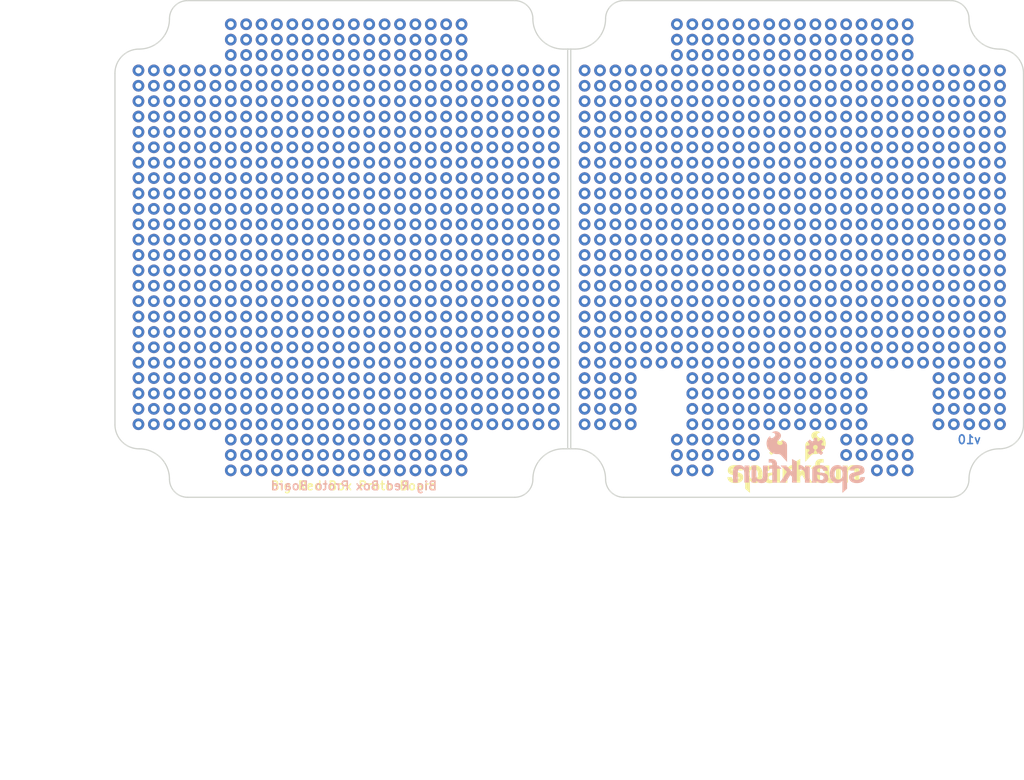
<source format=kicad_pcb>
(kicad_pcb (version 20211014) (generator pcbnew)
  (layers (0 "F.Cu" signal) (31 "B.Cu" signal) (34 "B.Paste" user) (35 "F.Paste" user) (36 "B.SilkS" user "B.Silkscreen") (37 "F.SilkS" user "F.Silkscreen") (38 "B.Mask" user) (39 "F.Mask" user) (44 "Edge.Cuts" user))
  (net 0 "")
  (net 1 "S$2")
  (net 2 "S$3")
  (net 3 "S$4")
  (net 4 "S$5")
  (net 5 "S$6")
  (net 6 "S$7")
  (net 7 "S$8")
  (net 8 "S$9")
  (net 9 "S$10")
  (net 10 "S$11")
  (net 11 "S$12")
  (net 12 "S$13")
  (net 13 "S$14")
  (net 14 "S$15")
  (net 15 "S$16")
  (net 16 "S$17")
  (net 17 "S$18")
  (net 18 "S$19")
  (net 19 "S$20")
  (net 20 "S$21")
  (net 21 "S$22")
  (net 22 "S$23")
  (net 23 "S$24")
  (net 24 "S$25")
  (net 25 "S$26")
  (net 26 "S$27")
  (net 27 "S$28")
  (net 28 "S$29")
  (net 29 "S$30")
  (net 30 "S$31")
  (net 31 "S$32")
  (net 32 "S$33")
  (net 33 "S$34")
  (net 34 "S$35")
  (net 35 "S$36")
  (net 36 "S$37")
  (net 37 "S$38")
  (net 38 "S$39")
  (net 39 "S$40")
  (net 40 "S$41")
  (net 41 "S$42")
  (net 42 "S$43")
  (net 43 "S$44")
  (net 44 "S$45")
  (net 45 "S$46")
  (net 46 "S$47")
  (net 47 "S$48")
  (net 48 "S$49")
  (net 49 "S$50")
  (net 50 "S$51")
  (net 51 "S$52")
  (net 52 "S$53")
  (net 53 "S$54")
  (net 54 "S$55")
  (net 55 "S$56")
  (net 56 "S$57")
  (net 57 "S$58")
  (net 58 "S$59")
  (net 59 "S$60")
  (net 60 "S$61")
  (net 61 "S$62")
  (net 62 "S$63")
  (net 63 "S$64")
  (net 64 "S$65")
  (net 65 "S$66")
  (net 66 "S$67")
  (net 67 "S$68")
  (net 68 "S$69")
  (net 69 "S$70")
  (net 70 "S$71")
  (net 71 "S$72")
  (net 72 "S$73")
  (net 73 "S$74")
  (net 74 "S$75")
  (net 75 "S$76")
  (net 76 "S$77")
  (net 77 "S$78")
  (net 78 "S$79")
  (net 79 "S$80")
  (net 80 "S$81")
  (net 81 "S$82")
  (net 82 "S$83")
  (net 83 "S$84")
  (net 84 "S$85")
  (net 85 "S$86")
  (net 86 "S$87")
  (net 87 "S$88")
  (net 88 "S$89")
  (net 89 "S$90")
  (net 90 "S$91")
  (net 91 "S$92")
  (net 92 "S$93")
  (net 93 "S$94")
  (net 94 "S$95")
  (net 95 "S$96")
  (net 96 "S$97")
  (net 97 "S$98")
  (net 98 "S$99")
  (net 99 "S$100")
  (net 100 "S$101")
  (net 101 "S$102")
  (net 102 "S$103")
  (net 103 "S$104")
  (net 104 "S$105")
  (net 105 "S$106")
  (net 106 "S$107")
  (net 107 "S$108")
  (net 108 "S$109")
  (net 109 "S$110")
  (net 110 "S$111")
  (net 111 "S$112")
  (net 112 "S$113")
  (net 113 "S$114")
  (net 114 "S$115")
  (net 115 "S$116")
  (net 116 "S$117")
  (net 117 "S$118")
  (net 118 "S$119")
  (net 119 "S$120")
  (net 120 "S$121")
  (net 121 "S$122")
  (net 122 "S$123")
  (net 123 "S$124")
  (net 124 "S$125")
  (net 125 "S$126")
  (net 126 "S$127")
  (net 127 "S$128")
  (net 128 "S$129")
  (net 129 "S$130")
  (net 130 "S$131")
  (net 131 "S$132")
  (net 132 "S$133")
  (net 133 "S$134")
  (net 134 "S$135")
  (net 135 "S$136")
  (net 136 "S$137")
  (net 137 "S$138")
  (net 138 "S$139")
  (net 139 "S$140")
  (net 140 "S$141")
  (net 141 "S$142")
  (net 142 "S$143")
  (net 143 "S$144")
  (net 144 "S$145")
  (net 145 "S$146")
  (net 146 "S$147")
  (net 147 "S$148")
  (net 148 "S$149")
  (net 149 "S$150")
  (net 150 "S$151")
  (net 151 "S$152")
  (net 152 "S$153")
  (net 153 "S$154")
  (net 154 "S$155")
  (net 155 "S$156")
  (net 156 "S$157")
  (net 157 "S$158")
  (net 158 "S$159")
  (net 159 "S$160")
  (net 160 "S$161")
  (net 161 "S$162")
  (net 162 "S$163")
  (net 163 "S$164")
  (net 164 "S$165")
  (net 165 "S$166")
  (net 166 "S$167")
  (net 167 "S$168")
  (net 168 "S$173")
  (net 169 "S$174")
  (net 170 "S$175")
  (net 171 "S$169")
  (net 172 "S$170")
  (net 173 "S$171")
  (net 174 "S$172")
  (net 175 "S$176")
  (net 176 "S$177")
  (net 177 "S$178")
  (net 178 "S$179")
  (net 179 "S$180")
  (net 180 "S$181")
  (net 181 "S$182")
  (net 182 "S$183")
  (net 183 "S$184")
  (net 184 "S$185")
  (net 185 "S$186")
  (net 186 "S$187")
  (net 187 "S$188")
  (net 188 "S$189")
  (net 189 "S$190")
  (net 190 "S$191")
  (net 191 "S$192")
  (net 192 "S$194")
  (net 193 "S$195")
  (net 194 "S$196")
  (net 195 "S$197")
  (net 196 "S$201")
  (net 197 "S$202")
  (net 198 "S$203")
  (net 199 "S$204")
  (net 200 "S$205")
  (net 201 "S$206")
  (net 202 "S$207")
  (net 203 "S$208")
  (net 204 "S$209")
  (net 205 "S$210")
  (net 206 "S$211")
  (net 207 "S$212")
  (net 208 "S$213")
  (net 209 "S$214")
  (net 210 "S$215")
  (net 211 "S$216")
  (net 212 "S$217")
  (net 213 "S$218")
  (net 214 "S$219")
  (net 215 "S$220")
  (net 216 "S$221")
  (net 217 "S$222")
  (net 218 "S$223")
  (net 219 "S$224")
  (net 220 "S$225")
  (net 221 "S$226")
  (net 222 "S$227")
  (net 223 "S$228")
  (net 224 "S$229")
  (net 225 "S$230")
  (net 226 "S$231")
  (net 227 "S$233")
  (net 228 "S$234")
  (net 229 "S$235")
  (net 230 "S$236")
  (net 231 "S$237")
  (net 232 "S$238")
  (net 233 "S$239")
  (net 234 "S$240")
  (net 235 "S$241")
  (net 236 "S$242")
  (net 237 "S$243")
  (net 238 "S$244")
  (net 239 "S$245")
  (net 240 "S$246")
  (net 241 "S$247")
  (net 242 "S$248")
  (net 243 "S$249")
  (net 244 "S$250")
  (net 245 "S$251")
  (net 246 "S$252")
  (net 247 "S$253")
  (net 248 "S$254")
  (net 249 "S$255")
  (net 250 "S$256")
  (net 251 "S$257")
  (net 252 "S$258")
  (net 253 "S$259")
  (net 254 "S$260")
  (net 255 "S$261")
  (net 256 "S$262")
  (net 257 "S$263")
  (net 258 "S$264")
  (net 259 "S$265")
  (net 260 "S$266")
  (net 261 "S$267")
  (net 262 "S$268")
  (net 263 "S$269")
  (net 264 "S$270")
  (net 265 "S$271")
  (net 266 "S$272")
  (net 267 "S$273")
  (net 268 "S$274")
  (net 269 "S$275")
  (net 270 "S$276")
  (net 271 "S$277")
  (net 272 "S$278")
  (net 273 "S$279")
  (net 274 "S$280")
  (net 275 "S$291")
  (net 276 "S$292")
  (net 277 "S$293")
  (net 278 "S$294")
  (net 279 "S$295")
  (net 280 "S$298")
  (net 281 "S$299")
  (net 282 "S$300")
  (net 283 "S$301")
  (net 284 "S$302")
  (net 285 "S$303")
  (net 286 "S$304")
  (net 287 "S$305")
  (net 288 "S$306")
  (net 289 "S$307")
  (net 290 "S$308")
  (net 291 "S$309")
  (net 292 "S$310")
  (net 293 "S$311")
  (net 294 "S$312")
  (net 295 "S$313")
  (net 296 "S$314")
  (net 297 "S$315")
  (net 298 "S$316")
  (net 299 "S$317")
  (net 300 "S$318")
  (net 301 "S$319")
  (net 302 "S$320")
  (net 303 "S$321")
  (net 304 "S$322")
  (net 305 "S$323")
  (net 306 "S$324")
  (net 307 "S$325")
  (net 308 "S$326")
  (net 309 "S$327")
  (net 310 "S$328")
  (net 311 "S$329")
  (net 312 "S$330")
  (net 313 "S$331")
  (net 314 "S$332")
  (net 315 "S$333")
  (net 316 "S$334")
  (net 317 "S$335")
  (net 318 "S$336")
  (net 319 "S$337")
  (net 320 "S$338")
  (net 321 "S$339")
  (net 322 "S$340")
  (net 323 "S$341")
  (net 324 "S$342")
  (net 325 "S$343")
  (net 326 "S$344")
  (net 327 "S$345")
  (net 328 "S$346")
  (net 329 "S$347")
  (net 330 "S$348")
  (net 331 "S$349")
  (net 332 "S$350")
  (net 333 "S$351")
  (net 334 "S$352")
  (net 335 "S$353")
  (net 336 "S$354")
  (net 337 "S$355")
  (net 338 "S$356")
  (net 339 "S$357")
  (net 340 "S$358")
  (net 341 "S$359")
  (net 342 "S$360")
  (net 343 "S$361")
  (net 344 "S$362")
  (net 345 "S$363")
  (net 346 "S$364")
  (net 347 "S$365")
  (net 348 "S$366")
  (net 349 "S$367")
  (net 350 "S$368")
  (net 351 "S$369")
  (net 352 "S$370")
  (net 353 "S$371")
  (net 354 "S$372")
  (net 355 "S$373")
  (net 356 "S$374")
  (net 357 "S$375")
  (net 358 "S$376")
  (net 359 "S$377")
  (net 360 "S$378")
  (net 361 "S$379")
  (net 362 "S$380")
  (net 363 "S$381")
  (net 364 "S$382")
  (net 365 "S$383")
  (net 366 "S$384")
  (net 367 "S$385")
  (net 368 "S$386")
  (net 369 "S$387")
  (net 370 "S$388")
  (net 371 "S$389")
  (net 372 "S$390")
  (net 373 "S$391")
  (net 374 "S$392")
  (net 375 "S$393")
  (net 376 "S$394")
  (net 377 "S$395")
  (net 378 "S$396")
  (net 379 "S$397")
  (net 380 "S$398")
  (net 381 "S$399")
  (net 382 "S$400")
  (net 383 "S$401")
  (net 384 "S$402")
  (net 385 "S$403")
  (net 386 "S$404")
  (net 387 "S$407")
  (net 388 "S$408")
  (net 389 "S$409")
  (net 390 "S$410")
  (net 391 "S$411")
  (net 392 "S$412")
  (net 393 "S$413")
  (net 394 "S$414")
  (net 395 "S$415")
  (net 396 "S$417")
  (net 397 "S$418")
  (net 398 "S$421")
  (net 399 "S$427")
  (net 400 "S$428")
  (net 401 "S$429")
  (net 402 "S$431")
  (net 403 "S$432")
  (net 404 "S$433")
  (net 405 "S$434")
  (net 406 "S$435")
  (net 407 "S$436")
  (net 408 "S$437")
  (net 409 "S$438")
  (net 410 "S$439")
  (net 411 "S$440")
  (net 412 "S$441")
  (net 413 "S$442")
  (net 414 "S$443")
  (net 415 "S$444")
  (net 416 "S$446")
  (net 417 "S$447")
  (net 418 "S$448")
  (net 419 "S$449")
  (net 420 "S$450")
  (net 421 "S$451")
  (net 422 "S$452")
  (net 423 "S$453")
  (net 424 "S$454")
  (net 425 "S$455")
  (net 426 "S$456")
  (net 427 "S$457")
  (net 428 "S$458")
  (net 429 "S$459")
  (net 430 "S$460")
  (net 431 "S$461")
  (net 432 "S$462")
  (net 433 "S$463")
  (net 434 "S$464")
  (net 435 "S$465")
  (net 436 "S$466")
  (net 437 "S$467")
  (net 438 "S$468")
  (net 439 "S$469")
  (net 440 "S$470")
  (net 441 "S$471")
  (net 442 "S$472")
  (net 443 "S$473")
  (net 444 "S$474")
  (net 445 "S$475")
  (net 446 "S$476")
  (net 447 "S$477")
  (net 448 "S$478")
  (net 449 "S$479")
  (net 450 "S$480")
  (net 451 "S$481")
  (net 452 "S$482")
  (net 453 "S$483")
  (net 454 "S$484")
  (net 455 "S$485")
  (net 456 "S$486")
  (net 457 "S$487")
  (net 458 "S$488")
  (net 459 "S$489")
  (net 460 "S$490")
  (net 461 "S$491")
  (net 462 "S$492")
  (net 463 "S$493")
  (net 464 "S$494")
  (net 465 "S$495")
  (net 466 "S$496")
  (net 467 "S$497")
  (net 468 "S$498")
  (net 469 "S$499")
  (net 470 "S$500")
  (net 471 "S$501")
  (net 472 "S$502")
  (net 473 "S$503")
  (net 474 "S$504")
  (net 475 "S$505")
  (net 476 "S$506")
  (net 477 "S$507")
  (net 478 "S$508")
  (net 479 "S$509")
  (net 480 "S$510")
  (net 481 "S$511")
  (net 482 "S$512")
  (net 483 "S$513")
  (net 484 "S$514")
  (net 485 "S$515")
  (net 486 "S$516")
  (net 487 "S$517")
  (net 488 "S$518")
  (net 489 "S$519")
  (net 490 "S$520")
  (net 491 "S$521")
  (net 492 "S$522")
  (net 493 "S$523")
  (net 494 "S$524")
  (net 495 "S$525")
  (net 496 "S$526")
  (net 497 "S$527")
  (net 498 "S$528")
  (net 499 "S$529")
  (net 500 "S$530")
  (net 501 "S$531")
  (net 502 "S$532")
  (net 503 "S$533")
  (net 504 "S$534")
  (net 505 "S$535")
  (net 506 "S$536")
  (net 507 "S$537")
  (net 508 "S$538")
  (net 509 "S$539")
  (net 510 "S$540")
  (net 511 "S$541")
  (net 512 "S$542")
  (net 513 "S$543")
  (net 514 "S$544")
  (net 515 "S$545")
  (net 516 "S$546")
  (net 517 "S$547")
  (net 518 "S$548")
  (net 519 "S$549")
  (net 520 "S$550")
  (net 521 "S$551")
  (net 522 "S$552")
  (net 523 "S$553")
  (net 524 "S$554")
  (net 525 "S$555")
  (net 526 "S$556")
  (net 527 "S$557")
  (net 528 "S$558")
  (net 529 "S$559")
  (net 530 "S$560")
  (net 531 "S$561")
  (net 532 "S$562")
  (net 533 "S$563")
  (net 534 "S$564")
  (net 535 "S$565")
  (net 536 "S$566")
  (net 537 "S$567")
  (net 538 "S$568")
  (net 539 "S$569")
  (net 540 "S$570")
  (net 541 "S$571")
  (net 542 "S$572")
  (net 543 "S$573")
  (net 544 "S$574")
  (net 545 "S$575")
  (net 546 "S$576")
  (net 547 "S$577")
  (net 548 "S$578")
  (net 549 "S$579")
  (net 550 "S$580")
  (net 551 "S$581")
  (net 552 "S$582")
  (net 553 "S$583")
  (net 554 "S$584")
  (net 555 "S$585")
  (net 556 "S$586")
  (net 557 "S$587")
  (net 558 "S$588")
  (net 559 "S$589")
  (net 560 "S$590")
  (net 561 "S$591")
  (net 562 "S$592")
  (net 563 "S$593")
  (net 564 "S$594")
  (net 565 "S$595")
  (net 566 "S$596")
  (net 567 "S$597")
  (net 568 "S$598")
  (net 569 "S$599")
  (net 570 "S$600")
  (net 571 "S$601")
  (net 572 "S$602")
  (net 573 "S$603")
  (net 574 "S$604")
  (net 575 "S$605")
  (net 576 "S$606")
  (net 577 "S$607")
  (net 578 "S$608")
  (net 579 "S$609")
  (net 580 "S$610")
  (net 581 "S$611")
  (net 582 "S$612")
  (net 583 "S$613")
  (net 584 "S$614")
  (net 585 "S$615")
  (net 586 "S$616")
  (net 587 "S$618")
  (net 588 "S$619")
  (net 589 "S$620")
  (net 590 "S$621")
  (net 591 "S$622")
  (net 592 "S$623")
  (net 593 "S$624")
  (net 594 "S$625")
  (net 595 "S$626")
  (net 596 "S$627")
  (net 597 "S$628")
  (net 598 "S$629")
  (net 599 "S$630")
  (net 600 "S$631")
  (net 601 "S$632")
  (net 602 "S$633")
  (net 603 "S$634")
  (net 604 "S$635")
  (net 605 "S$636")
  (net 606 "S$637")
  (net 607 "S$638")
  (net 608 "S$639")
  (net 609 "S$640")
  (net 610 "S$641")
  (net 611 "S$642")
  (net 612 "S$643")
  (net 613 "S$644")
  (net 614 "S$645")
  (net 615 "S$646")
  (net 616 "S$647")
  (net 617 "S$648")
  (net 618 "S$649")
  (net 619 "S$650")
  (net 620 "S$652")
  (net 621 "S$653")
  (net 622 "S$654")
  (net 623 "S$655")
  (net 624 "S$656")
  (net 625 "S$657")
  (net 626 "S$658")
  (net 627 "S$659")
  (net 628 "S$660")
  (net 629 "S$661")
  (net 630 "S$662")
  (net 631 "S$663")
  (net 632 "S$664")
  (net 633 "S$665")
  (net 634 "S$666")
  (net 635 "S$667")
  (net 636 "S$668")
  (net 637 "S$669")
  (net 638 "S$670")
  (net 639 "S$671")
  (net 640 "S$672")
  (net 641 "S$673")
  (net 642 "S$674")
  (net 643 "S$675")
  (net 644 "S$676")
  (net 645 "S$677")
  (net 646 "S$678")
  (net 647 "S$679")
  (net 648 "S$680")
  (net 649 "S$681")
  (net 650 "S$682")
  (net 651 "S$683")
  (net 652 "S$684")
  (net 653 "S$685")
  (net 654 "S$686")
  (net 655 "S$687")
  (net 656 "S$688")
  (net 657 "S$689")
  (net 658 "S$690")
  (net 659 "S$691")
  (net 660 "S$692")
  (net 661 "S$693")
  (net 662 "S$694")
  (net 663 "S$695")
  (net 664 "S$696")
  (net 665 "S$697")
  (net 666 "S$698")
  (net 667 "S$699")
  (net 668 "S$700")
  (net 669 "S$701")
  (net 670 "S$702")
  (net 671 "S$703")
  (net 672 "S$704")
  (net 673 "S$705")
  (net 674 "S$706")
  (net 675 "S$707")
  (net 676 "S$708")
  (net 677 "S$709")
  (net 678 "S$710")
  (net 679 "S$711")
  (net 680 "S$712")
  (net 681 "S$713")
  (net 682 "S$714")
  (net 683 "S$715")
  (net 684 "S$716")
  (net 685 "S$717")
  (net 686 "S$718")
  (net 687 "S$719")
  (net 688 "S$720")
  (net 689 "S$721")
  (net 690 "S$722")
  (net 691 "S$723")
  (net 692 "S$724")
  (net 693 "S$725")
  (net 694 "S$726")
  (net 695 "S$727")
  (net 696 "S$728")
  (net 697 "S$729")
  (net 698 "S$730")
  (net 699 "S$731")
  (net 700 "S$732")
  (net 701 "S$733")
  (net 702 "S$734")
  (net 703 "S$735")
  (net 704 "S$736")
  (net 705 "S$737")
  (net 706 "S$738")
  (net 707 "S$739")
  (net 708 "S$740")
  (net 709 "S$741")
  (net 710 "S$742")
  (net 711 "S$743")
  (net 712 "S$744")
  (net 713 "S$745")
  (net 714 "S$746")
  (net 715 "S$747")
  (net 716 "S$748")
  (net 717 "S$749")
  (net 718 "S$750")
  (net 719 "S$751")
  (net 720 "S$752")
  (net 721 "S$753")
  (net 722 "S$754")
  (net 723 "S$755")
  (net 724 "S$756")
  (net 725 "S$757")
  (net 726 "S$758")
  (net 727 "S$759")
  (net 728 "S$760")
  (net 729 "S$761")
  (net 730 "S$762")
  (net 731 "S$763")
  (net 732 "S$764")
  (net 733 "S$765")
  (net 734 "S$766")
  (net 735 "S$767")
  (net 736 "S$768")
  (net 737 "S$769")
  (net 738 "S$770")
  (net 739 "S$771")
  (net 740 "S$772")
  (net 741 "S$773")
  (net 742 "S$774")
  (net 743 "S$775")
  (net 744 "S$776")
  (net 745 "S$777")
  (net 746 "S$778")
  (net 747 "S$779")
  (net 748 "S$780")
  (net 749 "S$781")
  (net 750 "S$782")
  (net 751 "S$783")
  (net 752 "S$784")
  (net 753 "S$785")
  (net 754 "S$786")
  (net 755 "S$787")
  (net 756 "S$788")
  (net 757 "S$789")
  (net 758 "S$790")
  (net 759 "S$791")
  (net 760 "S$792")
  (net 761 "S$793")
  (net 762 "S$794")
  (net 763 "S$795")
  (net 764 "S$796")
  (net 765 "S$797")
  (net 766 "S$798")
  (net 767 "S$799")
  (net 768 "S$800")
  (net 769 "S$801")
  (net 770 "S$802")
  (net 771 "S$803")
  (net 772 "S$804")
  (net 773 "S$805")
  (net 774 "S$806")
  (net 775 "S$807")
  (net 776 "S$808")
  (net 777 "S$809")
  (net 778 "S$810")
  (net 779 "S$811")
  (net 780 "S$812")
  (net 781 "S$813")
  (net 782 "S$814")
  (net 783 "S$815")
  (net 784 "S$816")
  (net 785 "S$817")
  (net 786 "S$818")
  (net 787 "S$819")
  (net 788 "S$820")
  (net 789 "S$821")
  (net 790 "S$822")
  (net 791 "S$823")
  (net 792 "S$824")
  (net 793 "S$825")
  (net 794 "S$826")
  (net 795 "S$827")
  (net 796 "S$828")
  (net 797 "S$829")
  (net 798 "S$830")
  (net 799 "S$831")
  (net 800 "S$832")
  (net 801 "S$833")
  (net 802 "S$834")
  (net 803 "S$835")
  (net 804 "S$836")
  (net 805 "S$837")
  (net 806 "S$838")
  (net 807 "S$839")
  (net 808 "S$840")
  (net 809 "S$841")
  (net 810 "S$842")
  (net 811 "S$843")
  (net 812 "S$844")
  (net 813 "S$845")
  (net 814 "S$846")
  (net 815 "S$847")
  (net 816 "S$848")
  (net 817 "S$849")
  (net 818 "S$850")
  (net 819 "S$851")
  (net 820 "S$852")
  (net 821 "S$853")
  (net 822 "S$854")
  (net 823 "S$855")
  (net 824 "S$856")
  (net 825 "S$857")
  (net 826 "S$858")
  (net 827 "S$859")
  (net 828 "S$860")
  (net 829 "S$861")
  (net 830 "S$862")
  (net 831 "S$863")
  (net 832 "S$864")
  (net 833 "S$865")
  (net 834 "S$866")
  (net 835 "S$867")
  (net 836 "S$868")
  (net 837 "S$869")
  (net 838 "S$870")
  (net 839 "S$871")
  (net 840 "S$872")
  (net 841 "S$873")
  (net 842 "S$874")
  (net 843 "S$875")
  (net 844 "S$876")
  (net 845 "S$877")
  (net 846 "S$878")
  (net 847 "S$879")
  (net 848 "S$880")
  (net 849 "S$881")
  (net 850 "S$882")
  (net 851 "S$883")
  (net 852 "S$884")
  (net 853 "S$885")
  (net 854 "S$886")
  (net 855 "S$887")
  (net 856 "S$888")
  (net 857 "S$889")
  (net 858 "S$890")
  (net 859 "S$891")
  (net 860 "S$892")
  (net 861 "S$893")
  (net 862 "S$894")
  (net 863 "S$895")
  (net 864 "S$896")
  (net 865 "S$897")
  (net 866 "S$898")
  (net 867 "S$899")
  (net 868 "S$900")
  (net 869 "S$901")
  (net 870 "S$902")
  (net 871 "S$903")
  (net 872 "S$904")
  (net 873 "S$905")
  (net 874 "S$906")
  (net 875 "S$907")
  (net 876 "S$908")
  (net 877 "S$909")
  (net 878 "S$910")
  (net 879 "S$911")
  (net 880 "S$912")
  (net 881 "S$913")
  (net 882 "S$914")
  (net 883 "S$915")
  (net 884 "S$916")
  (net 885 "S$917")
  (net 886 "S$918")
  (net 887 "S$919")
  (net 888 "S$920")
  (net 889 "S$921")
  (net 890 "S$922")
  (net 891 "S$923")
  (net 892 "S$924")
  (net 893 "S$925")
  (net 894 "S$926")
  (net 895 "S$927")
  (net 896 "S$928")
  (net 897 "S$929")
  (net 898 "S$930")
  (net 899 "S$931")
  (net 900 "S$932")
  (net 901 "S$933")
  (net 902 "S$934")
  (net 903 "S$935")
  (net 904 "S$936")
  (net 905 "S$937")
  (net 906 "S$938")
  (net 907 "S$939")
  (net 908 "S$943")
  (net 909 "S$944")
  (net 910 "S$945")
  (net 911 "S$946")
  (net 912 "S$953")
  (net 913 "S$954")
  (net 914 "S$955")
  (net 915 "S$956")
  (net 916 "S$957")
  (net 917 "S$958")
  (net 918 "S$959")
  (net 919 "S$960")
  (net 920 "S$961")
  (net 921 "S$962")
  (net 922 "S$963")
  (net 923 "S$964")
  (net 924 "S$965")
  (net 925 "S$966")
  (net 926 "S$967")
  (net 927 "S$968")
  (net 928 "S$969")
  (net 929 "S$970")
  (net 930 "S$971")
  (net 931 "S$972")
  (net 932 "S$973")
  (net 933 "S$974")
  (net 934 "S$975")
  (net 935 "S$976")
  (net 936 "S$977")
  (net 937 "S$978")
  (net 938 "S$979")
  (net 939 "S$980")
  (net 940 "S$981")
  (net 941 "S$982")
  (net 942 "S$983")
  (net 943 "S$984")
  (net 944 "S$985")
  (net 945 "S$986")
  (net 946 "S$987")
  (net 947 "S$988")
  (net 948 "S$989")
  (net 949 "S$990")
  (net 950 "S$991")
  (net 951 "S$992")
  (net 952 "S$993")
  (net 953 "S$994")
  (net 954 "S$995")
  (net 955 "S$996")
  (net 956 "S$997")
  (net 957 "S$998")
  (net 958 "S$999")
  (net 959 "S$1000")
  (net 960 "S$1001")
  (net 961 "S$1002")
  (net 962 "S$1003")
  (net 963 "S$1004")
  (net 964 "S$1005")
  (net 965 "S$1006")
  (net 966 "S$1007")
  (net 967 "S$1008")
  (net 968 "S$1009")
  (net 969 "S$1010")
  (net 970 "S$1011")
  (net 971 "S$1012")
  (net 972 "S$1013")
  (net 973 "S$1014")
  (net 974 "S$1015")
  (net 975 "S$1016")
  (net 976 "S$1017")
  (net 977 "S$1018")
  (net 978 "S$1019")
  (net 979 "S$1020")
  (net 980 "S$1021")
  (net 981 "S$1022")
  (net 982 "S$1023")
  (net 983 "S$1024")
  (net 984 "S$1026")
  (net 985 "S$1027")
  (net 986 "S$1028")
  (net 987 "S$1029")
  (net 988 "S$1031")
  (net 989 "S$1032")
  (net 990 "S$1033")
  (net 991 "S$1034")
  (net 992 "S$1035")
  (net 993 "S$1036")
  (net 994 "S$1037")
  (net 995 "S$1038")
  (net 996 "S$1039")
  (net 997 "S$1040")
  (net 998 "S$1041")
  (net 999 "S$1042")
  (net 1000 "S$1043")
  (net 1001 "S$1044")
  (net 1002 "S$1045")
  (net 1003 "S$1046")
  (net 1004 "S$1047")
  (net 1005 "S$1049")
  (net 1006 "S$1050")
  (net 1007 "S$1051")
  (net 1008 "S$1052")
  (net 1009 "S$1053")
  (net 1010 "S$1054")
  (net 1011 "S$1055")
  (net 1012 "S$1056")
  (net 1013 "S$1057")
  (net 1014 "S$1058")
  (net 1015 "S$1060")
  (net 1016 "S$1061")
  (net 1017 "S$1062")
  (net 1018 "S$1063")
  (net 1019 "S$1064")
  (net 1020 "S$1065")
  (net 1021 "S$1066")
  (net 1022 "S$1067")
  (net 1023 "S$1068")
  (net 1024 "S$1025")
  (net 1025 "S$1030")
  (net 1026 "S$1048")
  (net 1027 "S$1059")
  (net 1028 "S$1069")
  (net 1029 "S$1070")
  (net 1030 "S$1071")
  (net 1031 "S$1072")
  (net 1032 "S$1073")
  (net 1033 "S$1074")
  (net 1034 "S$1075")
  (net 1035 "S$1076")
  (net 1036 "S$1077")
  (net 1037 "S$1078")
  (net 1038 "S$1079")
  (net 1039 "S$1080")
  (net 1040 "S$1081")
  (net 1041 "S$1082")
  (net 1042 "S$1083")
  (net 1043 "S$1084")
  (net 1044 "S$1085")
  (net 1045 "S$1086")
  (net 1046 "S$1087")
  (net 1047 "S$1088")
  (net 1048 "S$1089")
  (net 1049 "S$1090")
  (net 1050 "S$1091")
  (net 1051 "S$1092")
  (net 1052 "S$1093")
  (net 1053 "S$1094")
  (net 1054 "S$1095")
  (net 1055 "S$1096")
  (net 1056 "S$1097")
  (net 1057 "S$1098")
  (net 1058 "S$1099")
  (net 1059 "S$1100")
  (net 1060 "S$1101")
  (net 1061 "S$1102")
  (net 1062 "S$1103")
  (net 1063 "S$1104")
  (net 1064 "S$1106")
  (net 1065 "S$1107")
  (net 1066 "S$1108")
  (net 1067 "S$1109")
  (net 1068 "S$1110")
  (net 1069 "S$1111")
  (net 1070 "S$1112")
  (net 1071 "S$1113")
  (net 1072 "S$1114")
  (net 1073 "S$1115")
  (net 1074 "S$1116")
  (net 1075 "S$1117")
  (net 1076 "S$1118")
  (net 1077 "S$1119")
  (net 1078 "S$1120")
  (net 1079 "S$1121")
  (net 1080 "S$1122")
  (net 1081 "S$1123")
  (net 1082 "S$1124")
  (net 1083 "S$1125")
  (net 1084 "S$1126")
  (net 1085 "S$1127")
  (net 1086 "S$1128")
  (net 1087 "S$1129")
  (net 1088 "S$1130")
  (net 1089 "S$1131")
  (net 1090 "S$1132")
  (net 1091 "S$1133")
  (net 1092 "S$1134")
  (net 1093 "S$1135")
  (net 1094 "S$1136")
  (net 1095 "S$1137")
  (net 1096 "S$1138")
  (net 1097 "S$1139")
  (net 1098 "S$1140")
  (net 1099 "S$1141")
  (net 1100 "S$1142")
  (net 1101 "S$1143")
  (net 1102 "S$1144")
  (net 1103 "S$1145")
  (net 1104 "S$1146")
  (net 1105 "S$1147")
  (net 1106 "S$1148")
  (net 1107 "S$1149")
  (net 1108 "S$1150")
  (net 1109 "S$1151")
  (net 1110 "S$1152")
  (net 1111 "S$1153")
  (net 1112 "S$1154")
  (net 1113 "S$1155")
  (net 1114 "S$1156")
  (net 1115 "S$1157")
  (net 1116 "S$1158")
  (net 1117 "S$1159")
  (net 1118 "S$1160")
  (net 1119 "S$1161")
  (net 1120 "S$1162")
  (net 1121 "S$1163")
  (net 1122 "S$1164")
  (net 1123 "S$1165")
  (net 1124 "S$1166")
  (net 1125 "S$1167")
  (net 1126 "S$1168")
  (net 1127 "S$1169")
  (net 1128 "S$1170")
  (net 1129 "S$1171")
  (net 1130 "S$1172")
  (net 1131 "S$1173")
  (net 1132 "S$1174")
  (net 1133 "S$1175")
  (net 1134 "S$1176")
  (net 1135 "S$1177")
  (net 1136 "S$1178")
  (net 1137 "S$1179")
  (net 1138 "S$1180")
  (net 1139 "S$1181")
  (net 1140 "S$1182")
  (net 1141 "S$1183")
  (net 1142 "S$1184")
  (net 1143 "S$1185")
  (net 1144 "S$1186")
  (net 1145 "S$1")
  (net 1146 "S$1187")
  (net 1147 "S$1188")
  (net 1148 "S$1189")
  (net 1149 "S$1190")
  (net 1150 "S$1191")
  (net 1151 "S$1192")
  (net 1152 "S$1193")
  (net 1153 "S$1194")
  (net 1154 "S$1195")
  (net 1155 "S$1196")
  (net 1156 "S$1197")
  (net 1157 "S$1198")
  (net 1158 "S$1199")
  (net 1159 "S$1200")
  (net 1160 "S$1201")
  (net 1161 "S$1202")
  (net 1162 "S$1203")
  (net 1163 "S$1204")
  (net 1164 "S$1205")
  (net 1165 "S$1206")
  (net 1166 "S$1207")
  (net 1167 "S$1208")
  (net 1168 "S$1209")
  (net 1169 "S$1210")
  (net 1170 "S$1211")
  (net 1171 "S$1212")
  (net 1172 "S$1213")
  (net 1173 "S$1214")
  (net 1174 "S$1215")
  (net 1175 "S$1216")
  (net 1176 "S$1217")
  (net 1177 "S$1218")
  (net 1178 "S$1219")
  (net 1179 "S$1220")
  (net 1180 "S$1221")
  (net 1181 "S$1222")
  (net 1182 "S$1223")
  (net 1183 "S$1224")
  (net 1184 "S$1226")
  (net 1185 "S$1227")
  (net 1186 "S$1228")
  (net 1187 "S$1231")
  (net 1188 "S$1233")
  (net 1189 "S$1234")
  (net 1190 "S$1235")
  (net 1191 "S$1236")
  (net 1192 "S$1237")
  (net 1193 "S$1238")
  (net 1194 "S$1239")
  (net 1195 "S$1240")
  (net 1196 "S$1241")
  (net 1197 "S$1242")
  (net 1198 "S$1243")
  (net 1199 "S$1244")
  (net 1200 "S$1245")
  (net 1201 "S$1246")
  (net 1202 "S$1247")
  (net 1203 "S$1248")
  (net 1204 "S$1249")
  (net 1205 "S$1250")
  (net 1206 "S$1251")
  (net 1207 "S$1252")
  (net 1208 "S$1253")
  (net 1209 "S$1254")
  (net 1210 "S$1255")
  (net 1211 "S$1256")
  (net 1212 "S$1257")
  (net 1213 "S$1258")
  (net 1214 "S$1259")
  (net 1215 "S$1260")
  (net 1216 "S$1261")
  (net 1217 "S$1262")
  (net 1218 "S$1263")
  (net 1219 "S$1264")
  (net 1220 "S$1265")
  (net 1221 "S$1266")
  (net 1222 "S$1267")
  (net 1223 "S$1268")
  (net 1224 "S$1269")
  (net 1225 "S$1270")
  (net 1226 "S$1271")
  (net 1227 "S$1272")
  (net 1228 "S$1273")
  (net 1229 "S$1274")
  (net 1230 "S$1275")
  (net 1231 "S$1276")
  (net 1232 "S$1277")
  (net 1233 "S$1278")
  (net 1234 "S$1279")
  (net 1235 "S$1280")
  (net 1236 "S$1281")
  (net 1237 "S$1282")
  (net 1238 "S$1283")
  (net 1239 "S$1284")
  (net 1240 "S$1285")
  (net 1241 "S$1286")
  (net 1242 "S$1287")
  (net 1243 "S$1288")
  (net 1244 "S$1289")
  (net 1245 "S$1290")
  (net 1246 "S$1291")
  (net 1247 "S$1292")
  (net 1248 "S$1293")
  (net 1249 "S$1294")
  (net 1250 "S$1295")
  (net 1251 "S$1296")
  (net 1252 "S$1297")
  (net 1253 "S$1298")
  (net 1254 "S$1299")
  (net 1255 "S$1300")
  (net 1256 "S$1301")
  (net 1257 "S$1302")
  (net 1258 "S$1303")
  (net 1259 "S$1304")
  (net 1260 "S$1305")
  (net 1261 "S$1306")
  (net 1262 "S$1307")
  (net 1263 "S$1308")
  (net 1264 "S$1309")
  (net 1265 "S$1310")
  (net 1266 "S$1311")
  (net 1267 "S$1312")
  (net 1268 "S$1313")
  (net 1269 "S$1314")
  (net 1270 "S$1315")
  (net 1271 "S$1316")
  (net 1272 "S$1317")
  (net 1273 "S$1318")
  (net 1274 "S$1319")
  (net 1275 "S$1320")
  (net 1276 "S$1321")
  (net 1277 "S$1322")
  (net 1278 "S$1323")
  (net 1279 "S$1324")
  (net 1280 "S$1325")
  (net 1281 "S$1326")
  (net 1282 "S$1328")
  (net 1283 "S$1329")
  (net 1284 "S$1330")
  (net 1285 "S$1331")
  (net 1286 "S$1332")
  (net 1287 "S$1333")
  (net 1288 "S$1334")
  (net 1289 "S$1335")
  (net 1290 "S$1336")
  (net 1291 "S$1337")
  (net 1292 "S$1338")
  (net 1293 "S$1339")
  (net 1294 "S$1340")
  (net 1295 "S$1341")
  (net 1296 "S$1342")
  (net 1297 "S$1343")
  (net 1298 "S$1344")
  (net 1299 "S$1345")
  (net 1300 "S$1346")
  (net 1301 "S$1347")
  (net 1302 "S$1348")
  (net 1303 "S$1349")
  (net 1304 "S$1350")
  (net 1305 "S$1351")
  (net 1306 "S$1352")
  (net 1307 "S$1353")
  (net 1308 "S$1354")
  (net 1309 "S$1355")
  (net 1310 "S$1356")
  (net 1311 "S$1357")
  (net 1312 "S$1358")
  (net 1313 "S$1359")
  (net 1314 "S$1360")
  (net 1315 "S$1361")
  (net 1316 "S$1362")
  (net 1317 "S$1363")
  (net 1318 "S$1364")
  (net 1319 "S$1365")
  (net 1320 "S$1366")
  (net 1321 "S$1367")
  (net 1322 "S$1368")
  (net 1323 "S$1369")
  (net 1324 "S$1370")
  (net 1325 "S$1371")
  (net 1326 "S$1372")
  (net 1327 "S$1373")
  (net 1328 "S$1374")
  (net 1329 "S$1375")
  (net 1330 "S$1376")
  (net 1331 "S$1377")
  (net 1332 "S$1378")
  (net 1333 "S$1379")
  (net 1334 "S$1380")
  (net 1335 "S$1381")
  (net 1336 "S$1382")
  (net 1337 "S$1383")
  (net 1338 "S$1384")
  (net 1339 "S$1385")
  (net 1340 "S$1386")
  (net 1341 "S$1387")
  (net 1342 "S$1388")
  (net 1343 "S$1389")
  (net 1344 "S$1390")
  (net 1345 "S$1391")
  (net 1346 "S$1392")
  (net 1347 "S$1393")
  (net 1348 "S$1394")
  (net 1349 "S$1395")
  (net 1350 "S$1396")
  (net 1351 "S$1397")
  (net 1352 "S$1398")
  (net 1353 "S$1399")
  (net 1354 "S$1400")
  (net 1355 "S$1401")
  (net 1356 "S$1402")
  (net 1357 "S$1403")
  (net 1358 "S$1404")
  (net 1359 "S$1405")
  (net 1360 "S$1406")
  (net 1361 "S$1407")
  (net 1362 "S$1408")
  (net 1363 "S$1409")
  (net 1364 "S$1410")
  (net 1365 "S$1411")
  (net 1366 "S$1412")
  (net 1367 "S$1413")
  (net 1368 "S$1414")
  (net 1369 "S$1415")
  (net 1370 "S$1416")
  (net 1371 "S$1417")
  (net 1372 "S$1418")
  (net 1373 "S$1419")
  (net 1374 "S$1420")
  (net 1375 "S$1421")
  (net 1376 "S$1422")
  (net 1377 "S$1423")
  (net 1378 "S$1424")
  (net 1379 "S$1425")
  (net 1380 "S$1426")
  (net 1381 "S$1427")
  (net 1382 "S$1428")
  (net 1383 "S$1429")
  (net 1384 "S$1430")
  (net 1385 "S$1431")
  (net 1386 "S$1432")
  (net 1387 "S$1433")
  (net 1388 "S$1434")
  (net 1389 "S$1435")
  (net 1390 "S$1436")
  (net 1391 "S$1437")
  (net 1392 "S$1438")
  (net 1393 "S$1439")
  (net 1394 "S$1440")
  (net 1395 "S$1441")
  (net 1396 "S$1442")
  (net 1397 "S$1443")
  (net 1398 "S$1444")
  (net 1399 "S$1445")
  (net 1400 "S$1446")
  (net 1401 "S$1447")
  (net 1402 "S$1448")
  (net 1403 "S$1449")
  (net 1404 "S$1450")
  (net 1405 "S$1451")
  (net 1406 "S$1452")
  (net 1407 "S$1453")
  (net 1408 "S$1454")
  (net 1409 "S$1455")
  (net 1410 "S$1456")
  (net 1411 "S$1457")
  (net 1412 "S$1458")
  (net 1413 "S$1459")
  (net 1414 "S$1460")
  (net 1415 "S$1461")
  (net 1416 "S$1462")
  (net 1417 "S$1463")
  (net 1418 "S$1464")
  (net 1419 "S$1465")
  (net 1420 "S$1466")
  (net 1421 "S$1467")
  (net 1422 "S$1468")
  (net 1423 "S$1469")
  (net 1424 "S$1470")
  (net 1425 "S$1471")
  (net 1426 "S$1472")
  (net 1427 "S$193")
  (net 1428 "S$947")
  (net 1429 "S$948")
  (net 1430 "S$1232")
  (net 1431 "S$1327")
  (net 1432 "S$1473")
  (net 1433 "S$1474")
  (net 1434 "S$1476")
  (net 1435 "S$1477")
  (net 1436 "S$1478")
  (net 1437 "S$1479")
  (net 1438 "S$1480")
  (net 1439 "S$1481")
  (net 1440 "S$1482")
  (net 1441 "S$1483")
  (net 1442 "S$1484")
  (net 1443 "S$1485")
  (net 1444 "S$1486")
  (net 1445 "S$1487")
  (net 1446 "S$1488")
  (net 1447 "S$1489")
  (net 1448 "S$1490")
  (net 1449 "S$1491")
  (net 1450 "S$1492")
  (net 1451 "S$1493")
  (net 1452 "S$1494")
  (net 1453 "S$1495")
  (net 1454 "S$1496")
  (net 1455 "S$1497")
  (net 1456 "S$1499")
  (net 1457 "S$1500")
  (net 1458 "S$1502")
  (net 1459 "S$1503")
  (net 1460 "S$1504")
  (net 1461 "S$1505")
  (net 1462 "S$1506")
  (net 1463 "S$1507")
  (net 1464 "S$1515")
  (net 1465 "S$1516")
  (net 1466 "S$1517")
  (net 1467 "S$1518")
  (net 1468 "S$1519")
  (net 1469 "S$1520")
  (net 1470 "S$1521")
  (net 1471 "S$1522")
  (net 1472 "S$1523")
  (net 1473 "S$1525")
  (net 1474 "S$1526")
  (net 1475 "S$1527")
  (net 1476 "S$1528")
  (net 1477 "S$1529")
  (net 1478 "S$1530")
  (net 1479 "S$1531")
  (net 1480 "S$1532")
  (net 1481 "S$1533")
  (net 1482 "S$1534")
  (net 1483 "S$1535")
  (net 1484 "S$1536")
  (net 1485 "S$1537")
  (net 1486 "S$1538")
  (net 1487 "S$1539")
  (net 1488 "S$1540")
  (footprint "eagleBoard:OSHW-LOGO-S" (layer "F.Cu") (at 182.7911 137.7536)
    (fp_text reference "E$4" hide)
    (fp_text value "" hide)
  )
  (footprint "eagleBoard:SFE_LOGO_NAME_FLAME_.2" (layer "F.Cu") (at 173.9011 145.3736)
    (fp_text reference "E$2" hide)
    (fp_text value "" hide)
  )
  (footprint "eagleBoard:FLANGED_RED_ENCLOSURE-DIMENSION" (layer "F.Cu") (at 73.5011 146.0036)
    (fp_text reference "E$1" hide)
    (fp_text value "" hide)
    (fp_line (start 138 -82) (end 84 -82) (layer "Edge.Cuts") (width 0.2032))
    (fp_line (start 84 0) (end 138 0) (layer "Edge.Cuts") (width 0.2032))
    (fp_line (start 0 -70) (end 0 -12) (layer "Edge.Cuts") (width 0.2032))
    (fp_line (start 150 -12) (end 150 -70) (layer "Edge.Cuts") (width 0.2032))
    (fp_line (start 74 -74) (end 76 -74) (layer "Edge.Cuts") (width 0.2032))
    (fp_line (start 66 -82) (end 12 -82) (layer "Edge.Cuts") (width 0.2032))
    (fp_line (start 74 -8) (end 76 -8) (layer "Edge.Cuts") (width 0.2032))
    (fp_line (start 12 0) (end 66 0) (layer "Edge.Cuts") (width 0.2032))
    (fp_arc (start 150 -12) (mid 148.828427 -9.171573) (end 146 -8) (layer "Edge.Cuts") (width 0.2032))
    (fp_arc (start 76 -8) (mid 79.535535 -6.535534) (end 81.000001 -2.999999) (layer "Edge.Cuts") (width 0.2032))
    (fp_arc (start 146 -74) (mid 142.464466 -75.464466) (end 141 -79) (layer "Edge.Cuts") (width 0.2032))
    (fp_arc (start 9 -79) (mid 7.535534 -75.464465) (end 3.999999 -73.999999) (layer "Edge.Cuts") (width 0.2032))
    (fp_arc (start 141 -3) (mid 140.12132 -0.87868) (end 138 0) (layer "Edge.Cuts") (width 0.2032))
    (fp_arc (start 0 -70) (mid 1.171573 -72.828427) (end 4 -74) (layer "Edge.Cuts") (width 0.2032))
    (fp_arc (start 74 -74) (mid 70.464466 -75.464466) (end 69 -79) (layer "Edge.Cuts") (width 0.2032))
    (fp_arc (start 9 -79) (mid 9.87868 -81.12132) (end 12 -82) (layer "Edge.Cuts") (width 0.2032))
    (fp_arc (start 69 -3) (mid 70.464467 -6.535534) (end 74.000001 -7.999999) (layer "Edge.Cuts") (width 0.2032))
    (fp_arc (start 141 -3) (mid 142.464467 -6.535534) (end 146.000001 -7.999999) (layer "Edge.Cuts") (width 0.2032))
    (fp_arc (start 4 -8) (mid 1.171573 -9.171573) (end 0 -12) (layer "Edge.Cuts") (width 0.2032))
    (fp_arc (start 81 -79) (mid 81.87868 -81.12132) (end 84 -82) (layer "Edge.Cuts") (width 0.2032))
    (fp_arc (start 84 0) (mid 81.87868 -0.87868) (end 81 -3) (layer "Edge.Cuts") (width 0.2032))
    (fp_arc (start 66 -82) (mid 68.12132 -81.12132) (end 69 -79) (layer "Edge.Cuts") (width 0.2032))
    (fp_arc (start 4 -8) (mid 7.535534 -6.535533) (end 9 -2.999998) (layer "Edge.Cuts") (width 0.2032))
    (fp_arc (start 146 -74) (mid 148.828427 -72.828427) (end 150 -70) (layer "Edge.Cuts") (width 0.2032))
    (fp_arc (start 138 -82) (mid 140.12132 -81.12132) (end 141 -79) (layer "Edge.Cuts") (width 0.2032))
    (fp_arc (start 81 -79) (mid 79.535534 -75.464466) (end 76 -74) (layer "Edge.Cuts") (width 0.2032))
    (fp_arc (start 12 0) (mid 9.87868 -0.87868) (end 9 -3) (layer "Edge.Cuts") (width 0.2032))
    (fp_arc (start 69 -3) (mid 68.12132 -0.87868) (end 66 0) (layer "Edge.Cuts") (width 0.2032))
    (pad "" np_thru_hole circle (at 64 -6) (size 3.175 3.175) (drill 3.175) (layers *.Cu *.Mask))
    (pad "" np_thru_hole circle (at 86 -6) (size 3.175 3.175) (drill 3.175) (layers *.Cu *.Mask))
    (pad "" np_thru_hole circle (at 13 -76) (size 3.175 3.175) (drill 3.175) (layers *.Cu *.Mask))
    (pad "" np_thru_hole circle (at 137 -76) (size 3.175 3.175) (drill 3.175) (layers *.Cu *.Mask))
    (pad "" np_thru_hole circle (at 90 -16) (size 3.175 3.175) (drill 3.175) (layers *.Cu *.Mask))
    (pad "" np_thru_hole circle (at 86 -76) (size 3.175 3.175) (drill 3.175) (layers *.Cu *.Mask))
    (pad "" np_thru_hole circle (at 137 -6) (size 3.175 3.175) (drill 3.175) (layers *.Cu *.Mask))
    (pad "" np_thru_hole circle (at 13 -6) (size 3.175 3.175) (drill 3.175) (layers *.Cu *.Mask))
    (pad "" np_thru_hole circle (at 130 -16) (size 3.175 3.175) (drill 3.175) (layers *.Cu *.Mask))
    (pad "" np_thru_hole circle (at 64 -76) (size 3.175 3.175) (drill 3.175) (layers *.Cu *.Mask))
  )
  (footprint "eagleBoard:CREATIVE_COMMONS" (layer "F.Cu") (at 74.8411 192.3636)
    (fp_text reference "E$6" hide)
    (fp_text value "" hide)
  )
  (footprint "eagleBoard:OSHW-LOGO-S" (layer "B.Cu") (at 189.1411 137.7536 180)
    (fp_text reference "E$5" hide)
    (fp_text value "" hide)
  )
  (footprint "eagleBoard:SFE_LOGO_NAME_FLAME_.2" (layer "B.Cu") (at 198.0311 145.3736 180)
    (fp_text reference "E$3" hide)
    (fp_text value "" hide)
  )
  (gr_line (start 148.2471 71.9676) (end 148.2471 138.0076) (layer "Edge.Cuts") (width 0.2032))
  (gr_line (start 148.7551 71.9676) (end 148.7551 138.0076) (layer "Edge.Cuts") (width 0.2032))
  (gr_text "v10" (at 214.5411 136.4836) (layer "B.Cu") (effects (font (size 1.42494 1.42494) (thickness 0.25146)) (justify mirror)))
  (gr_text "Big Red Box Proto Board" (at 112.9411 144.1036) (layer "B.SilkS") (effects (font (size 1.42494 1.42494) (thickness 0.25146)) (justify mirror)))
  (gr_text "Big Red Box Proto Board" (at 112.9411 144.1036) (layer "F.SilkS") (effects (font (size 1.42494 1.42494) (thickness 0.25146))))
  (via (at 92.6211 70.4436) (size 1.9304) (drill 1) (layers "F.Cu" "B.Cu") (net 1))
  (via (at 92.6211 72.9836) (size 1.9304) (drill 1) (layers "F.Cu" "B.Cu") (net 2))
  (via (at 92.6211 75.5236) (size 1.9304) (drill 1) (layers "F.Cu" "B.Cu") (net 3))
  (via (at 92.6211 78.0636) (size 1.9304) (drill 1) (layers "F.Cu" "B.Cu") (net 4))
  (via (at 90.0811 78.0636) (size 1.9304) (drill 1) (layers "F.Cu" "B.Cu") (net 5))
  (via (at 87.5411 78.0636) (size 1.9304) (drill 1) (layers "F.Cu" "B.Cu") (net 6))
  (via (at 85.0011 78.0636) (size 1.9304) (drill 1) (layers "F.Cu" "B.Cu") (net 7))
  (via (at 82.4611 78.0636) (size 1.9304) (drill 1) (layers "F.Cu" "B.Cu") (net 8))
  (via (at 79.9211 78.0636) (size 1.9304) (drill 1) (layers "F.Cu" "B.Cu") (net 9))
  (via (at 77.3811 78.0636) (size 1.9304) (drill 1) (layers "F.Cu" "B.Cu") (net 10))
  (via (at 77.3811 80.6036) (size 1.9304) (drill 1) (layers "F.Cu" "B.Cu") (net 11))
  (via (at 77.3811 83.1436) (size 1.9304) (drill 1) (layers "F.Cu" "B.Cu") (net 12))
  (via (at 77.3811 85.6836) (size 1.9304) (drill 1) (layers "F.Cu" "B.Cu") (net 13))
  (via (at 77.3811 88.2236) (size 1.9304) (drill 1) (layers "F.Cu" "B.Cu") (net 14))
  (via (at 77.3811 90.7636) (size 1.9304) (drill 1) (layers "F.Cu" "B.Cu") (net 15))
  (via (at 77.3811 93.3036) (size 1.9304) (drill 1) (layers "F.Cu" "B.Cu") (net 16))
  (via (at 77.3811 95.8436) (size 1.9304) (drill 1) (layers "F.Cu" "B.Cu") (net 17))
  (via (at 77.3811 98.3836) (size 1.9304) (drill 1) (layers "F.Cu" "B.Cu") (net 18))
  (via (at 77.3811 100.9236) (size 1.9304) (drill 1) (layers "F.Cu" "B.Cu") (net 19))
  (via (at 77.3811 103.4636) (size 1.9304) (drill 1) (layers "F.Cu" "B.Cu") (net 20))
  (via (at 77.3811 106.0036) (size 1.9304) (drill 1) (layers "F.Cu" "B.Cu") (net 21))
  (via (at 77.3811 108.5436) (size 1.9304) (drill 1) (layers "F.Cu" "B.Cu") (net 22))
  (via (at 77.3811 111.0836) (size 1.9304) (drill 1) (layers "F.Cu" "B.Cu") (net 23))
  (via (at 77.3811 113.6236) (size 1.9304) (drill 1) (layers "F.Cu" "B.Cu") (net 24))
  (via (at 77.3811 116.1636) (size 1.9304) (drill 1) (layers "F.Cu" "B.Cu") (net 25))
  (via (at 77.3811 118.7036) (size 1.9304) (drill 1) (layers "F.Cu" "B.Cu") (net 26))
  (via (at 79.9211 80.6036) (size 1.9304) (drill 1) (layers "F.Cu" "B.Cu") (net 27))
  (via (at 79.9211 83.1436) (size 1.9304) (drill 1) (layers "F.Cu" "B.Cu") (net 28))
  (via (at 79.9211 85.6836) (size 1.9304) (drill 1) (layers "F.Cu" "B.Cu") (net 29))
  (via (at 79.9211 90.7636) (size 1.9304) (drill 1) (layers "F.Cu" "B.Cu") (net 30))
  (via (at 79.9211 88.2236) (size 1.9304) (drill 1) (layers "F.Cu" "B.Cu") (net 31))
  (via (at 82.4611 80.6036) (size 1.9304) (drill 1) (layers "F.Cu" "B.Cu") (net 32))
  (via (at 82.4611 83.1436) (size 1.9304) (drill 1) (layers "F.Cu" "B.Cu") (net 33))
  (via (at 82.4611 85.6836) (size 1.9304) (drill 1) (layers "F.Cu" "B.Cu") (net 34))
  (via (at 82.4611 88.2236) (size 1.9304) (drill 1) (layers "F.Cu" "B.Cu") (net 35))
  (via (at 82.4611 90.7636) (size 1.9304) (drill 1) (layers "F.Cu" "B.Cu") (net 36))
  (via (at 85.0011 80.6036) (size 1.9304) (drill 1) (layers "F.Cu" "B.Cu") (net 37))
  (via (at 85.0011 83.1436) (size 1.9304) (drill 1) (layers "F.Cu" "B.Cu") (net 38))
  (via (at 85.0011 85.6836) (size 1.9304) (drill 1) (layers "F.Cu" "B.Cu") (net 39))
  (via (at 85.0011 88.2236) (size 1.9304) (drill 1) (layers "F.Cu" "B.Cu") (net 40))
  (via (at 85.0011 90.7636) (size 1.9304) (drill 1) (layers "F.Cu" "B.Cu") (net 41))
  (via (at 87.5411 90.7636) (size 1.9304) (drill 1) (layers "F.Cu" "B.Cu") (net 42))
  (via (at 87.5411 88.2236) (size 1.9304) (drill 1) (layers "F.Cu" "B.Cu") (net 43))
  (via (at 87.5411 83.1436) (size 1.9304) (drill 1) (layers "F.Cu" "B.Cu") (net 44))
  (via (at 87.5411 85.6836) (size 1.9304) (drill 1) (layers "F.Cu" "B.Cu") (net 45))
  (via (at 87.5411 80.6036) (size 1.9304) (drill 1) (layers "F.Cu" "B.Cu") (net 46))
  (via (at 90.0811 80.6036) (size 1.9304) (drill 1) (layers "F.Cu" "B.Cu") (net 47))
  (via (at 92.6211 80.6036) (size 1.9304) (drill 1) (layers "F.Cu" "B.Cu") (net 48))
  (via (at 92.6211 83.1436) (size 1.9304) (drill 1) (layers "F.Cu" "B.Cu") (net 49))
  (via (at 90.0811 83.1436) (size 1.9304) (drill 1) (layers "F.Cu" "B.Cu") (net 50))
  (via (at 90.0811 85.6836) (size 1.9304) (drill 1) (layers "F.Cu" "B.Cu") (net 51))
  (via (at 92.6211 85.6836) (size 1.9304) (drill 1) (layers "F.Cu" "B.Cu") (net 52))
  (via (at 92.6211 88.2236) (size 1.9304) (drill 1) (layers "F.Cu" "B.Cu") (net 53))
  (via (at 90.0811 88.2236) (size 1.9304) (drill 1) (layers "F.Cu" "B.Cu") (net 54))
  (via (at 90.0811 90.7636) (size 1.9304) (drill 1) (layers "F.Cu" "B.Cu") (net 55))
  (via (at 92.6211 90.7636) (size 1.9304) (drill 1) (layers "F.Cu" "B.Cu") (net 56))
  (via (at 92.6211 93.3036) (size 1.9304) (drill 1) (layers "F.Cu" "B.Cu") (net 57))
  (via (at 90.0811 93.3036) (size 1.9304) (drill 1) (layers "F.Cu" "B.Cu") (net 58))
  (via (at 87.5411 93.3036) (size 1.9304) (drill 1) (layers "F.Cu" "B.Cu") (net 59))
  (via (at 85.0011 93.3036) (size 1.9304) (drill 1) (layers "F.Cu" "B.Cu") (net 60))
  (via (at 82.4611 93.3036) (size 1.9304) (drill 1) (layers "F.Cu" "B.Cu") (net 61))
  (via (at 79.9211 93.3036) (size 1.9304) (drill 1) (layers "F.Cu" "B.Cu") (net 62))
  (via (at 79.9211 95.8436) (size 1.9304) (drill 1) (layers "F.Cu" "B.Cu") (net 63))
  (via (at 82.4611 95.8436) (size 1.9304) (drill 1) (layers "F.Cu" "B.Cu") (net 64))
  (via (at 85.0011 95.8436) (size 1.9304) (drill 1) (layers "F.Cu" "B.Cu") (net 65))
  (via (at 87.5411 95.8436) (size 1.9304) (drill 1) (layers "F.Cu" "B.Cu") (net 66))
  (via (at 90.0811 95.8436) (size 1.9304) (drill 1) (layers "F.Cu" "B.Cu") (net 67))
  (via (at 92.6211 95.8436) (size 1.9304) (drill 1) (layers "F.Cu" "B.Cu") (net 68))
  (via (at 92.6211 98.3836) (size 1.9304) (drill 1) (layers "F.Cu" "B.Cu") (net 69))
  (via (at 90.0811 98.3836) (size 1.9304) (drill 1) (layers "F.Cu" "B.Cu") (net 70))
  (via (at 85.0011 98.3836) (size 1.9304) (drill 1) (layers "F.Cu" "B.Cu") (net 71))
  (via (at 87.5411 98.3836) (size 1.9304) (drill 1) (layers "F.Cu" "B.Cu") (net 72))
  (via (at 82.4611 98.3836) (size 1.9304) (drill 1) (layers "F.Cu" "B.Cu") (net 73))
  (via (at 79.9211 98.3836) (size 1.9304) (drill 1) (layers "F.Cu" "B.Cu") (net 74))
  (via (at 79.9211 100.9236) (size 1.9304) (drill 1) (layers "F.Cu" "B.Cu") (net 75))
  (via (at 85.0011 100.9236) (size 1.9304) (drill 1) (layers "F.Cu" "B.Cu") (net 76))
  (via (at 82.4611 100.9236) (size 1.9304) (drill 1) (layers "F.Cu" "B.Cu") (net 77))
  (via (at 87.5411 100.9236) (size 1.9304) (drill 1) (layers "F.Cu" "B.Cu") (net 78))
  (via (at 90.0811 100.9236) (size 1.9304) (drill 1) (layers "F.Cu" "B.Cu") (net 79))
  (via (at 92.6211 100.9236) (size 1.9304) (drill 1) (layers "F.Cu" "B.Cu") (net 80))
  (via (at 92.6211 103.4636) (size 1.9304) (drill 1) (layers "F.Cu" "B.Cu") (net 81))
  (via (at 90.0811 103.4636) (size 1.9304) (drill 1) (layers "F.Cu" "B.Cu") (net 82))
  (via (at 87.5411 103.4636) (size 1.9304) (drill 1) (layers "F.Cu" "B.Cu") (net 83))
  (via (at 85.0011 103.4636) (size 1.9304) (drill 1) (layers "F.Cu" "B.Cu") (net 84))
  (via (at 82.4611 103.4636) (size 1.9304) (drill 1) (layers "F.Cu" "B.Cu") (net 85))
  (via (at 79.9211 103.4636) (size 1.9304) (drill 1) (layers "F.Cu" "B.Cu") (net 86))
  (via (at 79.9211 106.0036) (size 1.9304) (drill 1) (layers "F.Cu" "B.Cu") (net 87))
  (via (at 82.4611 106.0036) (size 1.9304) (drill 1) (layers "F.Cu" "B.Cu") (net 88))
  (via (at 79.9211 108.5436) (size 1.9304) (drill 1) (layers "F.Cu" "B.Cu") (net 89))
  (via (at 82.4611 108.5436) (size 1.9304) (drill 1) (layers "F.Cu" "B.Cu") (net 90))
  (via (at 85.0011 108.5436) (size 1.9304) (drill 1) (layers "F.Cu" "B.Cu") (net 91))
  (via (at 87.5411 106.0036) (size 1.9304) (drill 1) (layers "F.Cu" "B.Cu") (net 92))
  (via (at 85.0011 106.0036) (size 1.9304) (drill 1) (layers "F.Cu" "B.Cu") (net 93))
  (via (at 90.0811 106.0036) (size 1.9304) (drill 1) (layers "F.Cu" "B.Cu") (net 94))
  (via (at 92.6211 106.0036) (size 1.9304) (drill 1) (layers "F.Cu" "B.Cu") (net 95))
  (via (at 92.6211 108.5436) (size 1.9304) (drill 1) (layers "F.Cu" "B.Cu") (net 96))
  (via (at 90.0811 108.5436) (size 1.9304) (drill 1) (layers "F.Cu" "B.Cu") (net 97))
  (via (at 87.5411 108.5436) (size 1.9304) (drill 1) (layers "F.Cu" "B.Cu") (net 98))
  (via (at 87.5411 111.0836) (size 1.9304) (drill 1) (layers "F.Cu" "B.Cu") (net 99))
  (via (at 90.0811 111.0836) (size 1.9304) (drill 1) (layers "F.Cu" "B.Cu") (net 100))
  (via (at 92.6211 111.0836) (size 1.9304) (drill 1) (layers "F.Cu" "B.Cu") (net 101))
  (via (at 92.6211 113.6236) (size 1.9304) (drill 1) (layers "F.Cu" "B.Cu") (net 102))
  (via (at 90.0811 113.6236) (size 1.9304) (drill 1) (layers "F.Cu" "B.Cu") (net 103))
  (via (at 87.5411 113.6236) (size 1.9304) (drill 1) (layers "F.Cu" "B.Cu") (net 104))
  (via (at 85.0011 113.6236) (size 1.9304) (drill 1) (layers "F.Cu" "B.Cu") (net 105))
  (via (at 85.0011 111.0836) (size 1.9304) (drill 1) (layers "F.Cu" "B.Cu") (net 106))
  (via (at 82.4611 111.0836) (size 1.9304) (drill 1) (layers "F.Cu" "B.Cu") (net 107))
  (via (at 82.4611 113.6236) (size 1.9304) (drill 1) (layers "F.Cu" "B.Cu") (net 108))
  (via (at 79.9211 113.6236) (size 1.9304) (drill 1) (layers "F.Cu" "B.Cu") (net 109))
  (via (at 79.9211 111.0836) (size 1.9304) (drill 1) (layers "F.Cu" "B.Cu") (net 110))
  (via (at 79.9211 116.1636) (size 1.9304) (drill 1) (layers "F.Cu" "B.Cu") (net 111))
  (via (at 79.9211 118.7036) (size 1.9304) (drill 1) (layers "F.Cu" "B.Cu") (net 112))
  (via (at 82.4611 116.1636) (size 1.9304) (drill 1) (layers "F.Cu" "B.Cu") (net 113))
  (via (at 82.4611 118.7036) (size 1.9304) (drill 1) (layers "F.Cu" "B.Cu") (net 114))
  (via (at 85.0011 116.1636) (size 1.9304) (drill 1) (layers "F.Cu" "B.Cu") (net 115))
  (via (at 85.0011 118.7036) (size 1.9304) (drill 1) (layers "F.Cu" "B.Cu") (net 116))
  (via (at 87.5411 116.1636) (size 1.9304) (drill 1) (layers "F.Cu" "B.Cu") (net 117))
  (via (at 87.5411 118.7036) (size 1.9304) (drill 1) (layers "F.Cu" "B.Cu") (net 118))
  (via (at 90.0811 116.1636) (size 1.9304) (drill 1) (layers "F.Cu" "B.Cu") (net 119))
  (via (at 90.0811 118.7036) (size 1.9304) (drill 1) (layers "F.Cu" "B.Cu") (net 120))
  (via (at 92.6211 116.1636) (size 1.9304) (drill 1) (layers "F.Cu" "B.Cu") (net 121))
  (via (at 92.6211 118.7036) (size 1.9304) (drill 1) (layers "F.Cu" "B.Cu") (net 122))
  (via (at 92.6211 121.2436) (size 1.9304) (drill 1) (layers "F.Cu" "B.Cu") (net 123))
  (via (at 90.0811 121.2436) (size 1.9304) (drill 1) (layers "F.Cu" "B.Cu") (net 124))
  (via (at 87.5411 121.2436) (size 1.9304) (drill 1) (layers "F.Cu" "B.Cu") (net 125))
  (via (at 85.0011 121.2436) (size 1.9304) (drill 1) (layers "F.Cu" "B.Cu") (net 126))
  (via (at 82.4611 121.2436) (size 1.9304) (drill 1) (layers "F.Cu" "B.Cu") (net 127))
  (via (at 79.9211 121.2436) (size 1.9304) (drill 1) (layers "F.Cu" "B.Cu") (net 128))
  (via (at 77.3811 121.2436) (size 1.9304) (drill 1) (layers "F.Cu" "B.Cu") (net 129))
  (via (at 77.3811 123.7836) (size 1.9304) (drill 1) (layers "F.Cu" "B.Cu") (net 130))
  (via (at 79.9211 123.7836) (size 1.9304) (drill 1) (layers "F.Cu" "B.Cu") (net 131))
  (via (at 82.4611 123.7836) (size 1.9304) (drill 1) (layers "F.Cu" "B.Cu") (net 132))
  (via (at 85.0011 123.7836) (size 1.9304) (drill 1) (layers "F.Cu" "B.Cu") (net 133))
  (via (at 87.5411 123.7836) (size 1.9304) (drill 1) (layers "F.Cu" "B.Cu") (net 134))
  (via (at 90.0811 123.7836) (size 1.9304) (drill 1) (layers "F.Cu" "B.Cu") (net 135))
  (via (at 92.6211 123.7836) (size 1.9304) (drill 1) (layers "F.Cu" "B.Cu") (net 136))
  (via (at 92.6211 126.3236) (size 1.9304) (drill 1) (layers "F.Cu" "B.Cu") (net 137))
  (via (at 90.0811 126.3236) (size 1.9304) (drill 1) (layers "F.Cu" "B.Cu") (net 138))
  (via (at 87.5411 126.3236) (size 1.9304) (drill 1) (layers "F.Cu" "B.Cu") (net 139))
  (via (at 85.0011 126.3236) (size 1.9304) (drill 1) (layers "F.Cu" "B.Cu") (net 140))
  (via (at 82.4611 126.3236) (size 1.9304) (drill 1) (layers "F.Cu" "B.Cu") (net 141))
  (via (at 79.9211 126.3236) (size 1.9304) (drill 1) (layers "F.Cu" "B.Cu") (net 142))
  (via (at 77.3811 126.3236) (size 1.9304) (drill 1) (layers "F.Cu" "B.Cu") (net 143))
  (via (at 77.3811 128.8636) (size 1.9304) (drill 1) (layers "F.Cu" "B.Cu") (net 144))
  (via (at 82.4611 128.8636) (size 1.9304) (drill 1) (layers "F.Cu" "B.Cu") (net 145))
  (via (at 79.9211 128.8636) (size 1.9304) (drill 1) (layers "F.Cu" "B.Cu") (net 146))
  (via (at 85.0011 128.8636) (size 1.9304) (drill 1) (layers "F.Cu" "B.Cu") (net 147))
  (via (at 87.5411 128.8636) (size 1.9304) (drill 1) (layers "F.Cu" "B.Cu") (net 148))
  (via (at 90.0811 128.8636) (size 1.9304) (drill 1) (layers "F.Cu" "B.Cu") (net 149))
  (via (at 92.6211 128.8636) (size 1.9304) (drill 1) (layers "F.Cu" "B.Cu") (net 150))
  (via (at 92.6211 131.4036) (size 1.9304) (drill 1) (layers "F.Cu" "B.Cu") (net 151))
  (via (at 90.0811 131.4036) (size 1.9304) (drill 1) (layers "F.Cu" "B.Cu") (net 152))
  (via (at 85.0011 131.4036) (size 1.9304) (drill 1) (layers "F.Cu" "B.Cu") (net 153))
  (via (at 87.5411 131.4036) (size 1.9304) (drill 1) (layers "F.Cu" "B.Cu") (net 154))
  (via (at 82.4611 131.4036) (size 1.9304) (drill 1) (layers "F.Cu" "B.Cu") (net 155))
  (via (at 79.9211 131.4036) (size 1.9304) (drill 1) (layers "F.Cu" "B.Cu") (net 156))
  (via (at 77.3811 131.4036) (size 1.9304) (drill 1) (layers "F.Cu" "B.Cu") (net 157))
  (via (at 77.3811 133.9436) (size 1.9304) (drill 1) (layers "F.Cu" "B.Cu") (net 158))
  (via (at 79.9211 133.9436) (size 1.9304) (drill 1) (layers "F.Cu" "B.Cu") (net 159))
  (via (at 82.4611 133.9436) (size 1.9304) (drill 1) (layers "F.Cu" "B.Cu") (net 160))
  (via (at 85.0011 133.9436) (size 1.9304) (drill 1) (layers "F.Cu" "B.Cu") (net 161))
  (via (at 87.5411 133.9436) (size 1.9304) (drill 1) (layers "F.Cu" "B.Cu") (net 162))
  (via (at 90.0811 133.9436) (size 1.9304) (drill 1) (layers "F.Cu" "B.Cu") (net 163))
  (via (at 92.6211 133.9436) (size 1.9304) (drill 1) (layers "F.Cu" "B.Cu") (net 164))
  (via (at 92.6211 136.4836) (size 1.9304) (drill 1) (layers "F.Cu" "B.Cu") (net 165))
  (via (at 92.6211 139.0236) (size 1.9304) (drill 1) (layers "F.Cu" "B.Cu") (net 166))
  (via (at 92.6211 141.5636) (size 1.9304) (drill 1) (layers "F.Cu" "B.Cu") (net 167))
  (via (at 97.7011 141.5636) (size 1.9304) (drill 1) (layers "F.Cu" "B.Cu") (net 168))
  (via (at 100.2411 141.5636) (size 1.9304) (drill 1) (layers "F.Cu" "B.Cu") (net 169))
  (via (at 95.1611 141.5636) (size 1.9304) (drill 1) (layers "F.Cu" "B.Cu") (net 170))
  (via (at 102.7811 141.5636) (size 1.9304) (drill 1) (layers "F.Cu" "B.Cu") (net 171))
  (via (at 105.3211 141.5636) (size 1.9304) (drill 1) (layers "F.Cu" "B.Cu") (net 172))
  (via (at 110.4011 141.5636) (size 1.9304) (drill 1) (layers "F.Cu" "B.Cu") (net 173))
  (via (at 107.8611 141.5636) (size 1.9304) (drill 1) (layers "F.Cu" "B.Cu") (net 174))
  (via (at 112.9411 141.5636) (size 1.9304) (drill 1) (layers "F.Cu" "B.Cu") (net 175))
  (via (at 115.4811 141.5636) (size 1.9304) (drill 1) (layers "F.Cu" "B.Cu") (net 176))
  (via (at 118.0211 141.5636) (size 1.9304) (drill 1) (layers "F.Cu" "B.Cu") (net 177))
  (via (at 120.5611 141.5636) (size 1.9304) (drill 1) (layers "F.Cu" "B.Cu") (net 178))
  (via (at 123.1011 141.5636) (size 1.9304) (drill 1) (layers "F.Cu" "B.Cu") (net 179))
  (via (at 125.6411 141.5636) (size 1.9304) (drill 1) (layers "F.Cu" "B.Cu") (net 180))
  (via (at 128.1811 141.5636) (size 1.9304) (drill 1) (layers "F.Cu" "B.Cu") (net 181))
  (via (at 130.7211 141.5636) (size 1.9304) (drill 1) (layers "F.Cu" "B.Cu") (net 182))
  (via (at 130.7211 139.0236) (size 1.9304) (drill 1) (layers "F.Cu" "B.Cu") (net 183))
  (via (at 130.7211 136.4836) (size 1.9304) (drill 1) (layers "F.Cu" "B.Cu") (net 184))
  (via (at 130.7211 133.9436) (size 1.9304) (drill 1) (layers "F.Cu" "B.Cu") (net 185))
  (via (at 133.2611 133.9436) (size 1.9304) (drill 1) (layers "F.Cu" "B.Cu") (net 186))
  (via (at 135.8011 133.9436) (size 1.9304) (drill 1) (layers "F.Cu" "B.Cu") (net 187))
  (via (at 138.3411 133.9436) (size 1.9304) (drill 1) (layers "F.Cu" "B.Cu") (net 188))
  (via (at 143.4211 133.9436) (size 1.9304) (drill 1) (layers "F.Cu" "B.Cu") (net 189))
  (via (at 140.8811 133.9436) (size 1.9304) (drill 1) (layers "F.Cu" "B.Cu") (net 190))
  (via (at 145.9611 133.9436) (size 1.9304) (drill 1) (layers "F.Cu" "B.Cu") (net 191))
  (via (at 151.0411 133.9436) (size 1.9304) (drill 1) (layers "F.Cu" "B.Cu") (net 192))
  (via (at 153.5811 133.9436) (size 1.9304) (drill 1) (layers "F.Cu" "B.Cu") (net 193))
  (via (at 158.6611 133.9436) (size 1.9304) (drill 1) (layers "F.Cu" "B.Cu") (net 194))
  (via (at 156.1211 133.9436) (size 1.9304) (drill 1) (layers "F.Cu" "B.Cu") (net 195))
  (via (at 168.8211 136.4836) (size 1.9304) (drill 1) (layers "F.Cu" "B.Cu") (net 196))
  (via (at 166.2811 136.4836) (size 1.9304) (drill 1) (layers "F.Cu" "B.Cu") (net 197))
  (via (at 166.2811 139.0236) (size 1.9304) (drill 1) (layers "F.Cu" "B.Cu") (net 198))
  (via (at 166.2811 141.5636) (size 1.9304) (drill 1) (layers "F.Cu" "B.Cu") (net 199))
  (via (at 168.8211 141.5636) (size 1.9304) (drill 1) (layers "F.Cu" "B.Cu") (net 200))
  (via (at 171.3611 141.5636) (size 1.9304) (drill 1) (layers "F.Cu" "B.Cu") (net 201))
  (via (at 168.8211 139.0236) (size 1.9304) (drill 1) (layers "F.Cu" "B.Cu") (net 202))
  (via (at 171.3611 139.0236) (size 1.9304) (drill 1) (layers "F.Cu" "B.Cu") (net 203))
  (via (at 171.3611 136.4836) (size 1.9304) (drill 1) (layers "F.Cu" "B.Cu") (net 204))
  (via (at 171.3611 133.9436) (size 1.9304) (drill 1) (layers "F.Cu" "B.Cu") (net 205))
  (via (at 168.8211 133.9436) (size 1.9304) (drill 1) (layers "F.Cu" "B.Cu") (net 206))
  (via (at 128.1811 139.0236) (size 1.9304) (drill 1) (layers "F.Cu" "B.Cu") (net 207))
  (via (at 128.1811 136.4836) (size 1.9304) (drill 1) (layers "F.Cu" "B.Cu") (net 208))
  (via (at 128.1811 133.9436) (size 1.9304) (drill 1) (layers "F.Cu" "B.Cu") (net 209))
  (via (at 125.6411 133.9436) (size 1.9304) (drill 1) (layers "F.Cu" "B.Cu") (net 210))
  (via (at 125.6411 136.4836) (size 1.9304) (drill 1) (layers "F.Cu" "B.Cu") (net 211))
  (via (at 125.6411 139.0236) (size 1.9304) (drill 1) (layers "F.Cu" "B.Cu") (net 212))
  (via (at 123.1011 139.0236) (size 1.9304) (drill 1) (layers "F.Cu" "B.Cu") (net 213))
  (via (at 123.1011 136.4836) (size 1.9304) (drill 1) (layers "F.Cu" "B.Cu") (net 214))
  (via (at 123.1011 133.9436) (size 1.9304) (drill 1) (layers "F.Cu" "B.Cu") (net 215))
  (via (at 123.1011 131.4036) (size 1.9304) (drill 1) (layers "F.Cu" "B.Cu") (net 216))
  (via (at 125.6411 131.4036) (size 1.9304) (drill 1) (layers "F.Cu" "B.Cu") (net 217))
  (via (at 128.1811 131.4036) (size 1.9304) (drill 1) (layers "F.Cu" "B.Cu") (net 218))
  (via (at 133.2611 131.4036) (size 1.9304) (drill 1) (layers "F.Cu" "B.Cu") (net 219))
  (via (at 138.3411 131.4036) (size 1.9304) (drill 1) (layers "F.Cu" "B.Cu") (net 220))
  (via (at 143.4211 131.4036) (size 1.9304) (drill 1) (layers "F.Cu" "B.Cu") (net 221))
  (via (at 145.9611 131.4036) (size 1.9304) (drill 1) (layers "F.Cu" "B.Cu") (net 222))
  (via (at 153.5811 131.4036) (size 1.9304) (drill 1) (layers "F.Cu" "B.Cu") (net 223))
  (via (at 130.7211 131.4036) (size 1.9304) (drill 1) (layers "F.Cu" "B.Cu") (net 224))
  (via (at 135.8011 131.4036) (size 1.9304) (drill 1) (layers "F.Cu" "B.Cu") (net 225))
  (via (at 140.8811 131.4036) (size 1.9304) (drill 1) (layers "F.Cu" "B.Cu") (net 226))
  (via (at 151.0411 131.4036) (size 1.9304) (drill 1) (layers "F.Cu" "B.Cu") (net 227))
  (via (at 156.1211 131.4036) (size 1.9304) (drill 1) (layers "F.Cu" "B.Cu") (net 228))
  (via (at 156.1211 128.8636) (size 1.9304) (drill 1) (layers "F.Cu" "B.Cu") (net 229))
  (via (at 156.1211 126.3236) (size 1.9304) (drill 1) (layers "F.Cu" "B.Cu") (net 230))
  (via (at 156.1211 123.7836) (size 1.9304) (drill 1) (layers "F.Cu" "B.Cu") (net 231))
  (via (at 158.6611 123.7836) (size 1.9304) (drill 1) (layers "F.Cu" "B.Cu") (net 232))
  (via (at 161.2011 123.7836) (size 1.9304) (drill 1) (layers "F.Cu" "B.Cu") (net 233))
  (via (at 163.7411 123.7836) (size 1.9304) (drill 1) (layers "F.Cu" "B.Cu") (net 234))
  (via (at 166.2811 123.7836) (size 1.9304) (drill 1) (layers "F.Cu" "B.Cu") (net 235))
  (via (at 168.8211 123.7836) (size 1.9304) (drill 1) (layers "F.Cu" "B.Cu") (net 236))
  (via (at 168.8211 126.3236) (size 1.9304) (drill 1) (layers "F.Cu" "B.Cu") (net 237))
  (via (at 168.8211 128.8636) (size 1.9304) (drill 1) (layers "F.Cu" "B.Cu") (net 238))
  (via (at 168.8211 131.4036) (size 1.9304) (drill 1) (layers "F.Cu" "B.Cu") (net 239))
  (via (at 171.3611 131.4036) (size 1.9304) (drill 1) (layers "F.Cu" "B.Cu") (net 240))
  (via (at 171.3611 128.8636) (size 1.9304) (drill 1) (layers "F.Cu" "B.Cu") (net 241))
  (via (at 171.3611 126.3236) (size 1.9304) (drill 1) (layers "F.Cu" "B.Cu") (net 242))
  (via (at 171.3611 123.7836) (size 1.9304) (drill 1) (layers "F.Cu" "B.Cu") (net 243))
  (via (at 173.9011 123.7836) (size 1.9304) (drill 1) (layers "F.Cu" "B.Cu") (net 244))
  (via (at 173.9011 126.3236) (size 1.9304) (drill 1) (layers "F.Cu" "B.Cu") (net 245))
  (via (at 173.9011 128.8636) (size 1.9304) (drill 1) (layers "F.Cu" "B.Cu") (net 246))
  (via (at 173.9011 131.4036) (size 1.9304) (drill 1) (layers "F.Cu" "B.Cu") (net 247))
  (via (at 173.9011 133.9436) (size 1.9304) (drill 1) (layers "F.Cu" "B.Cu") (net 248))
  (via (at 173.9011 136.4836) (size 1.9304) (drill 1) (layers "F.Cu" "B.Cu") (net 249))
  (via (at 176.4411 136.4836) (size 1.9304) (drill 1) (layers "F.Cu" "B.Cu") (net 250))
  (via (at 176.4411 133.9436) (size 1.9304) (drill 1) (layers "F.Cu" "B.Cu") (net 251))
  (via (at 176.4411 131.4036) (size 1.9304) (drill 1) (layers "F.Cu" "B.Cu") (net 252))
  (via (at 176.4411 128.8636) (size 1.9304) (drill 1) (layers "F.Cu" "B.Cu") (net 253))
  (via (at 176.4411 126.3236) (size 1.9304) (drill 1) (layers "F.Cu" "B.Cu") (net 254))
  (via (at 176.4411 123.7836) (size 1.9304) (drill 1) (layers "F.Cu" "B.Cu") (net 255))
  (via (at 176.4411 121.2436) (size 1.9304) (drill 1) (layers "F.Cu" "B.Cu") (net 256))
  (via (at 173.9011 121.2436) (size 1.9304) (drill 1) (layers "F.Cu" "B.Cu") (net 257))
  (via (at 171.3611 121.2436) (size 1.9304) (drill 1) (layers "F.Cu" "B.Cu") (net 258))
  (via (at 168.8211 121.2436) (size 1.9304) (drill 1) (layers "F.Cu" "B.Cu") (net 259))
  (via (at 166.2811 121.2436) (size 1.9304) (drill 1) (layers "F.Cu" "B.Cu") (net 260))
  (via (at 163.7411 121.2436) (size 1.9304) (drill 1) (layers "F.Cu" "B.Cu") (net 261))
  (via (at 156.1211 121.2436) (size 1.9304) (drill 1) (layers "F.Cu" "B.Cu") (net 262))
  (via (at 158.6611 121.2436) (size 1.9304) (drill 1) (layers "F.Cu" "B.Cu") (net 263))
  (via (at 161.2011 121.2436) (size 1.9304) (drill 1) (layers "F.Cu" "B.Cu") (net 264))
  (via (at 153.5811 121.2436) (size 1.9304) (drill 1) (layers "F.Cu" "B.Cu") (net 265))
  (via (at 153.5811 123.7836) (size 1.9304) (drill 1) (layers "F.Cu" "B.Cu") (net 266))
  (via (at 153.5811 126.3236) (size 1.9304) (drill 1) (layers "F.Cu" "B.Cu") (net 267))
  (via (at 153.5811 128.8636) (size 1.9304) (drill 1) (layers "F.Cu" "B.Cu") (net 268))
  (via (at 151.0411 121.2436) (size 1.9304) (drill 1) (layers "F.Cu" "B.Cu") (net 269))
  (via (at 151.0411 123.7836) (size 1.9304) (drill 1) (layers "F.Cu" "B.Cu") (net 270))
  (via (at 151.0411 126.3236) (size 1.9304) (drill 1) (layers "F.Cu" "B.Cu") (net 271))
  (via (at 151.0411 128.8636) (size 1.9304) (drill 1) (layers "F.Cu" "B.Cu") (net 272))
  (via (at 173.9011 139.0236) (size 1.9304) (drill 1) (layers "F.Cu" "B.Cu") (net 273))
  (via (at 176.4411 139.0236) (size 1.9304) (drill 1) (layers "F.Cu" "B.Cu") (net 274))
  (via (at 199.3011 141.5636) (size 1.9304) (drill 1) (layers "F.Cu" "B.Cu") (net 275))
  (via (at 204.3811 141.5636) (size 1.9304) (drill 1) (layers "F.Cu" "B.Cu") (net 276))
  (via (at 201.8411 141.5636) (size 1.9304) (drill 1) (layers "F.Cu" "B.Cu") (net 277))
  (via (at 204.3811 139.0236) (size 1.9304) (drill 1) (layers "F.Cu" "B.Cu") (net 278))
  (via (at 204.3811 136.4836) (size 1.9304) (drill 1) (layers "F.Cu" "B.Cu") (net 279))
  (via (at 209.4611 133.9436) (size 1.9304) (drill 1) (layers "F.Cu" "B.Cu") (net 280))
  (via (at 212.0011 133.9436) (size 1.9304) (drill 1) (layers "F.Cu" "B.Cu") (net 281))
  (via (at 214.5411 133.9436) (size 1.9304) (drill 1) (layers "F.Cu" "B.Cu") (net 282))
  (via (at 217.0811 133.9436) (size 1.9304) (drill 1) (layers "F.Cu" "B.Cu") (net 283))
  (via (at 219.6211 133.9436) (size 1.9304) (drill 1) (layers "F.Cu" "B.Cu") (net 284))
  (via (at 219.6211 131.4036) (size 1.9304) (drill 1) (layers "F.Cu" "B.Cu") (net 285))
  (via (at 219.6211 128.8636) (size 1.9304) (drill 1) (layers "F.Cu" "B.Cu") (net 286))
  (via (at 219.6211 126.3236) (size 1.9304) (drill 1) (layers "F.Cu" "B.Cu") (net 287))
  (via (at 217.0811 131.4036) (size 1.9304) (drill 1) (layers "F.Cu" "B.Cu") (net 288))
  (via (at 217.0811 128.8636) (size 1.9304) (drill 1) (layers "F.Cu" "B.Cu") (net 289))
  (via (at 214.5411 126.3236) (size 1.9304) (drill 1) (layers "F.Cu" "B.Cu") (net 290))
  (via (at 217.0811 126.3236) (size 1.9304) (drill 1) (layers "F.Cu" "B.Cu") (net 291))
  (via (at 214.5411 128.8636) (size 1.9304) (drill 1) (layers "F.Cu" "B.Cu") (net 292))
  (via (at 214.5411 131.4036) (size 1.9304) (drill 1) (layers "F.Cu" "B.Cu") (net 293))
  (via (at 212.0011 131.4036) (size 1.9304) (drill 1) (layers "F.Cu" "B.Cu") (net 294))
  (via (at 212.0011 128.8636) (size 1.9304) (drill 1) (layers "F.Cu" "B.Cu") (net 295))
  (via (at 212.0011 126.3236) (size 1.9304) (drill 1) (layers "F.Cu" "B.Cu") (net 296))
  (via (at 209.4611 126.3236) (size 1.9304) (drill 1) (layers "F.Cu" "B.Cu") (net 297))
  (via (at 209.4611 128.8636) (size 1.9304) (drill 1) (layers "F.Cu" "B.Cu") (net 298))
  (via (at 209.4611 131.4036) (size 1.9304) (drill 1) (layers "F.Cu" "B.Cu") (net 299))
  (via (at 209.4611 123.7836) (size 1.9304) (drill 1) (layers "F.Cu" "B.Cu") (net 300))
  (via (at 206.9211 123.7836) (size 1.9304) (drill 1) (layers "F.Cu" "B.Cu") (net 301))
  (via (at 204.3811 123.7836) (size 1.9304) (drill 1) (layers "F.Cu" "B.Cu") (net 302))
  (via (at 201.8411 123.7836) (size 1.9304) (drill 1) (layers "F.Cu" "B.Cu") (net 303))
  (via (at 196.7611 123.7836) (size 1.9304) (drill 1) (layers "F.Cu" "B.Cu") (net 304))
  (via (at 199.3011 123.7836) (size 1.9304) (drill 1) (layers "F.Cu" "B.Cu") (net 305))
  (via (at 212.0011 123.7836) (size 1.9304) (drill 1) (layers "F.Cu" "B.Cu") (net 306))
  (via (at 214.5411 123.7836) (size 1.9304) (drill 1) (layers "F.Cu" "B.Cu") (net 307))
  (via (at 217.0811 123.7836) (size 1.9304) (drill 1) (layers "F.Cu" "B.Cu") (net 308))
  (via (at 219.6211 123.7836) (size 1.9304) (drill 1) (layers "F.Cu" "B.Cu") (net 309))
  (via (at 219.6211 121.2436) (size 1.9304) (drill 1) (layers "F.Cu" "B.Cu") (net 310))
  (via (at 219.6211 118.7036) (size 1.9304) (drill 1) (layers "F.Cu" "B.Cu") (net 311))
  (via (at 219.6211 116.1636) (size 1.9304) (drill 1) (layers "F.Cu" "B.Cu") (net 312))
  (via (at 219.6211 113.6236) (size 1.9304) (drill 1) (layers "F.Cu" "B.Cu") (net 313))
  (via (at 219.6211 111.0836) (size 1.9304) (drill 1) (layers "F.Cu" "B.Cu") (net 314))
  (via (at 219.6211 108.5436) (size 1.9304) (drill 1) (layers "F.Cu" "B.Cu") (net 315))
  (via (at 219.6211 106.0036) (size 1.9304) (drill 1) (layers "F.Cu" "B.Cu") (net 316))
  (via (at 219.6211 103.4636) (size 1.9304) (drill 1) (layers "F.Cu" "B.Cu") (net 317))
  (via (at 219.6211 100.9236) (size 1.9304) (drill 1) (layers "F.Cu" "B.Cu") (net 318))
  (via (at 219.6211 98.3836) (size 1.9304) (drill 1) (layers "F.Cu" "B.Cu") (net 319))
  (via (at 217.0811 95.8436) (size 1.9304) (drill 1) (layers "F.Cu" "B.Cu") (net 320))
  (via (at 219.6211 95.8436) (size 1.9304) (drill 1) (layers "F.Cu" "B.Cu") (net 321))
  (via (at 219.6211 93.3036) (size 1.9304) (drill 1) (layers "F.Cu" "B.Cu") (net 322))
  (via (at 219.6211 88.2236) (size 1.9304) (drill 1) (layers "F.Cu" "B.Cu") (net 323))
  (via (at 219.6211 90.7636) (size 1.9304) (drill 1) (layers "F.Cu" "B.Cu") (net 324))
  (via (at 217.0811 90.7636) (size 1.9304) (drill 1) (layers "F.Cu" "B.Cu") (net 325))
  (via (at 217.0811 93.3036) (size 1.9304) (drill 1) (layers "F.Cu" "B.Cu") (net 326))
  (via (at 217.0811 98.3836) (size 1.9304) (drill 1) (layers "F.Cu" "B.Cu") (net 327))
  (via (at 217.0811 100.9236) (size 1.9304) (drill 1) (layers "F.Cu" "B.Cu") (net 328))
  (via (at 217.0811 103.4636) (size 1.9304) (drill 1) (layers "F.Cu" "B.Cu") (net 329))
  (via (at 217.0811 106.0036) (size 1.9304) (drill 1) (layers "F.Cu" "B.Cu") (net 330))
  (via (at 217.0811 111.0836) (size 1.9304) (drill 1) (layers "F.Cu" "B.Cu") (net 331))
  (via (at 217.0811 113.6236) (size 1.9304) (drill 1) (layers "F.Cu" "B.Cu") (net 332))
  (via (at 217.0811 116.1636) (size 1.9304) (drill 1) (layers "F.Cu" "B.Cu") (net 333))
  (via (at 217.0811 118.7036) (size 1.9304) (drill 1) (layers "F.Cu" "B.Cu") (net 334))
  (via (at 217.0811 121.2436) (size 1.9304) (drill 1) (layers "F.Cu" "B.Cu") (net 335))
  (via (at 214.5411 121.2436) (size 1.9304) (drill 1) (layers "F.Cu" "B.Cu") (net 336))
  (via (at 214.5411 118.7036) (size 1.9304) (drill 1) (layers "F.Cu" "B.Cu") (net 337))
  (via (at 214.5411 116.1636) (size 1.9304) (drill 1) (layers "F.Cu" "B.Cu") (net 338))
  (via (at 214.5411 111.0836) (size 1.9304) (drill 1) (layers "F.Cu" "B.Cu") (net 339))
  (via (at 214.5411 108.5436) (size 1.9304) (drill 1) (layers "F.Cu" "B.Cu") (net 340))
  (via (at 217.0811 108.5436) (size 1.9304) (drill 1) (layers "F.Cu" "B.Cu") (net 341))
  (via (at 214.5411 113.6236) (size 1.9304) (drill 1) (layers "F.Cu" "B.Cu") (net 342))
  (via (at 214.5411 106.0036) (size 1.9304) (drill 1) (layers "F.Cu" "B.Cu") (net 343))
  (via (at 214.5411 103.4636) (size 1.9304) (drill 1) (layers "F.Cu" "B.Cu") (net 344))
  (via (at 214.5411 95.8436) (size 1.9304) (drill 1) (layers "F.Cu" "B.Cu") (net 345))
  (via (at 176.4411 118.7036) (size 1.9304) (drill 1) (layers "F.Cu" "B.Cu") (net 346))
  (via (at 212.0011 121.2436) (size 1.9304) (drill 1) (layers "F.Cu" "B.Cu") (net 347))
  (via (at 209.4611 121.2436) (size 1.9304) (drill 1) (layers "F.Cu" "B.Cu") (net 348))
  (via (at 206.9211 121.2436) (size 1.9304) (drill 1) (layers "F.Cu" "B.Cu") (net 349))
  (via (at 204.3811 121.2436) (size 1.9304) (drill 1) (layers "F.Cu" "B.Cu") (net 350))
  (via (at 201.8411 121.2436) (size 1.9304) (drill 1) (layers "F.Cu" "B.Cu") (net 351))
  (via (at 196.7611 121.2436) (size 1.9304) (drill 1) (layers "F.Cu" "B.Cu") (net 352))
  (via (at 199.3011 121.2436) (size 1.9304) (drill 1) (layers "F.Cu" "B.Cu") (net 353))
  (via (at 196.7611 118.7036) (size 1.9304) (drill 1) (layers "F.Cu" "B.Cu") (net 354))
  (via (at 199.3011 118.7036) (size 1.9304) (drill 1) (layers "F.Cu" "B.Cu") (net 355))
  (via (at 201.8411 118.7036) (size 1.9304) (drill 1) (layers "F.Cu" "B.Cu") (net 356))
  (via (at 204.3811 118.7036) (size 1.9304) (drill 1) (layers "F.Cu" "B.Cu") (net 357))
  (via (at 206.9211 118.7036) (size 1.9304) (drill 1) (layers "F.Cu" "B.Cu") (net 358))
  (via (at 209.4611 118.7036) (size 1.9304) (drill 1) (layers "F.Cu" "B.Cu") (net 359))
  (via (at 212.0011 118.7036) (size 1.9304) (drill 1) (layers "F.Cu" "B.Cu") (net 360))
  (via (at 212.0011 116.1636) (size 1.9304) (drill 1) (layers "F.Cu" "B.Cu") (net 361))
  (via (at 212.0011 113.6236) (size 1.9304) (drill 1) (layers "F.Cu" "B.Cu") (net 362))
  (via (at 212.0011 108.5436) (size 1.9304) (drill 1) (layers "F.Cu" "B.Cu") (net 363))
  (via (at 212.0011 111.0836) (size 1.9304) (drill 1) (layers "F.Cu" "B.Cu") (net 364))
  (via (at 212.0011 106.0036) (size 1.9304) (drill 1) (layers "F.Cu" "B.Cu") (net 365))
  (via (at 212.0011 103.4636) (size 1.9304) (drill 1) (layers "F.Cu" "B.Cu") (net 366))
  (via (at 181.5211 123.7836) (size 1.9304) (drill 1) (layers "F.Cu" "B.Cu") (net 367))
  (via (at 178.9811 123.7836) (size 1.9304) (drill 1) (layers "F.Cu" "B.Cu") (net 368))
  (via (at 184.0611 123.7836) (size 1.9304) (drill 1) (layers "F.Cu" "B.Cu") (net 369))
  (via (at 186.6011 123.7836) (size 1.9304) (drill 1) (layers "F.Cu" "B.Cu") (net 370))
  (via (at 189.1411 123.7836) (size 1.9304) (drill 1) (layers "F.Cu" "B.Cu") (net 371))
  (via (at 191.6811 123.7836) (size 1.9304) (drill 1) (layers "F.Cu" "B.Cu") (net 372))
  (via (at 194.2211 123.7836) (size 1.9304) (drill 1) (layers "F.Cu" "B.Cu") (net 373))
  (via (at 194.2211 126.3236) (size 1.9304) (drill 1) (layers "F.Cu" "B.Cu") (net 374))
  (via (at 194.2211 131.4036) (size 1.9304) (drill 1) (layers "F.Cu" "B.Cu") (net 375))
  (via (at 194.2211 128.8636) (size 1.9304) (drill 1) (layers "F.Cu" "B.Cu") (net 376))
  (via (at 196.7611 126.3236) (size 1.9304) (drill 1) (layers "F.Cu" "B.Cu") (net 377))
  (via (at 196.7611 128.8636) (size 1.9304) (drill 1) (layers "F.Cu" "B.Cu") (net 378))
  (via (at 196.7611 131.4036) (size 1.9304) (drill 1) (layers "F.Cu" "B.Cu") (net 379))
  (via (at 196.7611 133.9436) (size 1.9304) (drill 1) (layers "F.Cu" "B.Cu") (net 380))
  (via (at 196.7611 136.4836) (size 1.9304) (drill 1) (layers "F.Cu" "B.Cu") (net 381))
  (via (at 196.7611 139.0236) (size 1.9304) (drill 1) (layers "F.Cu" "B.Cu") (net 382))
  (via (at 199.3011 139.0236) (size 1.9304) (drill 1) (layers "F.Cu" "B.Cu") (net 383))
  (via (at 201.8411 139.0236) (size 1.9304) (drill 1) (layers "F.Cu" "B.Cu") (net 384))
  (via (at 201.8411 136.4836) (size 1.9304) (drill 1) (layers "F.Cu" "B.Cu") (net 385))
  (via (at 199.3011 136.4836) (size 1.9304) (drill 1) (layers "F.Cu" "B.Cu") (net 386))
  (via (at 178.9811 126.3236) (size 1.9304) (drill 1) (layers "F.Cu" "B.Cu") (net 387))
  (via (at 184.0611 126.3236) (size 1.9304) (drill 1) (layers "F.Cu" "B.Cu") (net 388))
  (via (at 189.1411 126.3236) (size 1.9304) (drill 1) (layers "F.Cu" "B.Cu") (net 389))
  (via (at 191.6811 126.3236) (size 1.9304) (drill 1) (layers "F.Cu" "B.Cu") (net 390))
  (via (at 191.6811 128.8636) (size 1.9304) (drill 1) (layers "F.Cu" "B.Cu") (net 391))
  (via (at 181.5211 128.8636) (size 1.9304) (drill 1) (layers "F.Cu" "B.Cu") (net 392))
  (via (at 186.6011 128.8636) (size 1.9304) (drill 1) (layers "F.Cu" "B.Cu") (net 393))
  (via (at 189.1411 131.4036) (size 1.9304) (drill 1) (layers "F.Cu" "B.Cu") (net 394))
  (via (at 189.1411 133.9436) (size 1.9304) (drill 1) (layers "F.Cu" "B.Cu") (net 395))
  (via (at 178.9811 131.4036) (size 1.9304) (drill 1) (layers "F.Cu" "B.Cu") (net 396))
  (via (at 184.0611 133.9436) (size 1.9304) (drill 1) (layers "F.Cu" "B.Cu") (net 397))
  (via (at 178.9811 139.0236) (size 1.9304) (drill 1) (layers "F.Cu" "B.Cu") (net 398))
  (via (at 194.2211 139.0236) (size 1.9304) (drill 1) (layers "F.Cu" "B.Cu") (net 399))
  (via (at 194.2211 136.4836) (size 1.9304) (drill 1) (layers "F.Cu" "B.Cu") (net 400))
  (via (at 194.2211 133.9436) (size 1.9304) (drill 1) (layers "F.Cu" "B.Cu") (net 401))
  (via (at 191.6811 133.9436) (size 1.9304) (drill 1) (layers "F.Cu" "B.Cu") (net 402))
  (via (at 191.6811 131.4036) (size 1.9304) (drill 1) (layers "F.Cu" "B.Cu") (net 403))
  (via (at 189.1411 128.8636) (size 1.9304) (drill 1) (layers "F.Cu" "B.Cu") (net 404))
  (via (at 186.6011 126.3236) (size 1.9304) (drill 1) (layers "F.Cu" "B.Cu") (net 405))
  (via (at 181.5211 126.3236) (size 1.9304) (drill 1) (layers "F.Cu" "B.Cu") (net 406))
  (via (at 178.9811 128.8636) (size 1.9304) (drill 1) (layers "F.Cu" "B.Cu") (net 407))
  (via (at 184.0611 128.8636) (size 1.9304) (drill 1) (layers "F.Cu" "B.Cu") (net 408))
  (via (at 181.5211 131.4036) (size 1.9304) (drill 1) (layers "F.Cu" "B.Cu") (net 409))
  (via (at 178.9811 133.9436) (size 1.9304) (drill 1) (layers "F.Cu" "B.Cu") (net 410))
  (via (at 178.9811 136.4836) (size 1.9304) (drill 1) (layers "F.Cu" "B.Cu") (net 411))
  (via (at 181.5211 133.9436) (size 1.9304) (drill 1) (layers "F.Cu" "B.Cu") (net 412))
  (via (at 184.0611 131.4036) (size 1.9304) (drill 1) (layers "F.Cu" "B.Cu") (net 413))
  (via (at 186.6011 131.4036) (size 1.9304) (drill 1) (layers "F.Cu" "B.Cu") (net 414))
  (via (at 186.6011 133.9436) (size 1.9304) (drill 1) (layers "F.Cu" "B.Cu") (net 415))
  (via (at 194.2211 121.2436) (size 1.9304) (drill 1) (layers "F.Cu" "B.Cu") (net 416))
  (via (at 194.2211 118.7036) (size 1.9304) (drill 1) (layers "F.Cu" "B.Cu") (net 417))
  (via (at 191.6811 118.7036) (size 1.9304) (drill 1) (layers "F.Cu" "B.Cu") (net 418))
  (via (at 191.6811 121.2436) (size 1.9304) (drill 1) (layers "F.Cu" "B.Cu") (net 419))
  (via (at 189.1411 121.2436) (size 1.9304) (drill 1) (layers "F.Cu" "B.Cu") (net 420))
  (via (at 189.1411 118.7036) (size 1.9304) (drill 1) (layers "F.Cu" "B.Cu") (net 421))
  (via (at 186.6011 118.7036) (size 1.9304) (drill 1) (layers "F.Cu" "B.Cu") (net 422))
  (via (at 186.6011 121.2436) (size 1.9304) (drill 1) (layers "F.Cu" "B.Cu") (net 423))
  (via (at 184.0611 121.2436) (size 1.9304) (drill 1) (layers "F.Cu" "B.Cu") (net 424))
  (via (at 181.5211 121.2436) (size 1.9304) (drill 1) (layers "F.Cu" "B.Cu") (net 425))
  (via (at 178.9811 121.2436) (size 1.9304) (drill 1) (layers "F.Cu" "B.Cu") (net 426))
  (via (at 178.9811 118.7036) (size 1.9304) (drill 1) (layers "F.Cu" "B.Cu") (net 427))
  (via (at 181.5211 118.7036) (size 1.9304) (drill 1) (layers "F.Cu" "B.Cu") (net 428))
  (via (at 184.0611 118.7036) (size 1.9304) (drill 1) (layers "F.Cu" "B.Cu") (net 429))
  (via (at 209.4611 116.1636) (size 1.9304) (drill 1) (layers "F.Cu" "B.Cu") (net 430))
  (via (at 206.9211 116.1636) (size 1.9304) (drill 1) (layers "F.Cu" "B.Cu") (net 431))
  (via (at 204.3811 116.1636) (size 1.9304) (drill 1) (layers "F.Cu" "B.Cu") (net 432))
  (via (at 204.3811 113.6236) (size 1.9304) (drill 1) (layers "F.Cu" "B.Cu") (net 433))
  (via (at 206.9211 113.6236) (size 1.9304) (drill 1) (layers "F.Cu" "B.Cu") (net 434))
  (via (at 209.4611 113.6236) (size 1.9304) (drill 1) (layers "F.Cu" "B.Cu") (net 435))
  (via (at 209.4611 111.0836) (size 1.9304) (drill 1) (layers "F.Cu" "B.Cu") (net 436))
  (via (at 206.9211 111.0836) (size 1.9304) (drill 1) (layers "F.Cu" "B.Cu") (net 437))
  (via (at 204.3811 111.0836) (size 1.9304) (drill 1) (layers "F.Cu" "B.Cu") (net 438))
  (via (at 204.3811 108.5436) (size 1.9304) (drill 1) (layers "F.Cu" "B.Cu") (net 439))
  (via (at 206.9211 108.5436) (size 1.9304) (drill 1) (layers "F.Cu" "B.Cu") (net 440))
  (via (at 209.4611 108.5436) (size 1.9304) (drill 1) (layers "F.Cu" "B.Cu") (net 441))
  (via (at 209.4611 106.0036) (size 1.9304) (drill 1) (layers "F.Cu" "B.Cu") (net 442))
  (via (at 206.9211 106.0036) (size 1.9304) (drill 1) (layers "F.Cu" "B.Cu") (net 443))
  (via (at 201.8411 106.0036) (size 1.9304) (drill 1) (layers "F.Cu" "B.Cu") (net 444))
  (via (at 204.3811 106.0036) (size 1.9304) (drill 1) (layers "F.Cu" "B.Cu") (net 445))
  (via (at 204.3811 103.4636) (size 1.9304) (drill 1) (layers "F.Cu" "B.Cu") (net 446))
  (via (at 206.9211 103.4636) (size 1.9304) (drill 1) (layers "F.Cu" "B.Cu") (net 447))
  (via (at 209.4611 103.4636) (size 1.9304) (drill 1) (layers "F.Cu" "B.Cu") (net 448))
  (via (at 214.5411 100.9236) (size 1.9304) (drill 1) (layers "F.Cu" "B.Cu") (net 449))
  (via (at 214.5411 98.3836) (size 1.9304) (drill 1) (layers "F.Cu" "B.Cu") (net 450))
  (via (at 212.0011 98.3836) (size 1.9304) (drill 1) (layers "F.Cu" "B.Cu") (net 451))
  (via (at 212.0011 100.9236) (size 1.9304) (drill 1) (layers "F.Cu" "B.Cu") (net 452))
  (via (at 209.4611 100.9236) (size 1.9304) (drill 1) (layers "F.Cu" "B.Cu") (net 453))
  (via (at 209.4611 98.3836) (size 1.9304) (drill 1) (layers "F.Cu" "B.Cu") (net 454))
  (via (at 209.4611 95.8436) (size 1.9304) (drill 1) (layers "F.Cu" "B.Cu") (net 455))
  (via (at 212.0011 95.8436) (size 1.9304) (drill 1) (layers "F.Cu" "B.Cu") (net 456))
  (via (at 214.5411 93.3036) (size 1.9304) (drill 1) (layers "F.Cu" "B.Cu") (net 457))
  (via (at 212.0011 93.3036) (size 1.9304) (drill 1) (layers "F.Cu" "B.Cu") (net 458))
  (via (at 209.4611 93.3036) (size 1.9304) (drill 1) (layers "F.Cu" "B.Cu") (net 459))
  (via (at 206.9211 95.8436) (size 1.9304) (drill 1) (layers "F.Cu" "B.Cu") (net 460))
  (via (at 206.9211 98.3836) (size 1.9304) (drill 1) (layers "F.Cu" "B.Cu") (net 461))
  (via (at 206.9211 100.9236) (size 1.9304) (drill 1) (layers "F.Cu" "B.Cu") (net 462))
  (via (at 204.3811 100.9236) (size 1.9304) (drill 1) (layers "F.Cu" "B.Cu") (net 463))
  (via (at 201.8411 103.4636) (size 1.9304) (drill 1) (layers "F.Cu" "B.Cu") (net 464))
  (via (at 201.8411 111.0836) (size 1.9304) (drill 1) (layers "F.Cu" "B.Cu") (net 465))
  (via (at 201.8411 108.5436) (size 1.9304) (drill 1) (layers "F.Cu" "B.Cu") (net 466))
  (via (at 201.8411 113.6236) (size 1.9304) (drill 1) (layers "F.Cu" "B.Cu") (net 467))
  (via (at 201.8411 116.1636) (size 1.9304) (drill 1) (layers "F.Cu" "B.Cu") (net 468))
  (via (at 199.3011 103.4636) (size 1.9304) (drill 1) (layers "F.Cu" "B.Cu") (net 469))
  (via (at 199.3011 106.0036) (size 1.9304) (drill 1) (layers "F.Cu" "B.Cu") (net 470))
  (via (at 199.3011 108.5436) (size 1.9304) (drill 1) (layers "F.Cu" "B.Cu") (net 471))
  (via (at 199.3011 113.6236) (size 1.9304) (drill 1) (layers "F.Cu" "B.Cu") (net 472))
  (via (at 199.3011 116.1636) (size 1.9304) (drill 1) (layers "F.Cu" "B.Cu") (net 473))
  (via (at 199.3011 111.0836) (size 1.9304) (drill 1) (layers "F.Cu" "B.Cu") (net 474))
  (via (at 196.7611 103.4636) (size 1.9304) (drill 1) (layers "F.Cu" "B.Cu") (net 475))
  (via (at 196.7611 108.5436) (size 1.9304) (drill 1) (layers "F.Cu" "B.Cu") (net 476))
  (via (at 196.7611 106.0036) (size 1.9304) (drill 1) (layers "F.Cu" "B.Cu") (net 477))
  (via (at 196.7611 111.0836) (size 1.9304) (drill 1) (layers "F.Cu" "B.Cu") (net 478))
  (via (at 196.7611 113.6236) (size 1.9304) (drill 1) (layers "F.Cu" "B.Cu") (net 479))
  (via (at 196.7611 116.1636) (size 1.9304) (drill 1) (layers "F.Cu" "B.Cu") (net 480))
  (via (at 194.2211 116.1636) (size 1.9304) (drill 1) (layers "F.Cu" "B.Cu") (net 481))
  (via (at 194.2211 113.6236) (size 1.9304) (drill 1) (layers "F.Cu" "B.Cu") (net 482))
  (via (at 194.2211 111.0836) (size 1.9304) (drill 1) (layers "F.Cu" "B.Cu") (net 483))
  (via (at 194.2211 108.5436) (size 1.9304) (drill 1) (layers "F.Cu" "B.Cu") (net 484))
  (via (at 194.2211 106.0036) (size 1.9304) (drill 1) (layers "F.Cu" "B.Cu") (net 485))
  (via (at 194.2211 103.4636) (size 1.9304) (drill 1) (layers "F.Cu" "B.Cu") (net 486))
  (via (at 191.6811 103.4636) (size 1.9304) (drill 1) (layers "F.Cu" "B.Cu") (net 487))
  (via (at 191.6811 106.0036) (size 1.9304) (drill 1) (layers "F.Cu" "B.Cu") (net 488))
  (via (at 191.6811 108.5436) (size 1.9304) (drill 1) (layers "F.Cu" "B.Cu") (net 489))
  (via (at 191.6811 111.0836) (size 1.9304) (drill 1) (layers "F.Cu" "B.Cu") (net 490))
  (via (at 191.6811 113.6236) (size 1.9304) (drill 1) (layers "F.Cu" "B.Cu") (net 491))
  (via (at 191.6811 116.1636) (size 1.9304) (drill 1) (layers "F.Cu" "B.Cu") (net 492))
  (via (at 189.1411 116.1636) (size 1.9304) (drill 1) (layers "F.Cu" "B.Cu") (net 493))
  (via (at 189.1411 113.6236) (size 1.9304) (drill 1) (layers "F.Cu" "B.Cu") (net 494))
  (via (at 189.1411 111.0836) (size 1.9304) (drill 1) (layers "F.Cu" "B.Cu") (net 495))
  (via (at 189.1411 108.5436) (size 1.9304) (drill 1) (layers "F.Cu" "B.Cu") (net 496))
  (via (at 189.1411 106.0036) (size 1.9304) (drill 1) (layers "F.Cu" "B.Cu") (net 497))
  (via (at 189.1411 103.4636) (size 1.9304) (drill 1) (layers "F.Cu" "B.Cu") (net 498))
  (via (at 186.6011 103.4636) (size 1.9304) (drill 1) (layers "F.Cu" "B.Cu") (net 499))
  (via (at 186.6011 106.0036) (size 1.9304) (drill 1) (layers "F.Cu" "B.Cu") (net 500))
  (via (at 186.6011 108.5436) (size 1.9304) (drill 1) (layers "F.Cu" "B.Cu") (net 501))
  (via (at 186.6011 111.0836) (size 1.9304) (drill 1) (layers "F.Cu" "B.Cu") (net 502))
  (via (at 186.6011 113.6236) (size 1.9304) (drill 1) (layers "F.Cu" "B.Cu") (net 503))
  (via (at 186.6011 116.1636) (size 1.9304) (drill 1) (layers "F.Cu" "B.Cu") (net 504))
  (via (at 184.0611 116.1636) (size 1.9304) (drill 1) (layers "F.Cu" "B.Cu") (net 505))
  (via (at 184.0611 113.6236) (size 1.9304) (drill 1) (layers "F.Cu" "B.Cu") (net 506))
  (via (at 184.0611 111.0836) (size 1.9304) (drill 1) (layers "F.Cu" "B.Cu") (net 507))
  (via (at 184.0611 108.5436) (size 1.9304) (drill 1) (layers "F.Cu" "B.Cu") (net 508))
  (via (at 184.0611 106.0036) (size 1.9304) (drill 1) (layers "F.Cu" "B.Cu") (net 509))
  (via (at 184.0611 103.4636) (size 1.9304) (drill 1) (layers "F.Cu" "B.Cu") (net 510))
  (via (at 181.5211 103.4636) (size 1.9304) (drill 1) (layers "F.Cu" "B.Cu") (net 511))
  (via (at 181.5211 106.0036) (size 1.9304) (drill 1) (layers "F.Cu" "B.Cu") (net 512))
  (via (at 181.5211 108.5436) (size 1.9304) (drill 1) (layers "F.Cu" "B.Cu") (net 513))
  (via (at 181.5211 111.0836) (size 1.9304) (drill 1) (layers "F.Cu" "B.Cu") (net 514))
  (via (at 181.5211 113.6236) (size 1.9304) (drill 1) (layers "F.Cu" "B.Cu") (net 515))
  (via (at 181.5211 116.1636) (size 1.9304) (drill 1) (layers "F.Cu" "B.Cu") (net 516))
  (via (at 178.9811 116.1636) (size 1.9304) (drill 1) (layers "F.Cu" "B.Cu") (net 517))
  (via (at 178.9811 113.6236) (size 1.9304) (drill 1) (layers "F.Cu" "B.Cu") (net 518))
  (via (at 178.9811 111.0836) (size 1.9304) (drill 1) (layers "F.Cu" "B.Cu") (net 519))
  (via (at 178.9811 108.5436) (size 1.9304) (drill 1) (layers "F.Cu" "B.Cu") (net 520))
  (via (at 178.9811 106.0036) (size 1.9304) (drill 1) (layers "F.Cu" "B.Cu") (net 521))
  (via (at 178.9811 103.4636) (size 1.9304) (drill 1) (layers "F.Cu" "B.Cu") (net 522))
  (via (at 176.4411 103.4636) (size 1.9304) (drill 1) (layers "F.Cu" "B.Cu") (net 523))
  (via (at 176.4411 108.5436) (size 1.9304) (drill 1) (layers "F.Cu" "B.Cu") (net 524))
  (via (at 176.4411 111.0836) (size 1.9304) (drill 1) (layers "F.Cu" "B.Cu") (net 525))
  (via (at 176.4411 113.6236) (size 1.9304) (drill 1) (layers "F.Cu" "B.Cu") (net 526))
  (via (at 176.4411 116.1636) (size 1.9304) (drill 1) (layers "F.Cu" "B.Cu") (net 527))
  (via (at 176.4411 106.0036) (size 1.9304) (drill 1) (layers "F.Cu" "B.Cu") (net 528))
  (via (at 176.4411 100.9236) (size 1.9304) (drill 1) (layers "F.Cu" "B.Cu") (net 529))
  (via (at 178.9811 100.9236) (size 1.9304) (drill 1) (layers "F.Cu" "B.Cu") (net 530))
  (via (at 181.5211 100.9236) (size 1.9304) (drill 1) (layers "F.Cu" "B.Cu") (net 531))
  (via (at 184.0611 100.9236) (size 1.9304) (drill 1) (layers "F.Cu" "B.Cu") (net 532))
  (via (at 189.1411 100.9236) (size 1.9304) (drill 1) (layers "F.Cu" "B.Cu") (net 533))
  (via (at 191.6811 100.9236) (size 1.9304) (drill 1) (layers "F.Cu" "B.Cu") (net 534))
  (via (at 196.7611 100.9236) (size 1.9304) (drill 1) (layers "F.Cu" "B.Cu") (net 535))
  (via (at 199.3011 100.9236) (size 1.9304) (drill 1) (layers "F.Cu" "B.Cu") (net 536))
  (via (at 201.8411 100.9236) (size 1.9304) (drill 1) (layers "F.Cu" "B.Cu") (net 537))
  (via (at 194.2211 100.9236) (size 1.9304) (drill 1) (layers "F.Cu" "B.Cu") (net 538))
  (via (at 186.6011 100.9236) (size 1.9304) (drill 1) (layers "F.Cu" "B.Cu") (net 539))
  (via (at 204.3811 98.3836) (size 1.9304) (drill 1) (layers "F.Cu" "B.Cu") (net 540))
  (via (at 204.3811 95.8436) (size 1.9304) (drill 1) (layers "F.Cu" "B.Cu") (net 541))
  (via (at 201.8411 95.8436) (size 1.9304) (drill 1) (layers "F.Cu" "B.Cu") (net 542))
  (via (at 201.8411 98.3836) (size 1.9304) (drill 1) (layers "F.Cu" "B.Cu") (net 543))
  (via (at 199.3011 98.3836) (size 1.9304) (drill 1) (layers "F.Cu" "B.Cu") (net 544))
  (via (at 199.3011 95.8436) (size 1.9304) (drill 1) (layers "F.Cu" "B.Cu") (net 545))
  (via (at 196.7611 95.8436) (size 1.9304) (drill 1) (layers "F.Cu" "B.Cu") (net 546))
  (via (at 196.7611 98.3836) (size 1.9304) (drill 1) (layers "F.Cu" "B.Cu") (net 547))
  (via (at 194.2211 98.3836) (size 1.9304) (drill 1) (layers "F.Cu" "B.Cu") (net 548))
  (via (at 191.6811 95.8436) (size 1.9304) (drill 1) (layers "F.Cu" "B.Cu") (net 549))
  (via (at 194.2211 95.8436) (size 1.9304) (drill 1) (layers "F.Cu" "B.Cu") (net 550))
  (via (at 191.6811 98.3836) (size 1.9304) (drill 1) (layers "F.Cu" "B.Cu") (net 551))
  (via (at 189.1411 98.3836) (size 1.9304) (drill 1) (layers "F.Cu" "B.Cu") (net 552))
  (via (at 189.1411 95.8436) (size 1.9304) (drill 1) (layers "F.Cu" "B.Cu") (net 553))
  (via (at 186.6011 95.8436) (size 1.9304) (drill 1) (layers "F.Cu" "B.Cu") (net 554))
  (via (at 186.6011 98.3836) (size 1.9304) (drill 1) (layers "F.Cu" "B.Cu") (net 555))
  (via (at 184.0611 98.3836) (size 1.9304) (drill 1) (layers "F.Cu" "B.Cu") (net 556))
  (via (at 184.0611 95.8436) (size 1.9304) (drill 1) (layers "F.Cu" "B.Cu") (net 557))
  (via (at 181.5211 95.8436) (size 1.9304) (drill 1) (layers "F.Cu" "B.Cu") (net 558))
  (via (at 181.5211 98.3836) (size 1.9304) (drill 1) (layers "F.Cu" "B.Cu") (net 559))
  (via (at 178.9811 98.3836) (size 1.9304) (drill 1) (layers "F.Cu" "B.Cu") (net 560))
  (via (at 178.9811 95.8436) (size 1.9304) (drill 1) (layers "F.Cu" "B.Cu") (net 561))
  (via (at 176.4411 95.8436) (size 1.9304) (drill 1) (layers "F.Cu" "B.Cu") (net 562))
  (via (at 176.4411 98.3836) (size 1.9304) (drill 1) (layers "F.Cu" "B.Cu") (net 563))
  (via (at 176.4411 93.3036) (size 1.9304) (drill 1) (layers "F.Cu" "B.Cu") (net 564))
  (via (at 181.5211 93.3036) (size 1.9304) (drill 1) (layers "F.Cu" "B.Cu") (net 565))
  (via (at 184.0611 93.3036) (size 1.9304) (drill 1) (layers "F.Cu" "B.Cu") (net 566))
  (via (at 189.1411 93.3036) (size 1.9304) (drill 1) (layers "F.Cu" "B.Cu") (net 567))
  (via (at 191.6811 93.3036) (size 1.9304) (drill 1) (layers "F.Cu" "B.Cu") (net 568))
  (via (at 194.2211 93.3036) (size 1.9304) (drill 1) (layers "F.Cu" "B.Cu") (net 569))
  (via (at 196.7611 93.3036) (size 1.9304) (drill 1) (layers "F.Cu" "B.Cu") (net 570))
  (via (at 199.3011 93.3036) (size 1.9304) (drill 1) (layers "F.Cu" "B.Cu") (net 571))
  (via (at 201.8411 93.3036) (size 1.9304) (drill 1) (layers "F.Cu" "B.Cu") (net 572))
  (via (at 95.1611 139.0236) (size 1.9304) (drill 1) (layers "F.Cu" "B.Cu") (net 573))
  (via (at 95.1611 136.4836) (size 1.9304) (drill 1) (layers "F.Cu" "B.Cu") (net 574))
  (via (at 95.1611 133.9436) (size 1.9304) (drill 1) (layers "F.Cu" "B.Cu") (net 575))
  (via (at 95.1611 131.4036) (size 1.9304) (drill 1) (layers "F.Cu" "B.Cu") (net 576))
  (via (at 95.1611 128.8636) (size 1.9304) (drill 1) (layers "F.Cu" "B.Cu") (net 577))
  (via (at 97.7011 128.8636) (size 1.9304) (drill 1) (layers "F.Cu" "B.Cu") (net 578))
  (via (at 107.8611 128.8636) (size 1.9304) (drill 1) (layers "F.Cu" "B.Cu") (net 579))
  (via (at 112.9411 128.8636) (size 1.9304) (drill 1) (layers "F.Cu" "B.Cu") (net 580))
  (via (at 120.5611 128.8636) (size 1.9304) (drill 1) (layers "F.Cu" "B.Cu") (net 581))
  (via (at 125.6411 128.8636) (size 1.9304) (drill 1) (layers "F.Cu" "B.Cu") (net 582))
  (via (at 130.7211 128.8636) (size 1.9304) (drill 1) (layers "F.Cu" "B.Cu") (net 583))
  (via (at 138.3411 128.8636) (size 1.9304) (drill 1) (layers "F.Cu" "B.Cu") (net 584))
  (via (at 140.8811 128.8636) (size 1.9304) (drill 1) (layers "F.Cu" "B.Cu") (net 585))
  (via (at 145.9611 128.8636) (size 1.9304) (drill 1) (layers "F.Cu" "B.Cu") (net 586))
  (via (at 143.4211 128.8636) (size 1.9304) (drill 1) (layers "F.Cu" "B.Cu") (net 587))
  (via (at 100.2411 128.8636) (size 1.9304) (drill 1) (layers "F.Cu" "B.Cu") (net 588))
  (via (at 102.7811 128.8636) (size 1.9304) (drill 1) (layers "F.Cu" "B.Cu") (net 589))
  (via (at 105.3211 128.8636) (size 1.9304) (drill 1) (layers "F.Cu" "B.Cu") (net 590))
  (via (at 110.4011 128.8636) (size 1.9304) (drill 1) (layers "F.Cu" "B.Cu") (net 591))
  (via (at 118.0211 128.8636) (size 1.9304) (drill 1) (layers "F.Cu" "B.Cu") (net 592))
  (via (at 115.4811 128.8636) (size 1.9304) (drill 1) (layers "F.Cu" "B.Cu") (net 593))
  (via (at 123.1011 128.8636) (size 1.9304) (drill 1) (layers "F.Cu" "B.Cu") (net 594))
  (via (at 128.1811 128.8636) (size 1.9304) (drill 1) (layers "F.Cu" "B.Cu") (net 595))
  (via (at 133.2611 128.8636) (size 1.9304) (drill 1) (layers "F.Cu" "B.Cu") (net 596))
  (via (at 135.8011 128.8636) (size 1.9304) (drill 1) (layers "F.Cu" "B.Cu") (net 597))
  (via (at 95.1611 70.4436) (size 1.9304) (drill 1) (layers "F.Cu" "B.Cu") (net 598))
  (via (at 97.7011 70.4436) (size 1.9304) (drill 1) (layers "F.Cu" "B.Cu") (net 599))
  (via (at 102.7811 70.4436) (size 1.9304) (drill 1) (layers "F.Cu" "B.Cu") (net 600))
  (via (at 105.3211 70.4436) (size 1.9304) (drill 1) (layers "F.Cu" "B.Cu") (net 601))
  (via (at 110.4011 70.4436) (size 1.9304) (drill 1) (layers "F.Cu" "B.Cu") (net 602))
  (via (at 100.2411 70.4436) (size 1.9304) (drill 1) (layers "F.Cu" "B.Cu") (net 603))
  (via (at 107.8611 70.4436) (size 1.9304) (drill 1) (layers "F.Cu" "B.Cu") (net 604))
  (via (at 112.9411 70.4436) (size 1.9304) (drill 1) (layers "F.Cu" "B.Cu") (net 605))
  (via (at 118.0211 70.4436) (size 1.9304) (drill 1) (layers "F.Cu" "B.Cu") (net 606))
  (via (at 123.1011 70.4436) (size 1.9304) (drill 1) (layers "F.Cu" "B.Cu") (net 607))
  (via (at 115.4811 70.4436) (size 1.9304) (drill 1) (layers "F.Cu" "B.Cu") (net 608))
  (via (at 120.5611 70.4436) (size 1.9304) (drill 1) (layers "F.Cu" "B.Cu") (net 609))
  (via (at 125.6411 70.4436) (size 1.9304) (drill 1) (layers "F.Cu" "B.Cu") (net 610))
  (via (at 130.7211 70.4436) (size 1.9304) (drill 1) (layers "F.Cu" "B.Cu") (net 611))
  (via (at 130.7211 72.9836) (size 1.9304) (drill 1) (layers "F.Cu" "B.Cu") (net 612))
  (via (at 130.7211 75.5236) (size 1.9304) (drill 1) (layers "F.Cu" "B.Cu") (net 613))
  (via (at 130.7211 78.0636) (size 1.9304) (drill 1) (layers "F.Cu" "B.Cu") (net 614))
  (via (at 133.2611 78.0636) (size 1.9304) (drill 1) (layers "F.Cu" "B.Cu") (net 615))
  (via (at 138.3411 78.0636) (size 1.9304) (drill 1) (layers "F.Cu" "B.Cu") (net 616))
  (via (at 140.8811 78.0636) (size 1.9304) (drill 1) (layers "F.Cu" "B.Cu") (net 617))
  (via (at 135.8011 78.0636) (size 1.9304) (drill 1) (layers "F.Cu" "B.Cu") (net 618))
  (via (at 143.4211 78.0636) (size 1.9304) (drill 1) (layers "F.Cu" "B.Cu") (net 619))
  (via (at 145.9611 78.0636) (size 1.9304) (drill 1) (layers "F.Cu" "B.Cu") (net 620))
  (via (at 151.0411 78.0636) (size 1.9304) (drill 1) (layers "F.Cu" "B.Cu") (net 621))
  (via (at 153.5811 78.0636) (size 1.9304) (drill 1) (layers "F.Cu" "B.Cu") (net 622))
  (via (at 156.1211 78.0636) (size 1.9304) (drill 1) (layers "F.Cu" "B.Cu") (net 623))
  (via (at 158.6611 78.0636) (size 1.9304) (drill 1) (layers "F.Cu" "B.Cu") (net 624))
  (via (at 161.2011 78.0636) (size 1.9304) (drill 1) (layers "F.Cu" "B.Cu") (net 625))
  (via (at 163.7411 78.0636) (size 1.9304) (drill 1) (layers "F.Cu" "B.Cu") (net 626))
  (via (at 166.2811 78.0636) (size 1.9304) (drill 1) (layers "F.Cu" "B.Cu") (net 627))
  (via (at 166.2811 75.5236) (size 1.9304) (drill 1) (layers "F.Cu" "B.Cu") (net 628))
  (via (at 166.2811 72.9836) (size 1.9304) (drill 1) (layers "F.Cu" "B.Cu") (net 629))
  (via (at 168.8211 70.4436) (size 1.9304) (drill 1) (layers "F.Cu" "B.Cu") (net 630))
  (via (at 166.2811 70.4436) (size 1.9304) (drill 1) (layers "F.Cu" "B.Cu") (net 631))
  (via (at 171.3611 70.4436) (size 1.9304) (drill 1) (layers "F.Cu" "B.Cu") (net 632))
  (via (at 171.3611 72.9836) (size 1.9304) (drill 1) (layers "F.Cu" "B.Cu") (net 633))
  (via (at 95.1611 72.9836) (size 1.9304) (drill 1) (layers "F.Cu" "B.Cu") (net 634))
  (via (at 97.7011 75.5236) (size 1.9304) (drill 1) (layers "F.Cu" "B.Cu") (net 635))
  (via (at 95.1611 75.5236) (size 1.9304) (drill 1) (layers "F.Cu" "B.Cu") (net 636))
  (via (at 95.1611 78.0636) (size 1.9304) (drill 1) (layers "F.Cu" "B.Cu") (net 637))
  (via (at 97.7011 78.0636) (size 1.9304) (drill 1) (layers "F.Cu" "B.Cu") (net 638))
  (via (at 95.1611 80.6036) (size 1.9304) (drill 1) (layers "F.Cu" "B.Cu") (net 639))
  (via (at 97.7011 80.6036) (size 1.9304) (drill 1) (layers "F.Cu" "B.Cu") (net 640))
  (via (at 97.7011 83.1436) (size 1.9304) (drill 1) (layers "F.Cu" "B.Cu") (net 641))
  (via (at 95.1611 83.1436) (size 1.9304) (drill 1) (layers "F.Cu" "B.Cu") (net 642))
  (via (at 95.1611 85.6836) (size 1.9304) (drill 1) (layers "F.Cu" "B.Cu") (net 643))
  (via (at 97.7011 85.6836) (size 1.9304) (drill 1) (layers "F.Cu" "B.Cu") (net 644))
  (via (at 97.7011 88.2236) (size 1.9304) (drill 1) (layers "F.Cu" "B.Cu") (net 645))
  (via (at 95.1611 88.2236) (size 1.9304) (drill 1) (layers "F.Cu" "B.Cu") (net 646))
  (via (at 95.1611 90.7636) (size 1.9304) (drill 1) (layers "F.Cu" "B.Cu") (net 647))
  (via (at 97.7011 90.7636) (size 1.9304) (drill 1) (layers "F.Cu" "B.Cu") (net 648))
  (via (at 97.7011 93.3036) (size 1.9304) (drill 1) (layers "F.Cu" "B.Cu") (net 649))
  (via (at 95.1611 93.3036) (size 1.9304) (drill 1) (layers "F.Cu" "B.Cu") (net 650))
  (via (at 95.1611 95.8436) (size 1.9304) (drill 1) (layers "F.Cu" "B.Cu") (net 651))
  (via (at 97.7011 95.8436) (size 1.9304) (drill 1) (layers "F.Cu" "B.Cu") (net 652))
  (via (at 97.7011 98.3836) (size 1.9304) (drill 1) (layers "F.Cu" "B.Cu") (net 653))
  (via (at 95.1611 98.3836) (size 1.9304) (drill 1) (layers "F.Cu" "B.Cu") (net 654))
  (via (at 97.7011 72.9836) (size 1.9304) (drill 1) (layers "F.Cu" "B.Cu") (net 655))
  (via (at 100.2411 72.9836) (size 1.9304) (drill 1) (layers "F.Cu" "B.Cu") (net 656))
  (via (at 100.2411 75.5236) (size 1.9304) (drill 1) (layers "F.Cu" "B.Cu") (net 657))
  (via (at 100.2411 78.0636) (size 1.9304) (drill 1) (layers "F.Cu" "B.Cu") (net 658))
  (via (at 100.2411 80.6036) (size 1.9304) (drill 1) (layers "F.Cu" "B.Cu") (net 659))
  (via (at 100.2411 83.1436) (size 1.9304) (drill 1) (layers "F.Cu" "B.Cu") (net 660))
  (via (at 100.2411 85.6836) (size 1.9304) (drill 1) (layers "F.Cu" "B.Cu") (net 661))
  (via (at 100.2411 88.2236) (size 1.9304) (drill 1) (layers "F.Cu" "B.Cu") (net 662))
  (via (at 100.2411 90.7636) (size 1.9304) (drill 1) (layers "F.Cu" "B.Cu") (net 663))
  (via (at 100.2411 93.3036) (size 1.9304) (drill 1) (layers "F.Cu" "B.Cu") (net 664))
  (via (at 100.2411 98.3836) (size 1.9304) (drill 1) (layers "F.Cu" "B.Cu") (net 665))
  (via (at 100.2411 95.8436) (size 1.9304) (drill 1) (layers "F.Cu" "B.Cu") (net 666))
  (via (at 102.7811 95.8436) (size 1.9304) (drill 1) (layers "F.Cu" "B.Cu") (net 667))
  (via (at 102.7811 93.3036) (size 1.9304) (drill 1) (layers "F.Cu" "B.Cu") (net 668))
  (via (at 102.7811 90.7636) (size 1.9304) (drill 1) (layers "F.Cu" "B.Cu") (net 669))
  (via (at 102.7811 88.2236) (size 1.9304) (drill 1) (layers "F.Cu" "B.Cu") (net 670))
  (via (at 102.7811 85.6836) (size 1.9304) (drill 1) (layers "F.Cu" "B.Cu") (net 671))
  (via (at 102.7811 83.1436) (size 1.9304) (drill 1) (layers "F.Cu" "B.Cu") (net 672))
  (via (at 102.7811 80.6036) (size 1.9304) (drill 1) (layers "F.Cu" "B.Cu") (net 673))
  (via (at 102.7811 78.0636) (size 1.9304) (drill 1) (layers "F.Cu" "B.Cu") (net 674))
  (via (at 102.7811 75.5236) (size 1.9304) (drill 1) (layers "F.Cu" "B.Cu") (net 675))
  (via (at 102.7811 72.9836) (size 1.9304) (drill 1) (layers "F.Cu" "B.Cu") (net 676))
  (via (at 105.3211 72.9836) (size 1.9304) (drill 1) (layers "F.Cu" "B.Cu") (net 677))
  (via (at 105.3211 75.5236) (size 1.9304) (drill 1) (layers "F.Cu" "B.Cu") (net 678))
  (via (at 105.3211 78.0636) (size 1.9304) (drill 1) (layers "F.Cu" "B.Cu") (net 679))
  (via (at 105.3211 80.6036) (size 1.9304) (drill 1) (layers "F.Cu" "B.Cu") (net 680))
  (via (at 105.3211 83.1436) (size 1.9304) (drill 1) (layers "F.Cu" "B.Cu") (net 681))
  (via (at 105.3211 88.2236) (size 1.9304) (drill 1) (layers "F.Cu" "B.Cu") (net 682))
  (via (at 105.3211 85.6836) (size 1.9304) (drill 1) (layers "F.Cu" "B.Cu") (net 683))
  (via (at 105.3211 90.7636) (size 1.9304) (drill 1) (layers "F.Cu" "B.Cu") (net 684))
  (via (at 105.3211 93.3036) (size 1.9304) (drill 1) (layers "F.Cu" "B.Cu") (net 685))
  (via (at 105.3211 95.8436) (size 1.9304) (drill 1) (layers "F.Cu" "B.Cu") (net 686))
  (via (at 105.3211 98.3836) (size 1.9304) (drill 1) (layers "F.Cu" "B.Cu") (net 687))
  (via (at 102.7811 98.3836) (size 1.9304) (drill 1) (layers "F.Cu" "B.Cu") (net 688))
  (via (at 107.8611 98.3836) (size 1.9304) (drill 1) (layers "F.Cu" "B.Cu") (net 689))
  (via (at 107.8611 95.8436) (size 1.9304) (drill 1) (layers "F.Cu" "B.Cu") (net 690))
  (via (at 107.8611 93.3036) (size 1.9304) (drill 1) (layers "F.Cu" "B.Cu") (net 691))
  (via (at 107.8611 90.7636) (size 1.9304) (drill 1) (layers "F.Cu" "B.Cu") (net 692))
  (via (at 107.8611 88.2236) (size 1.9304) (drill 1) (layers "F.Cu" "B.Cu") (net 693))
  (via (at 107.8611 85.6836) (size 1.9304) (drill 1) (layers "F.Cu" "B.Cu") (net 694))
  (via (at 107.8611 83.1436) (size 1.9304) (drill 1) (layers "F.Cu" "B.Cu") (net 695))
  (via (at 107.8611 78.0636) (size 1.9304) (drill 1) (layers "F.Cu" "B.Cu") (net 696))
  (via (at 107.8611 80.6036) (size 1.9304) (drill 1) (layers "F.Cu" "B.Cu") (net 697))
  (via (at 107.8611 75.5236) (size 1.9304) (drill 1) (layers "F.Cu" "B.Cu") (net 698))
  (via (at 107.8611 72.9836) (size 1.9304) (drill 1) (layers "F.Cu" "B.Cu") (net 699))
  (via (at 110.4011 72.9836) (size 1.9304) (drill 1) (layers "F.Cu" "B.Cu") (net 700))
  (via (at 110.4011 75.5236) (size 1.9304) (drill 1) (layers "F.Cu" "B.Cu") (net 701))
  (via (at 110.4011 78.0636) (size 1.9304) (drill 1) (layers "F.Cu" "B.Cu") (net 702))
  (via (at 110.4011 80.6036) (size 1.9304) (drill 1) (layers "F.Cu" "B.Cu") (net 703))
  (via (at 110.4011 83.1436) (size 1.9304) (drill 1) (layers "F.Cu" "B.Cu") (net 704))
  (via (at 110.4011 85.6836) (size 1.9304) (drill 1) (layers "F.Cu" "B.Cu") (net 705))
  (via (at 110.4011 88.2236) (size 1.9304) (drill 1) (layers "F.Cu" "B.Cu") (net 706))
  (via (at 110.4011 90.7636) (size 1.9304) (drill 1) (layers "F.Cu" "B.Cu") (net 707))
  (via (at 112.9411 93.3036) (size 1.9304) (drill 1) (layers "F.Cu" "B.Cu") (net 708))
  (via (at 110.4011 93.3036) (size 1.9304) (drill 1) (layers "F.Cu" "B.Cu") (net 709))
  (via (at 110.4011 95.8436) (size 1.9304) (drill 1) (layers "F.Cu" "B.Cu") (net 710))
  (via (at 110.4011 98.3836) (size 1.9304) (drill 1) (layers "F.Cu" "B.Cu") (net 711))
  (via (at 112.9411 98.3836) (size 1.9304) (drill 1) (layers "F.Cu" "B.Cu") (net 712))
  (via (at 112.9411 95.8436) (size 1.9304) (drill 1) (layers "F.Cu" "B.Cu") (net 713))
  (via (at 112.9411 90.7636) (size 1.9304) (drill 1) (layers "F.Cu" "B.Cu") (net 714))
  (via (at 112.9411 85.6836) (size 1.9304) (drill 1) (layers "F.Cu" "B.Cu") (net 715))
  (via (at 112.9411 83.1436) (size 1.9304) (drill 1) (layers "F.Cu" "B.Cu") (net 716))
  (via (at 112.9411 78.0636) (size 1.9304) (drill 1) (layers "F.Cu" "B.Cu") (net 717))
  (via (at 112.9411 75.5236) (size 1.9304) (drill 1) (layers "F.Cu" "B.Cu") (net 718))
  (via (at 112.9411 72.9836) (size 1.9304) (drill 1) (layers "F.Cu" "B.Cu") (net 719))
  (via (at 112.9411 80.6036) (size 1.9304) (drill 1) (layers "F.Cu" "B.Cu") (net 720))
  (via (at 112.9411 88.2236) (size 1.9304) (drill 1) (layers "F.Cu" "B.Cu") (net 721))
  (via (at 115.4811 72.9836) (size 1.9304) (drill 1) (layers "F.Cu" "B.Cu") (net 722))
  (via (at 120.5611 72.9836) (size 1.9304) (drill 1) (layers "F.Cu" "B.Cu") (net 723))
  (via (at 123.1011 72.9836) (size 1.9304) (drill 1) (layers "F.Cu" "B.Cu") (net 724))
  (via (at 125.6411 72.9836) (size 1.9304) (drill 1) (layers "F.Cu" "B.Cu") (net 725))
  (via (at 128.1811 72.9836) (size 1.9304) (drill 1) (layers "F.Cu" "B.Cu") (net 726))
  (via (at 128.1811 70.4436) (size 1.9304) (drill 1) (layers "F.Cu" "B.Cu") (net 727))
  (via (at 118.0211 72.9836) (size 1.9304) (drill 1) (layers "F.Cu" "B.Cu") (net 728))
  (via (at 115.4811 75.5236) (size 1.9304) (drill 1) (layers "F.Cu" "B.Cu") (net 729))
  (via (at 120.5611 75.5236) (size 1.9304) (drill 1) (layers "F.Cu" "B.Cu") (net 730))
  (via (at 125.6411 75.5236) (size 1.9304) (drill 1) (layers "F.Cu" "B.Cu") (net 731))
  (via (at 128.1811 75.5236) (size 1.9304) (drill 1) (layers "F.Cu" "B.Cu") (net 732))
  (via (at 128.1811 78.0636) (size 1.9304) (drill 1) (layers "F.Cu" "B.Cu") (net 733))
  (via (at 125.6411 78.0636) (size 1.9304) (drill 1) (layers "F.Cu" "B.Cu") (net 734))
  (via (at 123.1011 75.5236) (size 1.9304) (drill 1) (layers "F.Cu" "B.Cu") (net 735))
  (via (at 123.1011 78.0636) (size 1.9304) (drill 1) (layers "F.Cu" "B.Cu") (net 736))
  (via (at 118.0211 78.0636) (size 1.9304) (drill 1) (layers "F.Cu" "B.Cu") (net 737))
  (via (at 118.0211 75.5236) (size 1.9304) (drill 1) (layers "F.Cu" "B.Cu") (net 738))
  (via (at 120.5611 78.0636) (size 1.9304) (drill 1) (layers "F.Cu" "B.Cu") (net 739))
  (via (at 115.4811 78.0636) (size 1.9304) (drill 1) (layers "F.Cu" "B.Cu") (net 740))
  (via (at 115.4811 80.6036) (size 1.9304) (drill 1) (layers "F.Cu" "B.Cu") (net 741))
  (via (at 118.0211 80.6036) (size 1.9304) (drill 1) (layers "F.Cu" "B.Cu") (net 742))
  (via (at 123.1011 80.6036) (size 1.9304) (drill 1) (layers "F.Cu" "B.Cu") (net 743))
  (via (at 125.6411 80.6036) (size 1.9304) (drill 1) (layers "F.Cu" "B.Cu") (net 744))
  (via (at 128.1811 80.6036) (size 1.9304) (drill 1) (layers "F.Cu" "B.Cu") (net 745))
  (via (at 130.7211 83.1436) (size 1.9304) (drill 1) (layers "F.Cu" "B.Cu") (net 746))
  (via (at 125.6411 85.6836) (size 1.9304) (drill 1) (layers "F.Cu" "B.Cu") (net 747))
  (via (at 120.5611 83.1436) (size 1.9304) (drill 1) (layers "F.Cu" "B.Cu") (net 748))
  (via (at 115.4811 88.2236) (size 1.9304) (drill 1) (layers "F.Cu" "B.Cu") (net 749))
  (via (at 118.0211 90.7636) (size 1.9304) (drill 1) (layers "F.Cu" "B.Cu") (net 750))
  (via (at 120.5611 90.7636) (size 1.9304) (drill 1) (layers "F.Cu" "B.Cu") (net 751))
  (via (at 130.7211 93.3036) (size 1.9304) (drill 1) (layers "F.Cu" "B.Cu") (net 752))
  (via (at 135.8011 95.8436) (size 1.9304) (drill 1) (layers "F.Cu" "B.Cu") (net 753))
  (via (at 123.1011 98.3836) (size 1.9304) (drill 1) (layers "F.Cu" "B.Cu") (net 754))
  (via (at 125.6411 93.3036) (size 1.9304) (drill 1) (layers "F.Cu" "B.Cu") (net 755))
  (via (at 125.6411 88.2236) (size 1.9304) (drill 1) (layers "F.Cu" "B.Cu") (net 756))
  (via (at 130.7211 88.2236) (size 1.9304) (drill 1) (layers "F.Cu" "B.Cu") (net 757))
  (via (at 133.2611 88.2236) (size 1.9304) (drill 1) (layers "F.Cu" "B.Cu") (net 758))
  (via (at 135.8011 90.7636) (size 1.9304) (drill 1) (layers "F.Cu" "B.Cu") (net 759))
  (via (at 133.2611 93.3036) (size 1.9304) (drill 1) (layers "F.Cu" "B.Cu") (net 760))
  (via (at 130.7211 98.3836) (size 1.9304) (drill 1) (layers "F.Cu" "B.Cu") (net 761))
  (via (at 128.1811 98.3836) (size 1.9304) (drill 1) (layers "F.Cu" "B.Cu") (net 762))
  (via (at 120.5611 95.8436) (size 1.9304) (drill 1) (layers "F.Cu" "B.Cu") (net 763))
  (via (at 115.4811 95.8436) (size 1.9304) (drill 1) (layers "F.Cu" "B.Cu") (net 764))
  (via (at 115.4811 98.3836) (size 1.9304) (drill 1) (layers "F.Cu" "B.Cu") (net 765))
  (via (at 118.0211 100.9236) (size 1.9304) (drill 1) (layers "F.Cu" "B.Cu") (net 766))
  (via (at 123.1011 100.9236) (size 1.9304) (drill 1) (layers "F.Cu" "B.Cu") (net 767))
  (via (at 130.7211 100.9236) (size 1.9304) (drill 1) (layers "F.Cu" "B.Cu") (net 768))
  (via (at 135.8011 100.9236) (size 1.9304) (drill 1) (layers "F.Cu" "B.Cu") (net 769))
  (via (at 133.2611 98.3836) (size 1.9304) (drill 1) (layers "F.Cu" "B.Cu") (net 770))
  (via (at 128.1811 95.8436) (size 1.9304) (drill 1) (layers "F.Cu" "B.Cu") (net 771))
  (via (at 125.6411 95.8436) (size 1.9304) (drill 1) (layers "F.Cu" "B.Cu") (net 772))
  (via (at 123.1011 93.3036) (size 1.9304) (drill 1) (layers "F.Cu" "B.Cu") (net 773))
  (via (at 123.1011 90.7636) (size 1.9304) (drill 1) (layers "F.Cu" "B.Cu") (net 774))
  (via (at 123.1011 85.6836) (size 1.9304) (drill 1) (layers "F.Cu" "B.Cu") (net 775))
  (via (at 118.0211 85.6836) (size 1.9304) (drill 1) (layers "F.Cu" "B.Cu") (net 776))
  (via (at 118.0211 83.1436) (size 1.9304) (drill 1) (layers "F.Cu" "B.Cu") (net 777))
  (via (at 115.4811 83.1436) (size 1.9304) (drill 1) (layers "F.Cu" "B.Cu") (net 778))
  (via (at 115.4811 85.6836) (size 1.9304) (drill 1) (layers "F.Cu" "B.Cu") (net 779))
  (via (at 120.5611 80.6036) (size 1.9304) (drill 1) (layers "F.Cu" "B.Cu") (net 780))
  (via (at 118.0211 88.2236) (size 1.9304) (drill 1) (layers "F.Cu" "B.Cu") (net 781))
  (via (at 120.5611 85.6836) (size 1.9304) (drill 1) (layers "F.Cu" "B.Cu") (net 782))
  (via (at 120.5611 88.2236) (size 1.9304) (drill 1) (layers "F.Cu" "B.Cu") (net 783))
  (via (at 123.1011 88.2236) (size 1.9304) (drill 1) (layers "F.Cu" "B.Cu") (net 784))
  (via (at 123.1011 83.1436) (size 1.9304) (drill 1) (layers "F.Cu" "B.Cu") (net 785))
  (via (at 125.6411 83.1436) (size 1.9304) (drill 1) (layers "F.Cu" "B.Cu") (net 786))
  (via (at 128.1811 83.1436) (size 1.9304) (drill 1) (layers "F.Cu" "B.Cu") (net 787))
  (via (at 128.1811 85.6836) (size 1.9304) (drill 1) (layers "F.Cu" "B.Cu") (net 788))
  (via (at 128.1811 88.2236) (size 1.9304) (drill 1) (layers "F.Cu" "B.Cu") (net 789))
  (via (at 128.1811 90.7636) (size 1.9304) (drill 1) (layers "F.Cu" "B.Cu") (net 790))
  (via (at 125.6411 90.7636) (size 1.9304) (drill 1) (layers "F.Cu" "B.Cu") (net 791))
  (via (at 115.4811 90.7636) (size 1.9304) (drill 1) (layers "F.Cu" "B.Cu") (net 792))
  (via (at 115.4811 93.3036) (size 1.9304) (drill 1) (layers "F.Cu" "B.Cu") (net 793))
  (via (at 118.0211 93.3036) (size 1.9304) (drill 1) (layers "F.Cu" "B.Cu") (net 794))
  (via (at 120.5611 93.3036) (size 1.9304) (drill 1) (layers "F.Cu" "B.Cu") (net 795))
  (via (at 118.0211 95.8436) (size 1.9304) (drill 1) (layers "F.Cu" "B.Cu") (net 796))
  (via (at 118.0211 98.3836) (size 1.9304) (drill 1) (layers "F.Cu" "B.Cu") (net 797))
  (via (at 120.5611 98.3836) (size 1.9304) (drill 1) (layers "F.Cu" "B.Cu") (net 798))
  (via (at 120.5611 100.9236) (size 1.9304) (drill 1) (layers "F.Cu" "B.Cu") (net 799))
  (via (at 123.1011 95.8436) (size 1.9304) (drill 1) (layers "F.Cu" "B.Cu") (net 800))
  (via (at 125.6411 98.3836) (size 1.9304) (drill 1) (layers "F.Cu" "B.Cu") (net 801))
  (via (at 128.1811 100.9236) (size 1.9304) (drill 1) (layers "F.Cu" "B.Cu") (net 802))
  (via (at 125.6411 100.9236) (size 1.9304) (drill 1) (layers "F.Cu" "B.Cu") (net 803))
  (via (at 128.1811 93.3036) (size 1.9304) (drill 1) (layers "F.Cu" "B.Cu") (net 804))
  (via (at 130.7211 90.7636) (size 1.9304) (drill 1) (layers "F.Cu" "B.Cu") (net 805))
  (via (at 133.2611 90.7636) (size 1.9304) (drill 1) (layers "F.Cu" "B.Cu") (net 806))
  (via (at 135.8011 93.3036) (size 1.9304) (drill 1) (layers "F.Cu" "B.Cu") (net 807))
  (via (at 133.2611 95.8436) (size 1.9304) (drill 1) (layers "F.Cu" "B.Cu") (net 808))
  (via (at 130.7211 95.8436) (size 1.9304) (drill 1) (layers "F.Cu" "B.Cu") (net 809))
  (via (at 135.8011 98.3836) (size 1.9304) (drill 1) (layers "F.Cu" "B.Cu") (net 810))
  (via (at 133.2611 100.9236) (size 1.9304) (drill 1) (layers "F.Cu" "B.Cu") (net 811))
  (via (at 130.7211 85.6836) (size 1.9304) (drill 1) (layers "F.Cu" "B.Cu") (net 812))
  (via (at 133.2611 85.6836) (size 1.9304) (drill 1) (layers "F.Cu" "B.Cu") (net 813))
  (via (at 135.8011 85.6836) (size 1.9304) (drill 1) (layers "F.Cu" "B.Cu") (net 814))
  (via (at 135.8011 88.2236) (size 1.9304) (drill 1) (layers "F.Cu" "B.Cu") (net 815))
  (via (at 133.2611 83.1436) (size 1.9304) (drill 1) (layers "F.Cu" "B.Cu") (net 816))
  (via (at 135.8011 83.1436) (size 1.9304) (drill 1) (layers "F.Cu" "B.Cu") (net 817))
  (via (at 135.8011 80.6036) (size 1.9304) (drill 1) (layers "F.Cu" "B.Cu") (net 818))
  (via (at 133.2611 80.6036) (size 1.9304) (drill 1) (layers "F.Cu" "B.Cu") (net 819))
  (via (at 130.7211 80.6036) (size 1.9304) (drill 1) (layers "F.Cu" "B.Cu") (net 820))
  (via (at 97.7011 136.4836) (size 1.9304) (drill 1) (layers "F.Cu" "B.Cu") (net 821))
  (via (at 97.7011 139.0236) (size 1.9304) (drill 1) (layers "F.Cu" "B.Cu") (net 822))
  (via (at 100.2411 139.0236) (size 1.9304) (drill 1) (layers "F.Cu" "B.Cu") (net 823))
  (via (at 102.7811 139.0236) (size 1.9304) (drill 1) (layers "F.Cu" "B.Cu") (net 824))
  (via (at 107.8611 139.0236) (size 1.9304) (drill 1) (layers "F.Cu" "B.Cu") (net 825))
  (via (at 112.9411 139.0236) (size 1.9304) (drill 1) (layers "F.Cu" "B.Cu") (net 826))
  (via (at 118.0211 139.0236) (size 1.9304) (drill 1) (layers "F.Cu" "B.Cu") (net 827))
  (via (at 120.5611 139.0236) (size 1.9304) (drill 1) (layers "F.Cu" "B.Cu") (net 828))
  (via (at 120.5611 136.4836) (size 1.9304) (drill 1) (layers "F.Cu" "B.Cu") (net 829))
  (via (at 120.5611 133.9436) (size 1.9304) (drill 1) (layers "F.Cu" "B.Cu") (net 830))
  (via (at 120.5611 131.4036) (size 1.9304) (drill 1) (layers "F.Cu" "B.Cu") (net 831))
  (via (at 105.3211 139.0236) (size 1.9304) (drill 1) (layers "F.Cu" "B.Cu") (net 832))
  (via (at 110.4011 139.0236) (size 1.9304) (drill 1) (layers "F.Cu" "B.Cu") (net 833))
  (via (at 115.4811 139.0236) (size 1.9304) (drill 1) (layers "F.Cu" "B.Cu") (net 834))
  (via (at 118.0211 136.4836) (size 1.9304) (drill 1) (layers "F.Cu" "B.Cu") (net 835))
  (via (at 118.0211 131.4036) (size 1.9304) (drill 1) (layers "F.Cu" "B.Cu") (net 836))
  (via (at 112.9411 131.4036) (size 1.9304) (drill 1) (layers "F.Cu" "B.Cu") (net 837))
  (via (at 102.7811 133.9436) (size 1.9304) (drill 1) (layers "F.Cu" "B.Cu") (net 838))
  (via (at 100.2411 133.9436) (size 1.9304) (drill 1) (layers "F.Cu" "B.Cu") (net 839))
  (via (at 107.8611 133.9436) (size 1.9304) (drill 1) (layers "F.Cu" "B.Cu") (net 840))
  (via (at 105.3211 136.4836) (size 1.9304) (drill 1) (layers "F.Cu" "B.Cu") (net 841))
  (via (at 102.7811 136.4836) (size 1.9304) (drill 1) (layers "F.Cu" "B.Cu") (net 842))
  (via (at 100.2411 136.4836) (size 1.9304) (drill 1) (layers "F.Cu" "B.Cu") (net 843))
  (via (at 97.7011 133.9436) (size 1.9304) (drill 1) (layers "F.Cu" "B.Cu") (net 844))
  (via (at 97.7011 131.4036) (size 1.9304) (drill 1) (layers "F.Cu" "B.Cu") (net 845))
  (via (at 100.2411 131.4036) (size 1.9304) (drill 1) (layers "F.Cu" "B.Cu") (net 846))
  (via (at 102.7811 131.4036) (size 1.9304) (drill 1) (layers "F.Cu" "B.Cu") (net 847))
  (via (at 105.3211 131.4036) (size 1.9304) (drill 1) (layers "F.Cu" "B.Cu") (net 848))
  (via (at 105.3211 133.9436) (size 1.9304) (drill 1) (layers "F.Cu" "B.Cu") (net 849))
  (via (at 107.8611 136.4836) (size 1.9304) (drill 1) (layers "F.Cu" "B.Cu") (net 850))
  (via (at 107.8611 131.4036) (size 1.9304) (drill 1) (layers "F.Cu" "B.Cu") (net 851))
  (via (at 110.4011 131.4036) (size 1.9304) (drill 1) (layers "F.Cu" "B.Cu") (net 852))
  (via (at 110.4011 133.9436) (size 1.9304) (drill 1) (layers "F.Cu" "B.Cu") (net 853))
  (via (at 110.4011 136.4836) (size 1.9304) (drill 1) (layers "F.Cu" "B.Cu") (net 854))
  (via (at 115.4811 136.4836) (size 1.9304) (drill 1) (layers "F.Cu" "B.Cu") (net 855))
  (via (at 112.9411 136.4836) (size 1.9304) (drill 1) (layers "F.Cu" "B.Cu") (net 856))
  (via (at 112.9411 133.9436) (size 1.9304) (drill 1) (layers "F.Cu" "B.Cu") (net 857))
  (via (at 115.4811 133.9436) (size 1.9304) (drill 1) (layers "F.Cu" "B.Cu") (net 858))
  (via (at 115.4811 131.4036) (size 1.9304) (drill 1) (layers "F.Cu" "B.Cu") (net 859))
  (via (at 118.0211 133.9436) (size 1.9304) (drill 1) (layers "F.Cu" "B.Cu") (net 860))
  (via (at 206.9211 93.3036) (size 1.9304) (drill 1) (layers "F.Cu" "B.Cu") (net 861))
  (via (at 184.0611 80.6036) (size 1.9304) (drill 1) (layers "F.Cu" "B.Cu") (net 862))
  (via (at 171.3611 88.2236) (size 1.9304) (drill 1) (layers "F.Cu" "B.Cu") (net 863))
  (via (at 163.7411 88.2236) (size 1.9304) (drill 1) (layers "F.Cu" "B.Cu") (net 864))
  (via (at 156.1211 90.7636) (size 1.9304) (drill 1) (layers "F.Cu" "B.Cu") (net 865))
  (via (at 151.0411 93.3036) (size 1.9304) (drill 1) (layers "F.Cu" "B.Cu") (net 866))
  (via (at 151.0411 98.3836) (size 1.9304) (drill 1) (layers "F.Cu" "B.Cu") (net 867))
  (via (at 158.6611 100.9236) (size 1.9304) (drill 1) (layers "F.Cu" "B.Cu") (net 868))
  (via (at 166.2811 95.8436) (size 1.9304) (drill 1) (layers "F.Cu" "B.Cu") (net 869))
  (via (at 138.3411 103.4636) (size 1.9304) (drill 1) (layers "F.Cu" "B.Cu") (net 870))
  (via (at 138.3411 95.8436) (size 1.9304) (drill 1) (layers "F.Cu" "B.Cu") (net 871))
  (via (at 138.3411 88.2236) (size 1.9304) (drill 1) (layers "F.Cu" "B.Cu") (net 872))
  (via (at 138.3411 85.6836) (size 1.9304) (drill 1) (layers "F.Cu" "B.Cu") (net 873))
  (via (at 138.3411 80.6036) (size 1.9304) (drill 1) (layers "F.Cu" "B.Cu") (net 874))
  (via (at 138.3411 83.1436) (size 1.9304) (drill 1) (layers "F.Cu" "B.Cu") (net 875))
  (via (at 140.8811 80.6036) (size 1.9304) (drill 1) (layers "F.Cu" "B.Cu") (net 876))
  (via (at 140.8811 83.1436) (size 1.9304) (drill 1) (layers "F.Cu" "B.Cu") (net 877))
  (via (at 140.8811 85.6836) (size 1.9304) (drill 1) (layers "F.Cu" "B.Cu") (net 878))
  (via (at 140.8811 88.2236) (size 1.9304) (drill 1) (layers "F.Cu" "B.Cu") (net 879))
  (via (at 140.8811 90.7636) (size 1.9304) (drill 1) (layers "F.Cu" "B.Cu") (net 880))
  (via (at 138.3411 90.7636) (size 1.9304) (drill 1) (layers "F.Cu" "B.Cu") (net 881))
  (via (at 138.3411 93.3036) (size 1.9304) (drill 1) (layers "F.Cu" "B.Cu") (net 882))
  (via (at 140.8811 93.3036) (size 1.9304) (drill 1) (layers "F.Cu" "B.Cu") (net 883))
  (via (at 140.8811 95.8436) (size 1.9304) (drill 1) (layers "F.Cu" "B.Cu") (net 884))
  (via (at 138.3411 98.3836) (size 1.9304) (drill 1) (layers "F.Cu" "B.Cu") (net 885))
  (via (at 140.8811 98.3836) (size 1.9304) (drill 1) (layers "F.Cu" "B.Cu") (net 886))
  (via (at 140.8811 103.4636) (size 1.9304) (drill 1) (layers "F.Cu" "B.Cu") (net 887))
  (via (at 138.3411 100.9236) (size 1.9304) (drill 1) (layers "F.Cu" "B.Cu") (net 888))
  (via (at 143.4211 100.9236) (size 1.9304) (drill 1) (layers "F.Cu" "B.Cu") (net 889))
  (via (at 140.8811 100.9236) (size 1.9304) (drill 1) (layers "F.Cu" "B.Cu") (net 890))
  (via (at 143.4211 98.3836) (size 1.9304) (drill 1) (layers "F.Cu" "B.Cu") (net 891))
  (via (at 143.4211 93.3036) (size 1.9304) (drill 1) (layers "F.Cu" "B.Cu") (net 892))
  (via (at 143.4211 90.7636) (size 1.9304) (drill 1) (layers "F.Cu" "B.Cu") (net 893))
  (via (at 143.4211 85.6836) (size 1.9304) (drill 1) (layers "F.Cu" "B.Cu") (net 894))
  (via (at 143.4211 80.6036) (size 1.9304) (drill 1) (layers "F.Cu" "B.Cu") (net 895))
  (via (at 145.9611 80.6036) (size 1.9304) (drill 1) (layers "F.Cu" "B.Cu") (net 896))
  (via (at 143.4211 83.1436) (size 1.9304) (drill 1) (layers "F.Cu" "B.Cu") (net 897))
  (via (at 145.9611 83.1436) (size 1.9304) (drill 1) (layers "F.Cu" "B.Cu") (net 898))
  (via (at 145.9611 85.6836) (size 1.9304) (drill 1) (layers "F.Cu" "B.Cu") (net 899))
  (via (at 143.4211 88.2236) (size 1.9304) (drill 1) (layers "F.Cu" "B.Cu") (net 900))
  (via (at 145.9611 88.2236) (size 1.9304) (drill 1) (layers "F.Cu" "B.Cu") (net 901))
  (via (at 145.9611 90.7636) (size 1.9304) (drill 1) (layers "F.Cu" "B.Cu") (net 902))
  (via (at 145.9611 93.3036) (size 1.9304) (drill 1) (layers "F.Cu" "B.Cu") (net 903))
  (via (at 145.9611 95.8436) (size 1.9304) (drill 1) (layers "F.Cu" "B.Cu") (net 904))
  (via (at 143.4211 95.8436) (size 1.9304) (drill 1) (layers "F.Cu" "B.Cu") (net 905))
  (via (at 145.9611 100.9236) (size 1.9304) (drill 1) (layers "F.Cu" "B.Cu") (net 906))
  (via (at 145.9611 98.3836) (size 1.9304) (drill 1) (layers "F.Cu" "B.Cu") (net 907))
  (via (at 151.0411 90.7636) (size 1.9304) (drill 1) (layers "F.Cu" "B.Cu") (net 908))
  (via (at 151.0411 85.6836) (size 1.9304) (drill 1) (layers "F.Cu" "B.Cu") (net 909))
  (via (at 151.0411 83.1436) (size 1.9304) (drill 1) (layers "F.Cu" "B.Cu") (net 910))
  (via (at 151.0411 80.6036) (size 1.9304) (drill 1) (layers "F.Cu" "B.Cu") (net 911))
  (via (at 153.5811 80.6036) (size 1.9304) (drill 1) (layers "F.Cu" "B.Cu") (net 912))
  (via (at 153.5811 83.1436) (size 1.9304) (drill 1) (layers "F.Cu" "B.Cu") (net 913))
  (via (at 153.5811 85.6836) (size 1.9304) (drill 1) (layers "F.Cu" "B.Cu") (net 914))
  (via (at 153.5811 90.7636) (size 1.9304) (drill 1) (layers "F.Cu" "B.Cu") (net 915))
  (via (at 153.5811 93.3036) (size 1.9304) (drill 1) (layers "F.Cu" "B.Cu") (net 916))
  (via (at 153.5811 95.8436) (size 1.9304) (drill 1) (layers "F.Cu" "B.Cu") (net 917))
  (via (at 153.5811 98.3836) (size 1.9304) (drill 1) (layers "F.Cu" "B.Cu") (net 918))
  (via (at 153.5811 100.9236) (size 1.9304) (drill 1) (layers "F.Cu" "B.Cu") (net 919))
  (via (at 153.5811 103.4636) (size 1.9304) (drill 1) (layers "F.Cu" "B.Cu") (net 920))
  (via (at 153.5811 106.0036) (size 1.9304) (drill 1) (layers "F.Cu" "B.Cu") (net 921))
  (via (at 153.5811 108.5436) (size 1.9304) (drill 1) (layers "F.Cu" "B.Cu") (net 922))
  (via (at 153.5811 111.0836) (size 1.9304) (drill 1) (layers "F.Cu" "B.Cu") (net 923))
  (via (at 153.5811 113.6236) (size 1.9304) (drill 1) (layers "F.Cu" "B.Cu") (net 924))
  (via (at 156.1211 116.1636) (size 1.9304) (drill 1) (layers "F.Cu" "B.Cu") (net 925))
  (via (at 153.5811 118.7036) (size 1.9304) (drill 1) (layers "F.Cu" "B.Cu") (net 926))
  (via (at 171.3611 90.7636) (size 1.9304) (drill 1) (layers "F.Cu" "B.Cu") (net 927))
  (via (at 171.3611 93.3036) (size 1.9304) (drill 1) (layers "F.Cu" "B.Cu") (net 928))
  (via (at 171.3611 95.8436) (size 1.9304) (drill 1) (layers "F.Cu" "B.Cu") (net 929))
  (via (at 171.3611 100.9236) (size 1.9304) (drill 1) (layers "F.Cu" "B.Cu") (net 930))
  (via (at 171.3611 103.4636) (size 1.9304) (drill 1) (layers "F.Cu" "B.Cu") (net 931))
  (via (at 171.3611 106.0036) (size 1.9304) (drill 1) (layers "F.Cu" "B.Cu") (net 932))
  (via (at 171.3611 111.0836) (size 1.9304) (drill 1) (layers "F.Cu" "B.Cu") (net 933))
  (via (at 171.3611 116.1636) (size 1.9304) (drill 1) (layers "F.Cu" "B.Cu") (net 934))
  (via (at 168.8211 98.3836) (size 1.9304) (drill 1) (layers "F.Cu" "B.Cu") (net 935))
  (via (at 168.8211 103.4636) (size 1.9304) (drill 1) (layers "F.Cu" "B.Cu") (net 936))
  (via (at 168.8211 108.5436) (size 1.9304) (drill 1) (layers "F.Cu" "B.Cu") (net 937))
  (via (at 168.8211 111.0836) (size 1.9304) (drill 1) (layers "F.Cu" "B.Cu") (net 938))
  (via (at 168.8211 113.6236) (size 1.9304) (drill 1) (layers "F.Cu" "B.Cu") (net 939))
  (via (at 168.8211 116.1636) (size 1.9304) (drill 1) (layers "F.Cu" "B.Cu") (net 940))
  (via (at 168.8211 118.7036) (size 1.9304) (drill 1) (layers "F.Cu" "B.Cu") (net 941))
  (via (at 166.2811 98.3836) (size 1.9304) (drill 1) (layers "F.Cu" "B.Cu") (net 942))
  (via (at 166.2811 103.4636) (size 1.9304) (drill 1) (layers "F.Cu" "B.Cu") (net 943))
  (via (at 166.2811 106.0036) (size 1.9304) (drill 1) (layers "F.Cu" "B.Cu") (net 944))
  (via (at 166.2811 111.0836) (size 1.9304) (drill 1) (layers "F.Cu" "B.Cu") (net 945))
  (via (at 166.2811 118.7036) (size 1.9304) (drill 1) (layers "F.Cu" "B.Cu") (net 946))
  (via (at 166.2811 116.1636) (size 1.9304) (drill 1) (layers "F.Cu" "B.Cu") (net 947))
  (via (at 166.2811 113.6236) (size 1.9304) (drill 1) (layers "F.Cu" "B.Cu") (net 948))
  (via (at 166.2811 108.5436) (size 1.9304) (drill 1) (layers "F.Cu" "B.Cu") (net 949))
  (via (at 168.8211 106.0036) (size 1.9304) (drill 1) (layers "F.Cu" "B.Cu") (net 950))
  (via (at 168.8211 100.9236) (size 1.9304) (drill 1) (layers "F.Cu" "B.Cu") (net 951))
  (via (at 166.2811 100.9236) (size 1.9304) (drill 1) (layers "F.Cu" "B.Cu") (net 952))
  (via (at 171.3611 98.3836) (size 1.9304) (drill 1) (layers "F.Cu" "B.Cu") (net 953))
  (via (at 168.8211 95.8436) (size 1.9304) (drill 1) (layers "F.Cu" "B.Cu") (net 954))
  (via (at 168.8211 72.9836) (size 1.9304) (drill 1) (layers "F.Cu" "B.Cu") (net 955))
  (via (at 168.8211 78.0636) (size 1.9304) (drill 1) (layers "F.Cu" "B.Cu") (net 956))
  (via (at 168.8211 80.6036) (size 1.9304) (drill 1) (layers "F.Cu" "B.Cu") (net 957))
  (via (at 168.8211 83.1436) (size 1.9304) (drill 1) (layers "F.Cu" "B.Cu") (net 958))
  (via (at 168.8211 85.6836) (size 1.9304) (drill 1) (layers "F.Cu" "B.Cu") (net 959))
  (via (at 168.8211 88.2236) (size 1.9304) (drill 1) (layers "F.Cu" "B.Cu") (net 960))
  (via (at 168.8211 90.7636) (size 1.9304) (drill 1) (layers "F.Cu" "B.Cu") (net 961))
  (via (at 168.8211 93.3036) (size 1.9304) (drill 1) (layers "F.Cu" "B.Cu") (net 962))
  (via (at 166.2811 93.3036) (size 1.9304) (drill 1) (layers "F.Cu" "B.Cu") (net 963))
  (via (at 166.2811 88.2236) (size 1.9304) (drill 1) (layers "F.Cu" "B.Cu") (net 964))
  (via (at 166.2811 85.6836) (size 1.9304) (drill 1) (layers "F.Cu" "B.Cu") (net 965))
  (via (at 166.2811 80.6036) (size 1.9304) (drill 1) (layers "F.Cu" "B.Cu") (net 966))
  (via (at 158.6611 83.1436) (size 1.9304) (drill 1) (layers "F.Cu" "B.Cu") (net 967))
  (via (at 161.2011 90.7636) (size 1.9304) (drill 1) (layers "F.Cu" "B.Cu") (net 968))
  (via (at 161.2011 93.3036) (size 1.9304) (drill 1) (layers "F.Cu" "B.Cu") (net 969))
  (via (at 161.2011 95.8436) (size 1.9304) (drill 1) (layers "F.Cu" "B.Cu") (net 970))
  (via (at 161.2011 98.3836) (size 1.9304) (drill 1) (layers "F.Cu" "B.Cu") (net 971))
  (via (at 161.2011 100.9236) (size 1.9304) (drill 1) (layers "F.Cu" "B.Cu") (net 972))
  (via (at 161.2011 108.5436) (size 1.9304) (drill 1) (layers "F.Cu" "B.Cu") (net 973))
  (via (at 191.6811 72.9836) (size 1.9304) (drill 1) (layers "F.Cu" "B.Cu") (net 974))
  (via (at 194.2211 78.0636) (size 1.9304) (drill 1) (layers "F.Cu" "B.Cu") (net 975))
  (via (at 194.2211 80.6036) (size 1.9304) (drill 1) (layers "F.Cu" "B.Cu") (net 976))
  (via (at 191.6811 83.1436) (size 1.9304) (drill 1) (layers "F.Cu" "B.Cu") (net 977))
  (via (at 191.6811 85.6836) (size 1.9304) (drill 1) (layers "F.Cu" "B.Cu") (net 978))
  (via (at 199.3011 75.5236) (size 1.9304) (drill 1) (layers "F.Cu" "B.Cu") (net 979))
  (via (at 199.3011 83.1436) (size 1.9304) (drill 1) (layers "F.Cu" "B.Cu") (net 980))
  (via (at 199.3011 85.6836) (size 1.9304) (drill 1) (layers "F.Cu" "B.Cu") (net 981))
  (via (at 199.3011 88.2236) (size 1.9304) (drill 1) (layers "F.Cu" "B.Cu") (net 982))
  (via (at 199.3011 90.7636) (size 1.9304) (drill 1) (layers "F.Cu" "B.Cu") (net 983))
  (via (at 204.3811 83.1436) (size 1.9304) (drill 1) (layers "F.Cu" "B.Cu") (net 984))
  (via (at 204.3811 85.6836) (size 1.9304) (drill 1) (layers "F.Cu" "B.Cu") (net 985))
  (via (at 204.3811 88.2236) (size 1.9304) (drill 1) (layers "F.Cu" "B.Cu") (net 986))
  (via (at 204.3811 90.7636) (size 1.9304) (drill 1) (layers "F.Cu" "B.Cu") (net 987))
  (via (at 209.4611 80.6036) (size 1.9304) (drill 1) (layers "F.Cu" "B.Cu") (net 988))
  (via (at 209.4611 85.6836) (size 1.9304) (drill 1) (layers "F.Cu" "B.Cu") (net 989))
  (via (at 214.5411 78.0636) (size 1.9304) (drill 1) (layers "F.Cu" "B.Cu") (net 990))
  (via (at 214.5411 80.6036) (size 1.9304) (drill 1) (layers "F.Cu" "B.Cu") (net 991))
  (via (at 214.5411 83.1436) (size 1.9304) (drill 1) (layers "F.Cu" "B.Cu") (net 992))
  (via (at 214.5411 85.6836) (size 1.9304) (drill 1) (layers "F.Cu" "B.Cu") (net 993))
  (via (at 214.5411 88.2236) (size 1.9304) (drill 1) (layers "F.Cu" "B.Cu") (net 994))
  (via (at 212.0011 78.0636) (size 1.9304) (drill 1) (layers "F.Cu" "B.Cu") (net 995))
  (via (at 212.0011 83.1436) (size 1.9304) (drill 1) (layers "F.Cu" "B.Cu") (net 996))
  (via (at 212.0011 85.6836) (size 1.9304) (drill 1) (layers "F.Cu" "B.Cu") (net 997))
  (via (at 212.0011 88.2236) (size 1.9304) (drill 1) (layers "F.Cu" "B.Cu") (net 998))
  (via (at 212.0011 90.7636) (size 1.9304) (drill 1) (layers "F.Cu" "B.Cu") (net 999))
  (via (at 209.4611 90.7636) (size 1.9304) (drill 1) (layers "F.Cu" "B.Cu") (net 1000))
  (via (at 209.4611 88.2236) (size 1.9304) (drill 1) (layers "F.Cu" "B.Cu") (net 1001))
  (via (at 212.0011 80.6036) (size 1.9304) (drill 1) (layers "F.Cu" "B.Cu") (net 1002))
  (via (at 209.4611 83.1436) (size 1.9304) (drill 1) (layers "F.Cu" "B.Cu") (net 1003))
  (via (at 209.4611 78.0636) (size 1.9304) (drill 1) (layers "F.Cu" "B.Cu") (net 1004))
  (via (at 206.9211 80.6036) (size 1.9304) (drill 1) (layers "F.Cu" "B.Cu") (net 1005))
  (via (at 206.9211 85.6836) (size 1.9304) (drill 1) (layers "F.Cu" "B.Cu") (net 1006))
  (via (at 206.9211 90.7636) (size 1.9304) (drill 1) (layers "F.Cu" "B.Cu") (net 1007))
  (via (at 206.9211 88.2236) (size 1.9304) (drill 1) (layers "F.Cu" "B.Cu") (net 1008))
  (via (at 206.9211 83.1436) (size 1.9304) (drill 1) (layers "F.Cu" "B.Cu") (net 1009))
  (via (at 206.9211 78.0636) (size 1.9304) (drill 1) (layers "F.Cu" "B.Cu") (net 1010))
  (via (at 204.3811 78.0636) (size 1.9304) (drill 1) (layers "F.Cu" "B.Cu") (net 1011))
  (via (at 204.3811 80.6036) (size 1.9304) (drill 1) (layers "F.Cu" "B.Cu") (net 1012))
  (via (at 204.3811 93.3036) (size 1.9304) (drill 1) (layers "F.Cu" "B.Cu") (net 1013))
  (via (at 214.5411 90.7636) (size 1.9304) (drill 1) (layers "F.Cu" "B.Cu") (net 1014))
  (via (at 217.0811 80.6036) (size 1.9304) (drill 1) (layers "F.Cu" "B.Cu") (net 1015))
  (via (at 217.0811 83.1436) (size 1.9304) (drill 1) (layers "F.Cu" "B.Cu") (net 1016))
  (via (at 217.0811 88.2236) (size 1.9304) (drill 1) (layers "F.Cu" "B.Cu") (net 1017))
  (via (at 219.6211 85.6836) (size 1.9304) (drill 1) (layers "F.Cu" "B.Cu") (net 1018))
  (via (at 219.6211 83.1436) (size 1.9304) (drill 1) (layers "F.Cu" "B.Cu") (net 1019))
  (via (at 219.6211 78.0636) (size 1.9304) (drill 1) (layers "F.Cu" "B.Cu") (net 1020))
  (via (at 217.0811 78.0636) (size 1.9304) (drill 1) (layers "F.Cu" "B.Cu") (net 1021))
  (via (at 217.0811 85.6836) (size 1.9304) (drill 1) (layers "F.Cu" "B.Cu") (net 1022))
  (via (at 219.6211 80.6036) (size 1.9304) (drill 1) (layers "F.Cu" "B.Cu") (net 1023))
  (via (at 95.1611 100.9236) (size 1.9304) (drill 1) (layers "F.Cu" "B.Cu") (net 1024))
  (via (at 95.1611 106.0036) (size 1.9304) (drill 1) (layers "F.Cu" "B.Cu") (net 1025))
  (via (at 95.1611 108.5436) (size 1.9304) (drill 1) (layers "F.Cu" "B.Cu") (net 1026))
  (via (at 95.1611 113.6236) (size 1.9304) (drill 1) (layers "F.Cu" "B.Cu") (net 1027))
  (via (at 95.1611 116.1636) (size 1.9304) (drill 1) (layers "F.Cu" "B.Cu") (net 1028))
  (via (at 97.7011 100.9236) (size 1.9304) (drill 1) (layers "F.Cu" "B.Cu") (net 1029))
  (via (at 97.7011 103.4636) (size 1.9304) (drill 1) (layers "F.Cu" "B.Cu") (net 1030))
  (via (at 97.7011 106.0036) (size 1.9304) (drill 1) (layers "F.Cu" "B.Cu") (net 1031))
  (via (at 97.7011 111.0836) (size 1.9304) (drill 1) (layers "F.Cu" "B.Cu") (net 1032))
  (via (at 97.7011 116.1636) (size 1.9304) (drill 1) (layers "F.Cu" "B.Cu") (net 1033))
  (via (at 97.7011 118.7036) (size 1.9304) (drill 1) (layers "F.Cu" "B.Cu") (net 1034))
  (via (at 97.7011 121.2436) (size 1.9304) (drill 1) (layers "F.Cu" "B.Cu") (net 1035))
  (via (at 97.7011 126.3236) (size 1.9304) (drill 1) (layers "F.Cu" "B.Cu") (net 1036))
  (via (at 95.1611 126.3236) (size 1.9304) (drill 1) (layers "F.Cu" "B.Cu") (net 1037))
  (via (at 95.1611 123.7836) (size 1.9304) (drill 1) (layers "F.Cu" "B.Cu") (net 1038))
  (via (at 95.1611 118.7036) (size 1.9304) (drill 1) (layers "F.Cu" "B.Cu") (net 1039))
  (via (at 97.7011 123.7836) (size 1.9304) (drill 1) (layers "F.Cu" "B.Cu") (net 1040))
  (via (at 95.1611 121.2436) (size 1.9304) (drill 1) (layers "F.Cu" "B.Cu") (net 1041))
  (via (at 95.1611 103.4636) (size 1.9304) (drill 1) (layers "F.Cu" "B.Cu") (net 1042))
  (via (at 97.7011 108.5436) (size 1.9304) (drill 1) (layers "F.Cu" "B.Cu") (net 1043))
  (via (at 95.1611 111.0836) (size 1.9304) (drill 1) (layers "F.Cu" "B.Cu") (net 1044))
  (via (at 97.7011 113.6236) (size 1.9304) (drill 1) (layers "F.Cu" "B.Cu") (net 1045))
  (via (at 100.2411 100.9236) (size 1.9304) (drill 1) (layers "F.Cu" "B.Cu") (net 1046))
  (via (at 112.9411 100.9236) (size 1.9304) (drill 1) (layers "F.Cu" "B.Cu") (net 1047))
  (via (at 110.4011 106.0036) (size 1.9304) (drill 1) (layers "F.Cu" "B.Cu") (net 1048))
  (via (at 105.3211 106.0036) (size 1.9304) (drill 1) (layers "F.Cu" "B.Cu") (net 1049))
  (via (at 123.1011 118.7036) (size 1.9304) (drill 1) (layers "F.Cu" "B.Cu") (net 1050))
  (via (at 135.8011 118.7036) (size 1.9304) (drill 1) (layers "F.Cu" "B.Cu") (net 1051))
  (via (at 135.8011 111.0836) (size 1.9304) (drill 1) (layers "F.Cu" "B.Cu") (net 1052))
  (via (at 123.1011 106.0036) (size 1.9304) (drill 1) (layers "F.Cu" "B.Cu") (net 1053))
  (via (at 115.4811 113.6236) (size 1.9304) (drill 1) (layers "F.Cu" "B.Cu") (net 1054))
  (via (at 110.4011 116.1636) (size 1.9304) (drill 1) (layers "F.Cu" "B.Cu") (net 1055))
  (via (at 105.3211 118.7036) (size 1.9304) (drill 1) (layers "F.Cu" "B.Cu") (net 1056))
  (via (at 102.7811 113.6236) (size 1.9304) (drill 1) (layers "F.Cu" "B.Cu") (net 1057))
  (via (at 102.7811 111.0836) (size 1.9304) (drill 1) (layers "F.Cu" "B.Cu") (net 1058))
  (via (at 102.7811 103.4636) (size 1.9304) (drill 1) (layers "F.Cu" "B.Cu") (net 1059))
  (via (at 107.8611 100.9236) (size 1.9304) (drill 1) (layers "F.Cu" "B.Cu") (net 1060))
  (via (at 120.5611 106.0036) (size 1.9304) (drill 1) (layers "F.Cu" "B.Cu") (net 1061))
  (via (at 128.1811 113.6236) (size 1.9304) (drill 1) (layers "F.Cu" "B.Cu") (net 1062))
  (via (at 140.8811 113.6236) (size 1.9304) (drill 1) (layers "F.Cu" "B.Cu") (net 1063))
  (via (at 143.4211 106.0036) (size 1.9304) (drill 1) (layers "F.Cu" "B.Cu") (net 1064))
  (via (at 133.2611 108.5436) (size 1.9304) (drill 1) (layers "F.Cu" "B.Cu") (net 1065))
  (via (at 125.6411 108.5436) (size 1.9304) (drill 1) (layers "F.Cu" "B.Cu") (net 1066))
  (via (at 118.0211 111.0836) (size 1.9304) (drill 1) (layers "F.Cu" "B.Cu") (net 1067))
  (via (at 112.9411 108.5436) (size 1.9304) (drill 1) (layers "F.Cu" "B.Cu") (net 1068))
  (via (at 107.8611 111.0836) (size 1.9304) (drill 1) (layers "F.Cu" "B.Cu") (net 1069))
  (via (at 112.9411 121.2436) (size 1.9304) (drill 1) (layers "F.Cu" "B.Cu") (net 1070))
  (via (at 123.1011 123.7836) (size 1.9304) (drill 1) (layers "F.Cu" "B.Cu") (net 1071))
  (via (at 135.8011 126.3236) (size 1.9304) (drill 1) (layers "F.Cu" "B.Cu") (net 1072))
  (via (at 138.3411 126.3236) (size 1.9304) (drill 1) (layers "F.Cu" "B.Cu") (net 1073))
  (via (at 140.8811 123.7836) (size 1.9304) (drill 1) (layers "F.Cu" "B.Cu") (net 1074))
  (via (at 145.9611 116.1636) (size 1.9304) (drill 1) (layers "F.Cu" "B.Cu") (net 1075))
  (via (at 143.4211 111.0836) (size 1.9304) (drill 1) (layers "F.Cu" "B.Cu") (net 1076))
  (via (at 130.7211 103.4636) (size 1.9304) (drill 1) (layers "F.Cu" "B.Cu") (net 1077))
  (via (at 125.6411 103.4636) (size 1.9304) (drill 1) (layers "F.Cu" "B.Cu") (net 1078))
  (via (at 125.6411 116.1636) (size 1.9304) (drill 1) (layers "F.Cu" "B.Cu") (net 1079))
  (via (at 120.5611 116.1636) (size 1.9304) (drill 1) (layers "F.Cu" "B.Cu") (net 1080))
  (via (at 115.4811 118.7036) (size 1.9304) (drill 1) (layers "F.Cu" "B.Cu") (net 1081))
  (via (at 110.4011 118.7036) (size 1.9304) (drill 1) (layers "F.Cu" "B.Cu") (net 1082))
  (via (at 107.8611 121.2436) (size 1.9304) (drill 1) (layers "F.Cu" "B.Cu") (net 1083))
  (via (at 100.2411 123.7836) (size 1.9304) (drill 1) (layers "F.Cu" "B.Cu") (net 1084))
  (via (at 105.3211 113.6236) (size 1.9304) (drill 1) (layers "F.Cu" "B.Cu") (net 1085))
  (via (at 105.3211 111.0836) (size 1.9304) (drill 1) (layers "F.Cu" "B.Cu") (net 1086))
  (via (at 105.3211 108.5436) (size 1.9304) (drill 1) (layers "F.Cu" "B.Cu") (net 1087))
  (via (at 102.7811 108.5436) (size 1.9304) (drill 1) (layers "F.Cu" "B.Cu") (net 1088))
  (via (at 100.2411 103.4636) (size 1.9304) (drill 1) (layers "F.Cu" "B.Cu") (net 1089))
  (via (at 100.2411 108.5436) (size 1.9304) (drill 1) (layers "F.Cu" "B.Cu") (net 1090))
  (via (at 100.2411 111.0836) (size 1.9304) (drill 1) (layers "F.Cu" "B.Cu") (net 1091))
  (via (at 100.2411 116.1636) (size 1.9304) (drill 1) (layers "F.Cu" "B.Cu") (net 1092))
  (via (at 100.2411 121.2436) (size 1.9304) (drill 1) (layers "F.Cu" "B.Cu") (net 1093))
  (via (at 100.2411 118.7036) (size 1.9304) (drill 1) (layers "F.Cu" "B.Cu") (net 1094))
  (via (at 100.2411 113.6236) (size 1.9304) (drill 1) (layers "F.Cu" "B.Cu") (net 1095))
  (via (at 100.2411 106.0036) (size 1.9304) (drill 1) (layers "F.Cu" "B.Cu") (net 1096))
  (via (at 102.7811 106.0036) (size 1.9304) (drill 1) (layers "F.Cu" "B.Cu") (net 1097))
  (via (at 102.7811 100.9236) (size 1.9304) (drill 1) (layers "F.Cu" "B.Cu") (net 1098))
  (via (at 105.3211 100.9236) (size 1.9304) (drill 1) (layers "F.Cu" "B.Cu") (net 1099))
  (via (at 105.3211 103.4636) (size 1.9304) (drill 1) (layers "F.Cu" "B.Cu") (net 1100))
  (via (at 107.8611 103.4636) (size 1.9304) (drill 1) (layers "F.Cu" "B.Cu") (net 1101))
  (via (at 107.8611 106.0036) (size 1.9304) (drill 1) (layers "F.Cu" "B.Cu") (net 1102))
  (via (at 107.8611 108.5436) (size 1.9304) (drill 1) (layers "F.Cu" "B.Cu") (net 1103))
  (via (at 110.4011 108.5436) (size 1.9304) (drill 1) (layers "F.Cu" "B.Cu") (net 1104))
  (via (at 110.4011 111.0836) (size 1.9304) (drill 1) (layers "F.Cu" "B.Cu") (net 1105))
  (via (at 110.4011 113.6236) (size 1.9304) (drill 1) (layers "F.Cu" "B.Cu") (net 1106))
  (via (at 107.8611 113.6236) (size 1.9304) (drill 1) (layers "F.Cu" "B.Cu") (net 1107))
  (via (at 107.8611 116.1636) (size 1.9304) (drill 1) (layers "F.Cu" "B.Cu") (net 1108))
  (via (at 107.8611 118.7036) (size 1.9304) (drill 1) (layers "F.Cu" "B.Cu") (net 1109))
  (via (at 105.3211 116.1636) (size 1.9304) (drill 1) (layers "F.Cu" "B.Cu") (net 1110))
  (via (at 102.7811 116.1636) (size 1.9304) (drill 1) (layers "F.Cu" "B.Cu") (net 1111))
  (via (at 102.7811 118.7036) (size 1.9304) (drill 1) (layers "F.Cu" "B.Cu") (net 1112))
  (via (at 102.7811 121.2436) (size 1.9304) (drill 1) (layers "F.Cu" "B.Cu") (net 1113))
  (via (at 105.3211 121.2436) (size 1.9304) (drill 1) (layers "F.Cu" "B.Cu") (net 1114))
  (via (at 110.4011 121.2436) (size 1.9304) (drill 1) (layers "F.Cu" "B.Cu") (net 1115))
  (via (at 105.3211 123.7836) (size 1.9304) (drill 1) (layers "F.Cu" "B.Cu") (net 1116))
  (via (at 100.2411 126.3236) (size 1.9304) (drill 1) (layers "F.Cu" "B.Cu") (net 1117))
  (via (at 102.7811 123.7836) (size 1.9304) (drill 1) (layers "F.Cu" "B.Cu") (net 1118))
  (via (at 102.7811 126.3236) (size 1.9304) (drill 1) (layers "F.Cu" "B.Cu") (net 1119))
  (via (at 105.3211 126.3236) (size 1.9304) (drill 1) (layers "F.Cu" "B.Cu") (net 1120))
  (via (at 107.8611 126.3236) (size 1.9304) (drill 1) (layers "F.Cu" "B.Cu") (net 1121))
  (via (at 112.9411 126.3236) (size 1.9304) (drill 1) (layers "F.Cu" "B.Cu") (net 1122))
  (via (at 118.0211 126.3236) (size 1.9304) (drill 1) (layers "F.Cu" "B.Cu") (net 1123))
  (via (at 128.1811 123.7836) (size 1.9304) (drill 1) (layers "F.Cu" "B.Cu") (net 1124))
  (via (at 130.7211 123.7836) (size 1.9304) (drill 1) (layers "F.Cu" "B.Cu") (net 1125))
  (via (at 133.2611 116.1636) (size 1.9304) (drill 1) (layers "F.Cu" "B.Cu") (net 1126))
  (via (at 133.2611 111.0836) (size 1.9304) (drill 1) (layers "F.Cu" "B.Cu") (net 1127))
  (via (at 125.6411 111.0836) (size 1.9304) (drill 1) (layers "F.Cu" "B.Cu") (net 1128))
  (via (at 120.5611 108.5436) (size 1.9304) (drill 1) (layers "F.Cu" "B.Cu") (net 1129))
  (via (at 115.4811 103.4636) (size 1.9304) (drill 1) (layers "F.Cu" "B.Cu") (net 1130))
  (via (at 156.1211 98.3836) (size 1.9304) (drill 1) (layers "F.Cu" "B.Cu") (net 1131))
  (via (at 156.1211 100.9236) (size 1.9304) (drill 1) (layers "F.Cu" "B.Cu") (net 1132))
  (via (at 156.1211 106.0036) (size 1.9304) (drill 1) (layers "F.Cu" "B.Cu") (net 1133))
  (via (at 156.1211 111.0836) (size 1.9304) (drill 1) (layers "F.Cu" "B.Cu") (net 1134))
  (via (at 158.6611 113.6236) (size 1.9304) (drill 1) (layers "F.Cu" "B.Cu") (net 1135))
  (via (at 110.4011 100.9236) (size 1.9304) (drill 1) (layers "F.Cu" "B.Cu") (net 1136))
  (via (at 110.4011 103.4636) (size 1.9304) (drill 1) (layers "F.Cu" "B.Cu") (net 1137))
  (via (at 112.9411 106.0036) (size 1.9304) (drill 1) (layers "F.Cu" "B.Cu") (net 1138))
  (via (at 115.4811 100.9236) (size 1.9304) (drill 1) (layers "F.Cu" "B.Cu") (net 1139))
  (via (at 112.9411 103.4636) (size 1.9304) (drill 1) (layers "F.Cu" "B.Cu") (net 1140))
  (via (at 118.0211 103.4636) (size 1.9304) (drill 1) (layers "F.Cu" "B.Cu") (net 1141))
  (via (at 123.1011 103.4636) (size 1.9304) (drill 1) (layers "F.Cu" "B.Cu") (net 1142))
  (via (at 120.5611 103.4636) (size 1.9304) (drill 1) (layers "F.Cu" "B.Cu") (net 1143))
  (via (at 118.0211 106.0036) (size 1.9304) (drill 1) (layers "F.Cu" "B.Cu") (net 1144))
  (via (at 110.4011 123.7836) (size 1.9304) (drill 1) (layers "F.Cu" "B.Cu") (net 1145))
  (via (at 107.8611 123.7836) (size 1.9304) (drill 1) (layers "F.Cu" "B.Cu") (net 1146))
  (via (at 110.4011 126.3236) (size 1.9304) (drill 1) (layers "F.Cu" "B.Cu") (net 1147))
  (via (at 115.4811 123.7836) (size 1.9304) (drill 1) (layers "F.Cu" "B.Cu") (net 1148))
  (via (at 112.9411 123.7836) (size 1.9304) (drill 1) (layers "F.Cu" "B.Cu") (net 1149))
  (via (at 112.9411 118.7036) (size 1.9304) (drill 1) (layers "F.Cu" "B.Cu") (net 1150))
  (via (at 112.9411 116.1636) (size 1.9304) (drill 1) (layers "F.Cu" "B.Cu") (net 1151))
  (via (at 112.9411 113.6236) (size 1.9304) (drill 1) (layers "F.Cu" "B.Cu") (net 1152))
  (via (at 112.9411 111.0836) (size 1.9304) (drill 1) (layers "F.Cu" "B.Cu") (net 1153))
  (via (at 115.4811 108.5436) (size 1.9304) (drill 1) (layers "F.Cu" "B.Cu") (net 1154))
  (via (at 115.4811 111.0836) (size 1.9304) (drill 1) (layers "F.Cu" "B.Cu") (net 1155))
  (via (at 118.0211 108.5436) (size 1.9304) (drill 1) (layers "F.Cu" "B.Cu") (net 1156))
  (via (at 115.4811 106.0036) (size 1.9304) (drill 1) (layers "F.Cu" "B.Cu") (net 1157))
  (via (at 120.5611 111.0836) (size 1.9304) (drill 1) (layers "F.Cu" "B.Cu") (net 1158))
  (via (at 120.5611 113.6236) (size 1.9304) (drill 1) (layers "F.Cu" "B.Cu") (net 1159))
  (via (at 118.0211 113.6236) (size 1.9304) (drill 1) (layers "F.Cu" "B.Cu") (net 1160))
  (via (at 118.0211 116.1636) (size 1.9304) (drill 1) (layers "F.Cu" "B.Cu") (net 1161))
  (via (at 115.4811 116.1636) (size 1.9304) (drill 1) (layers "F.Cu" "B.Cu") (net 1162))
  (via (at 118.0211 118.7036) (size 1.9304) (drill 1) (layers "F.Cu" "B.Cu") (net 1163))
  (via (at 115.4811 121.2436) (size 1.9304) (drill 1) (layers "F.Cu" "B.Cu") (net 1164))
  (via (at 118.0211 121.2436) (size 1.9304) (drill 1) (layers "F.Cu" "B.Cu") (net 1165))
  (via (at 118.0211 123.7836) (size 1.9304) (drill 1) (layers "F.Cu" "B.Cu") (net 1166))
  (via (at 115.4811 126.3236) (size 1.9304) (drill 1) (layers "F.Cu" "B.Cu") (net 1167))
  (via (at 120.5611 126.3236) (size 1.9304) (drill 1) (layers "F.Cu" "B.Cu") (net 1168))
  (via (at 125.6411 126.3236) (size 1.9304) (drill 1) (layers "F.Cu" "B.Cu") (net 1169))
  (via (at 128.1811 126.3236) (size 1.9304) (drill 1) (layers "F.Cu" "B.Cu") (net 1170))
  (via (at 130.7211 126.3236) (size 1.9304) (drill 1) (layers "F.Cu" "B.Cu") (net 1171))
  (via (at 133.2611 126.3236) (size 1.9304) (drill 1) (layers "F.Cu" "B.Cu") (net 1172))
  (via (at 135.8011 123.7836) (size 1.9304) (drill 1) (layers "F.Cu" "B.Cu") (net 1173))
  (via (at 133.2611 123.7836) (size 1.9304) (drill 1) (layers "F.Cu" "B.Cu") (net 1174))
  (via (at 125.6411 123.7836) (size 1.9304) (drill 1) (layers "F.Cu" "B.Cu") (net 1175))
  (via (at 123.1011 126.3236) (size 1.9304) (drill 1) (layers "F.Cu" "B.Cu") (net 1176))
  (via (at 120.5611 123.7836) (size 1.9304) (drill 1) (layers "F.Cu" "B.Cu") (net 1177))
  (via (at 120.5611 121.2436) (size 1.9304) (drill 1) (layers "F.Cu" "B.Cu") (net 1178))
  (via (at 120.5611 118.7036) (size 1.9304) (drill 1) (layers "F.Cu" "B.Cu") (net 1179))
  (via (at 123.1011 121.2436) (size 1.9304) (drill 1) (layers "F.Cu" "B.Cu") (net 1180))
  (via (at 125.6411 121.2436) (size 1.9304) (drill 1) (layers "F.Cu" "B.Cu") (net 1181))
  (via (at 128.1811 121.2436) (size 1.9304) (drill 1) (layers "F.Cu" "B.Cu") (net 1182))
  (via (at 145.9611 126.3236) (size 1.9304) (drill 1) (layers "F.Cu" "B.Cu") (net 1183))
  (via (at 143.4211 126.3236) (size 1.9304) (drill 1) (layers "F.Cu" "B.Cu") (net 1184))
  (via (at 140.8811 126.3236) (size 1.9304) (drill 1) (layers "F.Cu" "B.Cu") (net 1185))
  (via (at 140.8811 118.7036) (size 1.9304) (drill 1) (layers "F.Cu" "B.Cu") (net 1186))
  (via (at 145.9611 121.2436) (size 1.9304) (drill 1) (layers "F.Cu" "B.Cu") (net 1187))
  (via (at 145.9611 123.7836) (size 1.9304) (drill 1) (layers "F.Cu" "B.Cu") (net 1188))
  (via (at 143.4211 123.7836) (size 1.9304) (drill 1) (layers "F.Cu" "B.Cu") (net 1189))
  (via (at 143.4211 121.2436) (size 1.9304) (drill 1) (layers "F.Cu" "B.Cu") (net 1190))
  (via (at 145.9611 118.7036) (size 1.9304) (drill 1) (layers "F.Cu" "B.Cu") (net 1191))
  (via (at 143.4211 118.7036) (size 1.9304) (drill 1) (layers "F.Cu" "B.Cu") (net 1192))
  (via (at 173.9011 90.7636) (size 1.9304) (drill 1) (layers "F.Cu" "B.Cu") (net 1193))
  (via (at 173.9011 98.3836) (size 1.9304) (drill 1) (layers "F.Cu" "B.Cu") (net 1194))
  (via (at 173.9011 103.4636) (size 1.9304) (drill 1) (layers "F.Cu" "B.Cu") (net 1195))
  (via (at 173.9011 108.5436) (size 1.9304) (drill 1) (layers "F.Cu" "B.Cu") (net 1196))
  (via (at 173.9011 111.0836) (size 1.9304) (drill 1) (layers "F.Cu" "B.Cu") (net 1197))
  (via (at 173.9011 116.1636) (size 1.9304) (drill 1) (layers "F.Cu" "B.Cu") (net 1198))
  (via (at 173.9011 118.7036) (size 1.9304) (drill 1) (layers "F.Cu" "B.Cu") (net 1199))
  (via (at 171.3611 118.7036) (size 1.9304) (drill 1) (layers "F.Cu" "B.Cu") (net 1200))
  (via (at 171.3611 113.6236) (size 1.9304) (drill 1) (layers "F.Cu" "B.Cu") (net 1201))
  (via (at 173.9011 113.6236) (size 1.9304) (drill 1) (layers "F.Cu" "B.Cu") (net 1202))
  (via (at 171.3611 108.5436) (size 1.9304) (drill 1) (layers "F.Cu" "B.Cu") (net 1203))
  (via (at 173.9011 106.0036) (size 1.9304) (drill 1) (layers "F.Cu" "B.Cu") (net 1204))
  (via (at 173.9011 100.9236) (size 1.9304) (drill 1) (layers "F.Cu" "B.Cu") (net 1205))
  (via (at 173.9011 95.8436) (size 1.9304) (drill 1) (layers "F.Cu" "B.Cu") (net 1206))
  (via (at 173.9011 93.3036) (size 1.9304) (drill 1) (layers "F.Cu" "B.Cu") (net 1207))
  (via (at 173.9011 88.2236) (size 1.9304) (drill 1) (layers "F.Cu" "B.Cu") (net 1208))
  (via (at 171.3611 83.1436) (size 1.9304) (drill 1) (layers "F.Cu" "B.Cu") (net 1209))
  (via (at 171.3611 80.6036) (size 1.9304) (drill 1) (layers "F.Cu" "B.Cu") (net 1210))
  (via (at 173.9011 75.5236) (size 1.9304) (drill 1) (layers "F.Cu" "B.Cu") (net 1211))
  (via (at 176.4411 75.5236) (size 1.9304) (drill 1) (layers "F.Cu" "B.Cu") (net 1212))
  (via (at 181.5211 70.4436) (size 1.9304) (drill 1) (layers "F.Cu" "B.Cu") (net 1213))
  (via (at 184.0611 72.9836) (size 1.9304) (drill 1) (layers "F.Cu" "B.Cu") (net 1214))
  (via (at 186.6011 75.5236) (size 1.9304) (drill 1) (layers "F.Cu" "B.Cu") (net 1215))
  (via (at 184.0611 78.0636) (size 1.9304) (drill 1) (layers "F.Cu" "B.Cu") (net 1216))
  (via (at 178.9811 78.0636) (size 1.9304) (drill 1) (layers "F.Cu" "B.Cu") (net 1217))
  (via (at 178.9811 83.1436) (size 1.9304) (drill 1) (layers "F.Cu" "B.Cu") (net 1218))
  (via (at 178.9811 85.6836) (size 1.9304) (drill 1) (layers "F.Cu" "B.Cu") (net 1219))
  (via (at 186.6011 88.2236) (size 1.9304) (drill 1) (layers "F.Cu" "B.Cu") (net 1220))
  (via (at 184.0611 88.2236) (size 1.9304) (drill 1) (layers "F.Cu" "B.Cu") (net 1221))
  (via (at 186.6011 93.3036) (size 1.9304) (drill 1) (layers "F.Cu" "B.Cu") (net 1222))
  (via (at 178.9811 93.3036) (size 1.9304) (drill 1) (layers "F.Cu" "B.Cu") (net 1223))
  (via (at 176.4411 90.7636) (size 1.9304) (drill 1) (layers "F.Cu" "B.Cu") (net 1224))
  (via (at 181.5211 90.7636) (size 1.9304) (drill 1) (layers "F.Cu" "B.Cu") (net 1225))
  (via (at 184.0611 90.7636) (size 1.9304) (drill 1) (layers "F.Cu" "B.Cu") (net 1226))
  (via (at 191.6811 90.7636) (size 1.9304) (drill 1) (layers "F.Cu" "B.Cu") (net 1227))
  (via (at 196.7611 90.7636) (size 1.9304) (drill 1) (layers "F.Cu" "B.Cu") (net 1228))
  (via (at 123.1011 108.5436) (size 1.9304) (drill 1) (layers "F.Cu" "B.Cu") (net 1229))
  (via (at 123.1011 111.0836) (size 1.9304) (drill 1) (layers "F.Cu" "B.Cu") (net 1230))
  (via (at 123.1011 113.6236) (size 1.9304) (drill 1) (layers "F.Cu" "B.Cu") (net 1231))
  (via (at 123.1011 116.1636) (size 1.9304) (drill 1) (layers "F.Cu" "B.Cu") (net 1232))
  (via (at 125.6411 113.6236) (size 1.9304) (drill 1) (layers "F.Cu" "B.Cu") (net 1233))
  (via (at 125.6411 118.7036) (size 1.9304) (drill 1) (layers "F.Cu" "B.Cu") (net 1234))
  (via (at 128.1811 116.1636) (size 1.9304) (drill 1) (layers "F.Cu" "B.Cu") (net 1235))
  (via (at 128.1811 118.7036) (size 1.9304) (drill 1) (layers "F.Cu" "B.Cu") (net 1236))
  (via (at 130.7211 118.7036) (size 1.9304) (drill 1) (layers "F.Cu" "B.Cu") (net 1237))
  (via (at 130.7211 116.1636) (size 1.9304) (drill 1) (layers "F.Cu" "B.Cu") (net 1238))
  (via (at 130.7211 111.0836) (size 1.9304) (drill 1) (layers "F.Cu" "B.Cu") (net 1239))
  (via (at 125.6411 106.0036) (size 1.9304) (drill 1) (layers "F.Cu" "B.Cu") (net 1240))
  (via (at 128.1811 106.0036) (size 1.9304) (drill 1) (layers "F.Cu" "B.Cu") (net 1241))
  (via (at 128.1811 103.4636) (size 1.9304) (drill 1) (layers "F.Cu" "B.Cu") (net 1242))
  (via (at 128.1811 108.5436) (size 1.9304) (drill 1) (layers "F.Cu" "B.Cu") (net 1243))
  (via (at 128.1811 111.0836) (size 1.9304) (drill 1) (layers "F.Cu" "B.Cu") (net 1244))
  (via (at 130.7211 108.5436) (size 1.9304) (drill 1) (layers "F.Cu" "B.Cu") (net 1245))
  (via (at 130.7211 106.0036) (size 1.9304) (drill 1) (layers "F.Cu" "B.Cu") (net 1246))
  (via (at 133.2611 103.4636) (size 1.9304) (drill 1) (layers "F.Cu" "B.Cu") (net 1247))
  (via (at 133.2611 106.0036) (size 1.9304) (drill 1) (layers "F.Cu" "B.Cu") (net 1248))
  (via (at 135.8011 106.0036) (size 1.9304) (drill 1) (layers "F.Cu" "B.Cu") (net 1249))
  (via (at 135.8011 103.4636) (size 1.9304) (drill 1) (layers "F.Cu" "B.Cu") (net 1250))
  (via (at 143.4211 103.4636) (size 1.9304) (drill 1) (layers "F.Cu" "B.Cu") (net 1251))
  (via (at 143.4211 108.5436) (size 1.9304) (drill 1) (layers "F.Cu" "B.Cu") (net 1252))
  (via (at 143.4211 113.6236) (size 1.9304) (drill 1) (layers "F.Cu" "B.Cu") (net 1253))
  (via (at 143.4211 116.1636) (size 1.9304) (drill 1) (layers "F.Cu" "B.Cu") (net 1254))
  (via (at 140.8811 116.1636) (size 1.9304) (drill 1) (layers "F.Cu" "B.Cu") (net 1255))
  (via (at 140.8811 111.0836) (size 1.9304) (drill 1) (layers "F.Cu" "B.Cu") (net 1256))
  (via (at 140.8811 108.5436) (size 1.9304) (drill 1) (layers "F.Cu" "B.Cu") (net 1257))
  (via (at 140.8811 106.0036) (size 1.9304) (drill 1) (layers "F.Cu" "B.Cu") (net 1258))
  (via (at 138.3411 106.0036) (size 1.9304) (drill 1) (layers "F.Cu" "B.Cu") (net 1259))
  (via (at 138.3411 108.5436) (size 1.9304) (drill 1) (layers "F.Cu" "B.Cu") (net 1260))
  (via (at 138.3411 111.0836) (size 1.9304) (drill 1) (layers "F.Cu" "B.Cu") (net 1261))
  (via (at 138.3411 113.6236) (size 1.9304) (drill 1) (layers "F.Cu" "B.Cu") (net 1262))
  (via (at 138.3411 116.1636) (size 1.9304) (drill 1) (layers "F.Cu" "B.Cu") (net 1263))
  (via (at 138.3411 121.2436) (size 1.9304) (drill 1) (layers "F.Cu" "B.Cu") (net 1264))
  (via (at 138.3411 118.7036) (size 1.9304) (drill 1) (layers "F.Cu" "B.Cu") (net 1265))
  (via (at 140.8811 121.2436) (size 1.9304) (drill 1) (layers "F.Cu" "B.Cu") (net 1266))
  (via (at 138.3411 123.7836) (size 1.9304) (drill 1) (layers "F.Cu" "B.Cu") (net 1267))
  (via (at 135.8011 121.2436) (size 1.9304) (drill 1) (layers "F.Cu" "B.Cu") (net 1268))
  (via (at 130.7211 121.2436) (size 1.9304) (drill 1) (layers "F.Cu" "B.Cu") (net 1269))
  (via (at 133.2611 121.2436) (size 1.9304) (drill 1) (layers "F.Cu" "B.Cu") (net 1270))
  (via (at 133.2611 118.7036) (size 1.9304) (drill 1) (layers "F.Cu" "B.Cu") (net 1271))
  (via (at 135.8011 116.1636) (size 1.9304) (drill 1) (layers "F.Cu" "B.Cu") (net 1272))
  (via (at 135.8011 113.6236) (size 1.9304) (drill 1) (layers "F.Cu" "B.Cu") (net 1273))
  (via (at 130.7211 113.6236) (size 1.9304) (drill 1) (layers "F.Cu" "B.Cu") (net 1274))
  (via (at 133.2611 113.6236) (size 1.9304) (drill 1) (layers "F.Cu" "B.Cu") (net 1275))
  (via (at 135.8011 108.5436) (size 1.9304) (drill 1) (layers "F.Cu" "B.Cu") (net 1276))
  (via (at 145.9611 103.4636) (size 1.9304) (drill 1) (layers "F.Cu" "B.Cu") (net 1277))
  (via (at 145.9611 106.0036) (size 1.9304) (drill 1) (layers "F.Cu" "B.Cu") (net 1278))
  (via (at 145.9611 108.5436) (size 1.9304) (drill 1) (layers "F.Cu" "B.Cu") (net 1279))
  (via (at 145.9611 111.0836) (size 1.9304) (drill 1) (layers "F.Cu" "B.Cu") (net 1280))
  (via (at 145.9611 113.6236) (size 1.9304) (drill 1) (layers "F.Cu" "B.Cu") (net 1281))
  (via (at 151.0411 118.7036) (size 1.9304) (drill 1) (layers "F.Cu" "B.Cu") (net 1282))
  (via (at 151.0411 116.1636) (size 1.9304) (drill 1) (layers "F.Cu" "B.Cu") (net 1283))
  (via (at 151.0411 111.0836) (size 1.9304) (drill 1) (layers "F.Cu" "B.Cu") (net 1284))
  (via (at 151.0411 108.5436) (size 1.9304) (drill 1) (layers "F.Cu" "B.Cu") (net 1285))
  (via (at 151.0411 106.0036) (size 1.9304) (drill 1) (layers "F.Cu" "B.Cu") (net 1286))
  (via (at 151.0411 103.4636) (size 1.9304) (drill 1) (layers "F.Cu" "B.Cu") (net 1287))
  (via (at 151.0411 100.9236) (size 1.9304) (drill 1) (layers "F.Cu" "B.Cu") (net 1288))
  (via (at 151.0411 113.6236) (size 1.9304) (drill 1) (layers "F.Cu" "B.Cu") (net 1289))
  (via (at 153.5811 116.1636) (size 1.9304) (drill 1) (layers "F.Cu" "B.Cu") (net 1290))
  (via (at 156.1211 118.7036) (size 1.9304) (drill 1) (layers "F.Cu" "B.Cu") (net 1291))
  (via (at 158.6611 118.7036) (size 1.9304) (drill 1) (layers "F.Cu" "B.Cu") (net 1292))
  (via (at 158.6611 116.1636) (size 1.9304) (drill 1) (layers "F.Cu" "B.Cu") (net 1293))
  (via (at 156.1211 113.6236) (size 1.9304) (drill 1) (layers "F.Cu" "B.Cu") (net 1294))
  (via (at 158.6611 111.0836) (size 1.9304) (drill 1) (layers "F.Cu" "B.Cu") (net 1295))
  (via (at 156.1211 108.5436) (size 1.9304) (drill 1) (layers "F.Cu" "B.Cu") (net 1296))
  (via (at 158.6611 108.5436) (size 1.9304) (drill 1) (layers "F.Cu" "B.Cu") (net 1297))
  (via (at 158.6611 106.0036) (size 1.9304) (drill 1) (layers "F.Cu" "B.Cu") (net 1298))
  (via (at 158.6611 103.4636) (size 1.9304) (drill 1) (layers "F.Cu" "B.Cu") (net 1299))
  (via (at 156.1211 103.4636) (size 1.9304) (drill 1) (layers "F.Cu" "B.Cu") (net 1300))
  (via (at 161.2011 103.4636) (size 1.9304) (drill 1) (layers "F.Cu" "B.Cu") (net 1301))
  (via (at 161.2011 106.0036) (size 1.9304) (drill 1) (layers "F.Cu" "B.Cu") (net 1302))
  (via (at 161.2011 111.0836) (size 1.9304) (drill 1) (layers "F.Cu" "B.Cu") (net 1303))
  (via (at 161.2011 113.6236) (size 1.9304) (drill 1) (layers "F.Cu" "B.Cu") (net 1304))
  (via (at 161.2011 116.1636) (size 1.9304) (drill 1) (layers "F.Cu" "B.Cu") (net 1305))
  (via (at 161.2011 118.7036) (size 1.9304) (drill 1) (layers "F.Cu" "B.Cu") (net 1306))
  (via (at 163.7411 118.7036) (size 1.9304) (drill 1) (layers "F.Cu" "B.Cu") (net 1307))
  (via (at 163.7411 116.1636) (size 1.9304) (drill 1) (layers "F.Cu" "B.Cu") (net 1308))
  (via (at 163.7411 113.6236) (size 1.9304) (drill 1) (layers "F.Cu" "B.Cu") (net 1309))
  (via (at 163.7411 111.0836) (size 1.9304) (drill 1) (layers "F.Cu" "B.Cu") (net 1310))
  (via (at 163.7411 106.0036) (size 1.9304) (drill 1) (layers "F.Cu" "B.Cu") (net 1311))
  (via (at 163.7411 108.5436) (size 1.9304) (drill 1) (layers "F.Cu" "B.Cu") (net 1312))
  (via (at 163.7411 103.4636) (size 1.9304) (drill 1) (layers "F.Cu" "B.Cu") (net 1313))
  (via (at 163.7411 100.9236) (size 1.9304) (drill 1) (layers "F.Cu" "B.Cu") (net 1314))
  (via (at 163.7411 98.3836) (size 1.9304) (drill 1) (layers "F.Cu" "B.Cu") (net 1315))
  (via (at 158.6611 98.3836) (size 1.9304) (drill 1) (layers "F.Cu" "B.Cu") (net 1316))
  (via (at 156.1211 80.6036) (size 1.9304) (drill 1) (layers "F.Cu" "B.Cu") (net 1317))
  (via (at 156.1211 83.1436) (size 1.9304) (drill 1) (layers "F.Cu" "B.Cu") (net 1318))
  (via (at 156.1211 88.2236) (size 1.9304) (drill 1) (layers "F.Cu" "B.Cu") (net 1319))
  (via (at 158.6611 93.3036) (size 1.9304) (drill 1) (layers "F.Cu" "B.Cu") (net 1320))
  (via (at 156.1211 95.8436) (size 1.9304) (drill 1) (layers "F.Cu" "B.Cu") (net 1321))
  (via (at 156.1211 93.3036) (size 1.9304) (drill 1) (layers "F.Cu" "B.Cu") (net 1322))
  (via (at 158.6611 95.8436) (size 1.9304) (drill 1) (layers "F.Cu" "B.Cu") (net 1323))
  (via (at 163.7411 95.8436) (size 1.9304) (drill 1) (layers "F.Cu" "B.Cu") (net 1324))
  (via (at 163.7411 93.3036) (size 1.9304) (drill 1) (layers "F.Cu" "B.Cu") (net 1325))
  (via (at 163.7411 90.7636) (size 1.9304) (drill 1) (layers "F.Cu" "B.Cu") (net 1326))
  (via (at 151.0411 95.8436) (size 1.9304) (drill 1) (layers "F.Cu" "B.Cu") (net 1327))
  (via (at 151.0411 88.2236) (size 1.9304) (drill 1) (layers "F.Cu" "B.Cu") (net 1328))
  (via (at 153.5811 88.2236) (size 1.9304) (drill 1) (layers "F.Cu" "B.Cu") (net 1329))
  (via (at 156.1211 85.6836) (size 1.9304) (drill 1) (layers "F.Cu" "B.Cu") (net 1330))
  (via (at 158.6611 80.6036) (size 1.9304) (drill 1) (layers "F.Cu" "B.Cu") (net 1331))
  (via (at 163.7411 80.6036) (size 1.9304) (drill 1) (layers "F.Cu" "B.Cu") (net 1332))
  (via (at 161.2011 80.6036) (size 1.9304) (drill 1) (layers "F.Cu" "B.Cu") (net 1333))
  (via (at 161.2011 83.1436) (size 1.9304) (drill 1) (layers "F.Cu" "B.Cu") (net 1334))
  (via (at 161.2011 85.6836) (size 1.9304) (drill 1) (layers "F.Cu" "B.Cu") (net 1335))
  (via (at 161.2011 88.2236) (size 1.9304) (drill 1) (layers "F.Cu" "B.Cu") (net 1336))
  (via (at 158.6611 85.6836) (size 1.9304) (drill 1) (layers "F.Cu" "B.Cu") (net 1337))
  (via (at 158.6611 88.2236) (size 1.9304) (drill 1) (layers "F.Cu" "B.Cu") (net 1338))
  (via (at 158.6611 90.7636) (size 1.9304) (drill 1) (layers "F.Cu" "B.Cu") (net 1339))
  (via (at 163.7411 83.1436) (size 1.9304) (drill 1) (layers "F.Cu" "B.Cu") (net 1340))
  (via (at 163.7411 85.6836) (size 1.9304) (drill 1) (layers "F.Cu" "B.Cu") (net 1341))
  (via (at 166.2811 83.1436) (size 1.9304) (drill 1) (layers "F.Cu" "B.Cu") (net 1342))
  (via (at 166.2811 90.7636) (size 1.9304) (drill 1) (layers "F.Cu" "B.Cu") (net 1343))
  (via (at 171.3611 85.6836) (size 1.9304) (drill 1) (layers "F.Cu" "B.Cu") (net 1344))
  (via (at 173.9011 80.6036) (size 1.9304) (drill 1) (layers "F.Cu" "B.Cu") (net 1345))
  (via (at 173.9011 83.1436) (size 1.9304) (drill 1) (layers "F.Cu" "B.Cu") (net 1346))
  (via (at 173.9011 85.6836) (size 1.9304) (drill 1) (layers "F.Cu" "B.Cu") (net 1347))
  (via (at 176.4411 80.6036) (size 1.9304) (drill 1) (layers "F.Cu" "B.Cu") (net 1348))
  (via (at 176.4411 85.6836) (size 1.9304) (drill 1) (layers "F.Cu" "B.Cu") (net 1349))
  (via (at 176.4411 83.1436) (size 1.9304) (drill 1) (layers "F.Cu" "B.Cu") (net 1350))
  (via (at 176.4411 88.2236) (size 1.9304) (drill 1) (layers "F.Cu" "B.Cu") (net 1351))
  (via (at 178.9811 90.7636) (size 1.9304) (drill 1) (layers "F.Cu" "B.Cu") (net 1352))
  (via (at 178.9811 88.2236) (size 1.9304) (drill 1) (layers "F.Cu" "B.Cu") (net 1353))
  (via (at 181.5211 88.2236) (size 1.9304) (drill 1) (layers "F.Cu" "B.Cu") (net 1354))
  (via (at 181.5211 85.6836) (size 1.9304) (drill 1) (layers "F.Cu" "B.Cu") (net 1355))
  (via (at 181.5211 83.1436) (size 1.9304) (drill 1) (layers "F.Cu" "B.Cu") (net 1356))
  (via (at 181.5211 80.6036) (size 1.9304) (drill 1) (layers "F.Cu" "B.Cu") (net 1357))
  (via (at 178.9811 80.6036) (size 1.9304) (drill 1) (layers "F.Cu" "B.Cu") (net 1358))
  (via (at 176.4411 78.0636) (size 1.9304) (drill 1) (layers "F.Cu" "B.Cu") (net 1359))
  (via (at 173.9011 78.0636) (size 1.9304) (drill 1) (layers "F.Cu" "B.Cu") (net 1360))
  (via (at 171.3611 78.0636) (size 1.9304) (drill 1) (layers "F.Cu" "B.Cu") (net 1361))
  (via (at 171.3611 75.5236) (size 1.9304) (drill 1) (layers "F.Cu" "B.Cu") (net 1362))
  (via (at 168.8211 75.5236) (size 1.9304) (drill 1) (layers "F.Cu" "B.Cu") (net 1363))
  (via (at 173.9011 70.4436) (size 1.9304) (drill 1) (layers "F.Cu" "B.Cu") (net 1364))
  (via (at 176.4411 70.4436) (size 1.9304) (drill 1) (layers "F.Cu" "B.Cu") (net 1365))
  (via (at 178.9811 70.4436) (size 1.9304) (drill 1) (layers "F.Cu" "B.Cu") (net 1366))
  (via (at 178.9811 72.9836) (size 1.9304) (drill 1) (layers "F.Cu" "B.Cu") (net 1367))
  (via (at 176.4411 72.9836) (size 1.9304) (drill 1) (layers "F.Cu" "B.Cu") (net 1368))
  (via (at 173.9011 72.9836) (size 1.9304) (drill 1) (layers "F.Cu" "B.Cu") (net 1369))
  (via (at 184.0611 70.4436) (size 1.9304) (drill 1) (layers "F.Cu" "B.Cu") (net 1370))
  (via (at 186.6011 70.4436) (size 1.9304) (drill 1) (layers "F.Cu" "B.Cu") (net 1371))
  (via (at 189.1411 70.4436) (size 1.9304) (drill 1) (layers "F.Cu" "B.Cu") (net 1372))
  (via (at 191.6811 70.4436) (size 1.9304) (drill 1) (layers "F.Cu" "B.Cu") (net 1373))
  (via (at 196.7611 70.4436) (size 1.9304) (drill 1) (layers "F.Cu" "B.Cu") (net 1374))
  (via (at 194.2211 70.4436) (size 1.9304) (drill 1) (layers "F.Cu" "B.Cu") (net 1375))
  (via (at 194.2211 72.9836) (size 1.9304) (drill 1) (layers "F.Cu" "B.Cu") (net 1376))
  (via (at 196.7611 75.5236) (size 1.9304) (drill 1) (layers "F.Cu" "B.Cu") (net 1377))
  (via (at 194.2211 75.5236) (size 1.9304) (drill 1) (layers "F.Cu" "B.Cu") (net 1378))
  (via (at 196.7611 72.9836) (size 1.9304) (drill 1) (layers "F.Cu" "B.Cu") (net 1379))
  (via (at 189.1411 72.9836) (size 1.9304) (drill 1) (layers "F.Cu" "B.Cu") (net 1380))
  (via (at 189.1411 75.5236) (size 1.9304) (drill 1) (layers "F.Cu" "B.Cu") (net 1381))
  (via (at 191.6811 75.5236) (size 1.9304) (drill 1) (layers "F.Cu" "B.Cu") (net 1382))
  (via (at 191.6811 78.0636) (size 1.9304) (drill 1) (layers "F.Cu" "B.Cu") (net 1383))
  (via (at 189.1411 78.0636) (size 1.9304) (drill 1) (layers "F.Cu" "B.Cu") (net 1384))
  (via (at 186.6011 78.0636) (size 1.9304) (drill 1) (layers "F.Cu" "B.Cu") (net 1385))
  (via (at 184.0611 75.5236) (size 1.9304) (drill 1) (layers "F.Cu" "B.Cu") (net 1386))
  (via (at 186.6011 72.9836) (size 1.9304) (drill 1) (layers "F.Cu" "B.Cu") (net 1387))
  (via (at 181.5211 72.9836) (size 1.9304) (drill 1) (layers "F.Cu" "B.Cu") (net 1388))
  (via (at 181.5211 75.5236) (size 1.9304) (drill 1) (layers "F.Cu" "B.Cu") (net 1389))
  (via (at 181.5211 78.0636) (size 1.9304) (drill 1) (layers "F.Cu" "B.Cu") (net 1390))
  (via (at 178.9811 75.5236) (size 1.9304) (drill 1) (layers "F.Cu" "B.Cu") (net 1391))
  (via (at 186.6011 80.6036) (size 1.9304) (drill 1) (layers "F.Cu" "B.Cu") (net 1392))
  (via (at 189.1411 80.6036) (size 1.9304) (drill 1) (layers "F.Cu" "B.Cu") (net 1393))
  (via (at 191.6811 80.6036) (size 1.9304) (drill 1) (layers "F.Cu" "B.Cu") (net 1394))
  (via (at 186.6011 83.1436) (size 1.9304) (drill 1) (layers "F.Cu" "B.Cu") (net 1395))
  (via (at 184.0611 85.6836) (size 1.9304) (drill 1) (layers "F.Cu" "B.Cu") (net 1396))
  (via (at 184.0611 83.1436) (size 1.9304) (drill 1) (layers "F.Cu" "B.Cu") (net 1397))
  (via (at 186.6011 85.6836) (size 1.9304) (drill 1) (layers "F.Cu" "B.Cu") (net 1398))
  (via (at 189.1411 83.1436) (size 1.9304) (drill 1) (layers "F.Cu" "B.Cu") (net 1399))
  (via (at 189.1411 85.6836) (size 1.9304) (drill 1) (layers "F.Cu" "B.Cu") (net 1400))
  (via (at 189.1411 88.2236) (size 1.9304) (drill 1) (layers "F.Cu" "B.Cu") (net 1401))
  (via (at 189.1411 90.7636) (size 1.9304) (drill 1) (layers "F.Cu" "B.Cu") (net 1402))
  (via (at 186.6011 90.7636) (size 1.9304) (drill 1) (layers "F.Cu" "B.Cu") (net 1403))
  (via (at 191.6811 88.2236) (size 1.9304) (drill 1) (layers "F.Cu" "B.Cu") (net 1404))
  (via (at 194.2211 90.7636) (size 1.9304) (drill 1) (layers "F.Cu" "B.Cu") (net 1405))
  (via (at 196.7611 88.2236) (size 1.9304) (drill 1) (layers "F.Cu" "B.Cu") (net 1406))
  (via (at 194.2211 88.2236) (size 1.9304) (drill 1) (layers "F.Cu" "B.Cu") (net 1407))
  (via (at 194.2211 85.6836) (size 1.9304) (drill 1) (layers "F.Cu" "B.Cu") (net 1408))
  (via (at 196.7611 85.6836) (size 1.9304) (drill 1) (layers "F.Cu" "B.Cu") (net 1409))
  (via (at 196.7611 83.1436) (size 1.9304) (drill 1) (layers "F.Cu" "B.Cu") (net 1410))
  (via (at 194.2211 83.1436) (size 1.9304) (drill 1) (layers "F.Cu" "B.Cu") (net 1411))
  (via (at 196.7611 80.6036) (size 1.9304) (drill 1) (layers "F.Cu" "B.Cu") (net 1412))
  (via (at 196.7611 78.0636) (size 1.9304) (drill 1) (layers "F.Cu" "B.Cu") (net 1413))
  (via (at 199.3011 78.0636) (size 1.9304) (drill 1) (layers "F.Cu" "B.Cu") (net 1414))
  (via (at 199.3011 80.6036) (size 1.9304) (drill 1) (layers "F.Cu" "B.Cu") (net 1415))
  (via (at 201.8411 78.0636) (size 1.9304) (drill 1) (layers "F.Cu" "B.Cu") (net 1416))
  (via (at 201.8411 80.6036) (size 1.9304) (drill 1) (layers "F.Cu" "B.Cu") (net 1417))
  (via (at 201.8411 83.1436) (size 1.9304) (drill 1) (layers "F.Cu" "B.Cu") (net 1418))
  (via (at 201.8411 85.6836) (size 1.9304) (drill 1) (layers "F.Cu" "B.Cu") (net 1419))
  (via (at 201.8411 88.2236) (size 1.9304) (drill 1) (layers "F.Cu" "B.Cu") (net 1420))
  (via (at 201.8411 90.7636) (size 1.9304) (drill 1) (layers "F.Cu" "B.Cu") (net 1421))
  (via (at 199.3011 70.4436) (size 1.9304) (drill 1) (layers "F.Cu" "B.Cu") (net 1422))
  (via (at 199.3011 72.9836) (size 1.9304) (drill 1) (layers "F.Cu" "B.Cu") (net 1423))
  (via (at 201.8411 70.4436) (size 1.9304) (drill 1) (layers "F.Cu" "B.Cu") (net 1424))
  (via (at 201.8411 72.9836) (size 1.9304) (drill 1) (layers "F.Cu" "B.Cu") (net 1425))
  (via (at 201.8411 75.5236) (size 1.9304) (drill 1) (layers "F.Cu" "B.Cu") (net 1426))
  (via (at 158.6611 126.3236) (size 1.9304) (drill 1) (layers "F.Cu" "B.Cu") (net 1427))
  (via (at 158.6611 128.8636) (size 1.9304) (drill 1) (layers "F.Cu" "B.Cu") (net 1428))
  (via (at 158.6611 131.4036) (size 1.9304) (drill 1) (layers "F.Cu" "B.Cu") (net 1429))
  (via (at 133.2611 75.5236) (size 1.9304) (drill 1) (layers "F.Cu" "B.Cu") (net 1430))
  (via (at 135.8011 75.5236) (size 1.9304) (drill 1) (layers "F.Cu" "B.Cu") (net 1431))
  (via (at 138.3411 75.5236) (size 1.9304) (drill 1) (layers "F.Cu" "B.Cu") (net 1432))
  (via (at 140.8811 75.5236) (size 1.9304) (drill 1) (layers "F.Cu" "B.Cu") (net 1433))
  (via (at 130.7211 67.9036) (size 1.9304) (drill 1) (layers "F.Cu" "B.Cu") (net 1434))
  (via (at 128.1811 67.9036) (size 1.9304) (drill 1) (layers "F.Cu" "B.Cu") (net 1435))
  (via (at 125.6411 67.9036) (size 1.9304) (drill 1) (layers "F.Cu" "B.Cu") (net 1436))
  (via (at 123.1011 67.9036) (size 1.9304) (drill 1) (layers "F.Cu" "B.Cu") (net 1437))
  (via (at 92.6211 67.9036) (size 1.9304) (drill 1) (layers "F.Cu" "B.Cu") (net 1438))
  (via (at 95.1611 67.9036) (size 1.9304) (drill 1) (layers "F.Cu" "B.Cu") (net 1439))
  (via (at 97.7011 67.9036) (size 1.9304) (drill 1) (layers "F.Cu" "B.Cu") (net 1440))
  (via (at 100.2411 67.9036) (size 1.9304) (drill 1) (layers "F.Cu" "B.Cu") (net 1441))
  (via (at 102.7811 67.9036) (size 1.9304) (drill 1) (layers "F.Cu" "B.Cu") (net 1442))
  (via (at 105.3211 67.9036) (size 1.9304) (drill 1) (layers "F.Cu" "B.Cu") (net 1443))
  (via (at 110.4011 67.9036) (size 1.9304) (drill 1) (layers "F.Cu" "B.Cu") (net 1444))
  (via (at 107.8611 67.9036) (size 1.9304) (drill 1) (layers "F.Cu" "B.Cu") (net 1445))
  (via (at 112.9411 67.9036) (size 1.9304) (drill 1) (layers "F.Cu" "B.Cu") (net 1446))
  (via (at 115.4811 67.9036) (size 1.9304) (drill 1) (layers "F.Cu" "B.Cu") (net 1447))
  (via (at 118.0211 67.9036) (size 1.9304) (drill 1) (layers "F.Cu" "B.Cu") (net 1448))
  (via (at 120.5611 67.9036) (size 1.9304) (drill 1) (layers "F.Cu" "B.Cu") (net 1449))
  (via (at 77.3811 75.5236) (size 1.9304) (drill 1) (layers "F.Cu" "B.Cu") (net 1450))
  (via (at 79.9211 75.5236) (size 1.9304) (drill 1) (layers "F.Cu" "B.Cu") (net 1451))
  (via (at 82.4611 75.5236) (size 1.9304) (drill 1) (layers "F.Cu" "B.Cu") (net 1452))
  (via (at 85.0011 75.5236) (size 1.9304) (drill 1) (layers "F.Cu" "B.Cu") (net 1453))
  (via (at 87.5411 75.5236) (size 1.9304) (drill 1) (layers "F.Cu" "B.Cu") (net 1454))
  (via (at 90.0811 75.5236) (size 1.9304) (drill 1) (layers "F.Cu" "B.Cu") (net 1455))
  (via (at 143.4211 75.5236) (size 1.9304) (drill 1) (layers "F.Cu" "B.Cu") (net 1456))
  (via (at 145.9611 75.5236) (size 1.9304) (drill 1) (layers "F.Cu" "B.Cu") (net 1457))
  (via (at 151.0411 75.5236) (size 1.9304) (drill 1) (layers "F.Cu" "B.Cu") (net 1458))
  (via (at 153.5811 75.5236) (size 1.9304) (drill 1) (layers "F.Cu" "B.Cu") (net 1459))
  (via (at 156.1211 75.5236) (size 1.9304) (drill 1) (layers "F.Cu" "B.Cu") (net 1460))
  (via (at 158.6611 75.5236) (size 1.9304) (drill 1) (layers "F.Cu" "B.Cu") (net 1461))
  (via (at 161.2011 75.5236) (size 1.9304) (drill 1) (layers "F.Cu" "B.Cu") (net 1462))
  (via (at 163.7411 75.5236) (size 1.9304) (drill 1) (layers "F.Cu" "B.Cu") (net 1463))
  (via (at 219.6211 75.5236) (size 1.9304) (drill 1) (layers "F.Cu" "B.Cu") (net 1464))
  (via (at 217.0811 75.5236) (size 1.9304) (drill 1) (layers "F.Cu" "B.Cu") (net 1465))
  (via (at 214.5411 75.5236) (size 1.9304) (drill 1) (layers "F.Cu" "B.Cu") (net 1466))
  (via (at 212.0011 75.5236) (size 1.9304) (drill 1) (layers "F.Cu" "B.Cu") (net 1467))
  (via (at 209.4611 75.5236) (size 1.9304) (drill 1) (layers "F.Cu" "B.Cu") (net 1468))
  (via (at 206.9211 75.5236) (size 1.9304) (drill 1) (layers "F.Cu" "B.Cu") (net 1469))
  (via (at 204.3811 75.5236) (size 1.9304) (drill 1) (layers "F.Cu" "B.Cu") (net 1470))
  (via (at 204.3811 70.4436) (size 1.9304) (drill 1) (layers "F.Cu" "B.Cu") (net 1471))
  (via (at 204.3811 72.9836) (size 1.9304) (drill 1) (layers "F.Cu" "B.Cu") (net 1472))
  (via (at 204.3811 67.9036) (size 1.9304) (drill 1) (layers "F.Cu" "B.Cu") (net 1473))
  (via (at 199.3011 67.9036) (size 1.9304) (drill 1) (layers "F.Cu" "B.Cu") (net 1474))
  (via (at 166.2811 67.9036) (size 1.9304) (drill 1) (layers "F.Cu" "B.Cu") (net 1475))
  (via (at 171.3611 67.9036) (size 1.9304) (drill 1) (layers "F.Cu" "B.Cu") (net 1476))
  (via (at 168.8211 67.9036) (size 1.9304) (drill 1) (layers "F.Cu" "B.Cu") (net 1477))
  (via (at 173.9011 67.9036) (size 1.9304) (drill 1) (layers "F.Cu" "B.Cu") (net 1478))
  (via (at 178.9811 67.9036) (size 1.9304) (drill 1) (layers "F.Cu" "B.Cu") (net 1479))
  (via (at 184.0611 67.9036) (size 1.9304) (drill 1) (layers "F.Cu" "B.Cu") (net 1480))
  (via (at 189.1411 67.9036) (size 1.9304) (drill 1) (layers "F.Cu" "B.Cu") (net 1481))
  (via (at 194.2211 67.9036) (size 1.9304) (drill 1) (layers "F.Cu" "B.Cu") (net 1482))
  (via (at 196.7611 67.9036) (size 1.9304) (drill 1) (layers "F.Cu" "B.Cu") (net 1483))
  (via (at 176.4411 67.9036) (size 1.9304) (drill 1) (layers "F.Cu" "B.Cu") (net 1484))
  (via (at 181.5211 67.9036) (size 1.9304) (drill 1) (layers "F.Cu" "B.Cu") (net 1485))
  (via (at 186.6011 67.9036) (size 1.9304) (drill 1) (layers "F.Cu" "B.Cu") (net 1486))
  (via (at 191.6811 67.9036) (size 1.9304) (drill 1) (layers "F.Cu" "B.Cu") (net 1487))
  (via (at 201.8411 67.9036) (size 1.9304) (drill 1) (layers "F.Cu" "B.Cu") (net 1488))
)
</source>
